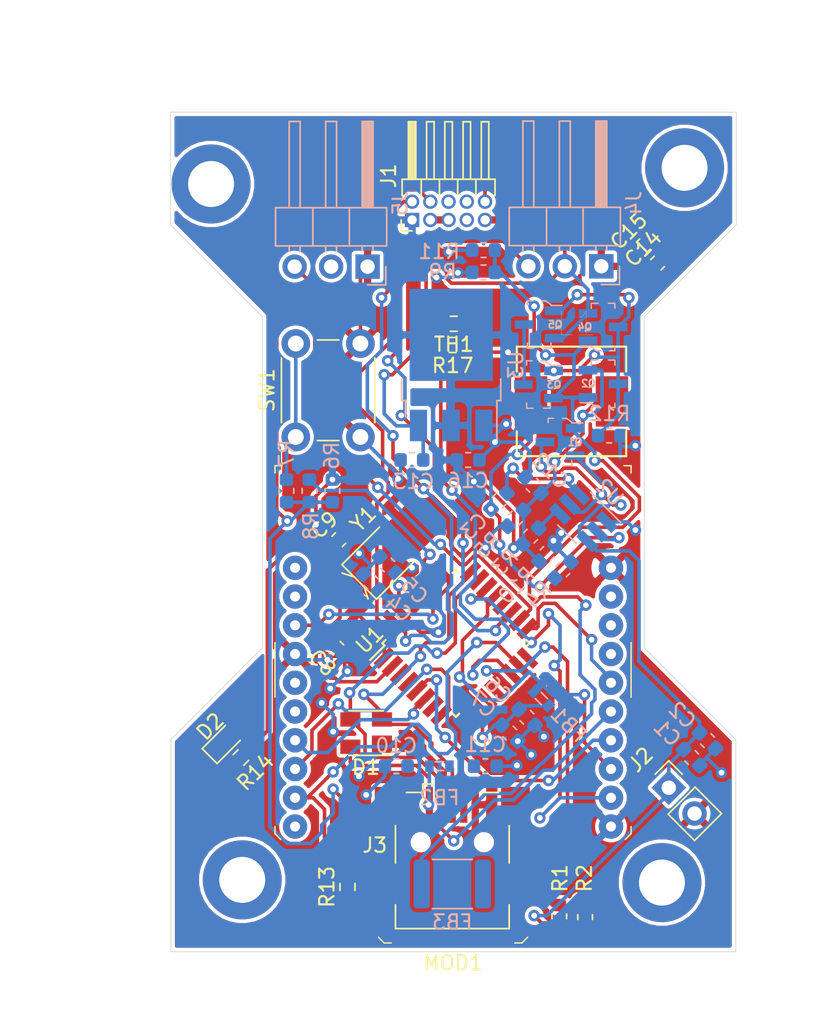
<source format=kicad_pcb>
(kicad_pcb (version 20171130) (host pcbnew 5.1.7)

  (general
    (thickness 1.6)
    (drawings 14)
    (tracks 689)
    (zones 0)
    (modules 58)
    (nets 60)
  )

  (page A4)
  (layers
    (0 F.Cu signal)
    (31 B.Cu signal)
    (32 B.Adhes user hide)
    (33 F.Adhes user hide)
    (34 B.Paste user)
    (35 F.Paste user hide)
    (36 B.SilkS user)
    (37 F.SilkS user hide)
    (38 B.Mask user)
    (39 F.Mask user hide)
    (40 Dwgs.User user hide)
    (41 Cmts.User user hide)
    (42 Eco1.User user hide)
    (43 Eco2.User user hide)
    (44 Edge.Cuts user)
    (45 Margin user hide)
    (46 B.CrtYd user)
    (47 F.CrtYd user hide)
    (48 B.Fab user hide)
    (49 F.Fab user hide)
  )

  (setup
    (last_trace_width 0.25)
    (trace_clearance 0.2)
    (zone_clearance 0.254)
    (zone_45_only no)
    (trace_min 0.2)
    (via_size 0.8)
    (via_drill 0.4)
    (via_min_size 0.4)
    (via_min_drill 0.3)
    (uvia_size 0.3)
    (uvia_drill 0.1)
    (uvias_allowed no)
    (uvia_min_size 0.2)
    (uvia_min_drill 0.1)
    (edge_width 0.05)
    (segment_width 0.2)
    (pcb_text_width 0.3)
    (pcb_text_size 1.5 1.5)
    (mod_edge_width 0.12)
    (mod_text_size 1 1)
    (mod_text_width 0.15)
    (pad_size 1.524 1.524)
    (pad_drill 0.762)
    (pad_to_mask_clearance 0.05)
    (aux_axis_origin 0 0)
    (visible_elements FFFFFF7F)
    (pcbplotparams
      (layerselection 0x010fc_ffffffff)
      (usegerberextensions false)
      (usegerberattributes true)
      (usegerberadvancedattributes true)
      (creategerberjobfile true)
      (excludeedgelayer true)
      (linewidth 0.100000)
      (plotframeref false)
      (viasonmask false)
      (mode 1)
      (useauxorigin false)
      (hpglpennumber 1)
      (hpglpenspeed 20)
      (hpglpendiameter 15.000000)
      (psnegative false)
      (psa4output false)
      (plotreference true)
      (plotvalue true)
      (plotinvisibletext false)
      (padsonsilk false)
      (subtractmaskfromsilk false)
      (outputformat 1)
      (mirror false)
      (drillshape 1)
      (scaleselection 1)
      (outputdirectory ""))
  )

  (net 0 "")
  (net 1 "Net-(J1-Pad8)")
  (net 2 "Net-(J1-Pad7)")
  (net 3 "Net-(J1-Pad6)")
  (net 4 +3V3)
  (net 5 "Net-(MOD1-Pad20)")
  (net 6 "Net-(MOD1-Pad16)")
  (net 7 "Net-(MOD1-Pad15)")
  (net 8 "Net-(MOD1-Pad12)")
  (net 9 "Net-(MOD1-Pad9)")
  (net 10 "Net-(MOD1-Pad8)")
  (net 11 "Net-(MOD1-Pad7)")
  (net 12 "Net-(U1-Pad27)")
  (net 13 "Net-(U1-Pad20)")
  (net 14 "Net-(U1-Pad16)")
  (net 15 "Net-(U1-Pad12)")
  (net 16 "Net-(U1-Pad11)")
  (net 17 "Net-(U1-Pad4)")
  (net 18 "Net-(U1-Pad3)")
  (net 19 /Brain/VCC_MCU_CORE)
  (net 20 /VBUS)
  (net 21 "Net-(C11-Pad1)")
  (net 22 "Net-(J3-Pad4)")
  (net 23 "Net-(J3-Pad6)")
  (net 24 +BATT)
  (net 25 /Power/VBATT_EN)
  (net 26 /Power/VBUS_USB)
  (net 27 /Power/VBUS_BATT)
  (net 28 "Net-(Q2-Pad3)")
  (net 29 "Net-(Q3-Pad3)")
  (net 30 +5V)
  (net 31 "Net-(R7-Pad1)")
  (net 32 /Brain/XOUT32)
  (net 33 /Brain/XIN32)
  (net 34 "Net-(C3-Pad2)")
  (net 35 "Net-(C3-Pad1)")
  (net 36 "Net-(J5-Pad2)")
  (net 37 /VBattMeasure)
  (net 38 "Net-(R3-Pad2)")
  (net 39 /Brain/~MCU_RST)
  (net 40 /USB_DM)
  (net 41 /USB_DP)
  (net 42 /~SYS_RESET)
  (net 43 /Brain/SWCLK)
  (net 44 /Brain/SWDIO)
  (net 45 /TCC0\WO2)
  (net 46 /TCC0\WO7)
  (net 47 /EXT_INT_0)
  (net 48 /SPI_0_SCK)
  (net 49 /SPI_0_SS_0)
  (net 50 /XBEE_STATUS)
  (net 51 /SPI_0_MOSI)
  (net 52 /TCC2\WO0)
  (net 53 /USART_0_TX)
  (net 54 /SysTempMeasure)
  (net 55 /USART_0_RX)
  (net 56 /SPI_0_MISO)
  (net 57 /Brain/VCC_MCU_VDDANA)
  (net 58 "Net-(D2-Pad2)")
  (net 59 GND)

  (net_class Default "This is the default net class."
    (clearance 0.2)
    (trace_width 0.25)
    (via_dia 0.8)
    (via_drill 0.4)
    (uvia_dia 0.3)
    (uvia_drill 0.1)
    (add_net +3V3)
    (add_net +5V)
    (add_net +BATT)
    (add_net /Brain/SWCLK)
    (add_net /Brain/SWDIO)
    (add_net /Brain/VCC_MCU_CORE)
    (add_net /Brain/VCC_MCU_VDDANA)
    (add_net /Brain/XIN32)
    (add_net /Brain/XOUT32)
    (add_net /Brain/~MCU_RST)
    (add_net /EXT_INT_0)
    (add_net /Power/VBATT_EN)
    (add_net /Power/VBUS_BATT)
    (add_net /Power/VBUS_USB)
    (add_net /SPI_0_MISO)
    (add_net /SPI_0_MOSI)
    (add_net /SPI_0_SCK)
    (add_net /SPI_0_SS_0)
    (add_net /SysTempMeasure)
    (add_net /TCC0\WO2)
    (add_net /TCC0\WO7)
    (add_net /TCC2\WO0)
    (add_net /USART_0_RX)
    (add_net /USART_0_TX)
    (add_net /USB_DM)
    (add_net /USB_DP)
    (add_net /VBUS)
    (add_net /VBattMeasure)
    (add_net /XBEE_STATUS)
    (add_net /~SYS_RESET)
    (add_net GND)
    (add_net "Net-(C11-Pad1)")
    (add_net "Net-(C3-Pad1)")
    (add_net "Net-(C3-Pad2)")
    (add_net "Net-(D2-Pad2)")
    (add_net "Net-(J1-Pad6)")
    (add_net "Net-(J1-Pad7)")
    (add_net "Net-(J1-Pad8)")
    (add_net "Net-(J3-Pad4)")
    (add_net "Net-(J3-Pad6)")
    (add_net "Net-(J5-Pad2)")
    (add_net "Net-(MOD1-Pad12)")
    (add_net "Net-(MOD1-Pad15)")
    (add_net "Net-(MOD1-Pad16)")
    (add_net "Net-(MOD1-Pad20)")
    (add_net "Net-(MOD1-Pad7)")
    (add_net "Net-(MOD1-Pad8)")
    (add_net "Net-(MOD1-Pad9)")
    (add_net "Net-(Q2-Pad3)")
    (add_net "Net-(Q3-Pad3)")
    (add_net "Net-(R3-Pad2)")
    (add_net "Net-(R7-Pad1)")
    (add_net "Net-(U1-Pad11)")
    (add_net "Net-(U1-Pad12)")
    (add_net "Net-(U1-Pad16)")
    (add_net "Net-(U1-Pad20)")
    (add_net "Net-(U1-Pad27)")
    (add_net "Net-(U1-Pad3)")
    (add_net "Net-(U1-Pad4)")
  )

  (module MountingHole:MountingHole_3.2mm_M3_ISO14580_Pad (layer F.Cu) (tedit 56D1B4CB) (tstamp 5F7D17C5)
    (at 105.7 39.3)
    (descr "Mounting Hole 3.2mm, M3, ISO14580")
    (tags "mounting hole 3.2mm m3 iso14580")
    (attr virtual)
    (fp_text reference REF** (at 0 -3.75) (layer F.SilkS) hide
      (effects (font (size 1 1) (thickness 0.15)))
    )
    (fp_text value MountingHole_3.2mm_M3_ISO14580_Pad (at 0 3.75) (layer F.Fab)
      (effects (font (size 1 1) (thickness 0.15)))
    )
    (fp_circle (center 0 0) (end 2.75 0) (layer Cmts.User) (width 0.15))
    (fp_circle (center 0 0) (end 3 0) (layer F.CrtYd) (width 0.05))
    (fp_text user %R (at 0.3 0) (layer F.Fab)
      (effects (font (size 1 1) (thickness 0.15)))
    )
    (pad 1 thru_hole circle (at 0 0) (size 5.5 5.5) (drill 3.2) (layers *.Cu *.Mask))
  )

  (module MountingHole:MountingHole_3.2mm_M3_ISO14580_Pad (layer F.Cu) (tedit 56D1B4CB) (tstamp 5F7C6F17)
    (at 137.1 87.9)
    (descr "Mounting Hole 3.2mm, M3, ISO14580")
    (tags "mounting hole 3.2mm m3 iso14580")
    (attr virtual)
    (fp_text reference REF** (at 0 -3.75) (layer F.SilkS) hide
      (effects (font (size 1 1) (thickness 0.15)))
    )
    (fp_text value MountingHole_3.2mm_M3_ISO14580_Pad (at 0 3.75) (layer F.Fab)
      (effects (font (size 1 1) (thickness 0.15)))
    )
    (fp_circle (center 0 0) (end 2.75 0) (layer Cmts.User) (width 0.15))
    (fp_circle (center 0 0) (end 3 0) (layer F.CrtYd) (width 0.05))
    (fp_text user %R (at 0.3 0) (layer F.Fab)
      (effects (font (size 1 1) (thickness 0.15)))
    )
    (pad 1 thru_hole circle (at 0 0) (size 5.5 5.5) (drill 3.2) (layers *.Cu *.Mask))
  )

  (module MountingHole:MountingHole_3.2mm_M3_ISO14580_Pad (layer F.Cu) (tedit 56D1B4CB) (tstamp 5F7C6B04)
    (at 107.87 87.71)
    (descr "Mounting Hole 3.2mm, M3, ISO14580")
    (tags "mounting hole 3.2mm m3 iso14580")
    (attr virtual)
    (fp_text reference REF** (at 0 -3.75) (layer F.SilkS) hide
      (effects (font (size 1 1) (thickness 0.15)))
    )
    (fp_text value MountingHole_3.2mm_M3_ISO14580_Pad (at 0 3.75) (layer F.Fab)
      (effects (font (size 1 1) (thickness 0.15)))
    )
    (fp_circle (center 0 0) (end 3 0) (layer F.CrtYd) (width 0.05))
    (fp_circle (center 0 0) (end 2.75 0) (layer Cmts.User) (width 0.15))
    (fp_text user %R (at 0.3 0) (layer F.Fab)
      (effects (font (size 1 1) (thickness 0.15)))
    )
    (pad 1 thru_hole circle (at 0 0) (size 5.5 5.5) (drill 3.2) (layers *.Cu *.Mask))
  )

  (module MountingHole:MountingHole_3.2mm_M3_ISO14580_Pad (layer F.Cu) (tedit 56D1B4CB) (tstamp 5F7C6677)
    (at 138.675 38.175)
    (descr "Mounting Hole 3.2mm, M3, ISO14580")
    (tags "mounting hole 3.2mm m3 iso14580")
    (attr virtual)
    (fp_text reference REF** (at 0 -3.75) (layer F.SilkS) hide
      (effects (font (size 1 1) (thickness 0.15)))
    )
    (fp_text value MountingHole_3.2mm_M3_ISO14580_Pad (at 0 3.75) (layer F.Fab)
      (effects (font (size 1 1) (thickness 0.15)))
    )
    (fp_circle (center 0 0) (end 3 0) (layer F.CrtYd) (width 0.05))
    (fp_circle (center 0 0) (end 2.75 0) (layer Cmts.User) (width 0.15))
    (fp_text user %R (at 0.3 0) (layer F.Fab)
      (effects (font (size 1 1) (thickness 0.15)))
    )
    (pad 1 thru_hole circle (at 0 0) (size 5.5 5.5) (drill 3.2) (layers *.Cu *.Mask))
  )

  (module Button_Switch_THT:SW_PUSH_6mm_H5mm (layer F.Cu) (tedit 5A02FE31) (tstamp 5F7CFD7B)
    (at 111.6 56.9 90)
    (descr "tactile push button, 6x6mm e.g. PHAP33xx series, height=5mm")
    (tags "tact sw push 6mm")
    (path /5F7734A5/5FC06878)
    (fp_text reference SW1 (at 3.25 -2 90) (layer F.SilkS)
      (effects (font (size 1 1) (thickness 0.15)))
    )
    (fp_text value ~RST_BTN (at 3.75 6.7 90) (layer F.Fab)
      (effects (font (size 1 1) (thickness 0.15)))
    )
    (fp_line (start 3.25 -0.75) (end 6.25 -0.75) (layer F.Fab) (width 0.1))
    (fp_line (start 6.25 -0.75) (end 6.25 5.25) (layer F.Fab) (width 0.1))
    (fp_line (start 6.25 5.25) (end 0.25 5.25) (layer F.Fab) (width 0.1))
    (fp_line (start 0.25 5.25) (end 0.25 -0.75) (layer F.Fab) (width 0.1))
    (fp_line (start 0.25 -0.75) (end 3.25 -0.75) (layer F.Fab) (width 0.1))
    (fp_line (start 7.75 6) (end 8 6) (layer F.CrtYd) (width 0.05))
    (fp_line (start 8 6) (end 8 5.75) (layer F.CrtYd) (width 0.05))
    (fp_line (start 7.75 -1.5) (end 8 -1.5) (layer F.CrtYd) (width 0.05))
    (fp_line (start 8 -1.5) (end 8 -1.25) (layer F.CrtYd) (width 0.05))
    (fp_line (start -1.5 -1.25) (end -1.5 -1.5) (layer F.CrtYd) (width 0.05))
    (fp_line (start -1.5 -1.5) (end -1.25 -1.5) (layer F.CrtYd) (width 0.05))
    (fp_line (start -1.5 5.75) (end -1.5 6) (layer F.CrtYd) (width 0.05))
    (fp_line (start -1.5 6) (end -1.25 6) (layer F.CrtYd) (width 0.05))
    (fp_line (start -1.25 -1.5) (end 7.75 -1.5) (layer F.CrtYd) (width 0.05))
    (fp_line (start -1.5 5.75) (end -1.5 -1.25) (layer F.CrtYd) (width 0.05))
    (fp_line (start 7.75 6) (end -1.25 6) (layer F.CrtYd) (width 0.05))
    (fp_line (start 8 -1.25) (end 8 5.75) (layer F.CrtYd) (width 0.05))
    (fp_line (start 1 5.5) (end 5.5 5.5) (layer F.SilkS) (width 0.12))
    (fp_line (start -0.25 1.5) (end -0.25 3) (layer F.SilkS) (width 0.12))
    (fp_line (start 5.5 -1) (end 1 -1) (layer F.SilkS) (width 0.12))
    (fp_line (start 6.75 3) (end 6.75 1.5) (layer F.SilkS) (width 0.12))
    (fp_circle (center 3.25 2.25) (end 1.25 2.5) (layer F.Fab) (width 0.1))
    (fp_text user %R (at 3.25 2.25 90) (layer F.Fab)
      (effects (font (size 1 1) (thickness 0.15)))
    )
    (pad 1 thru_hole circle (at 6.5 0 180) (size 2 2) (drill 1.1) (layers *.Cu *.Mask)
      (net 31 "Net-(R7-Pad1)"))
    (pad 2 thru_hole circle (at 6.5 4.5 180) (size 2 2) (drill 1.1) (layers *.Cu *.Mask)
      (net 59 GND))
    (pad 1 thru_hole circle (at 0 0 180) (size 2 2) (drill 1.1) (layers *.Cu *.Mask)
      (net 31 "Net-(R7-Pad1)"))
    (pad 2 thru_hole circle (at 0 4.5 180) (size 2 2) (drill 1.1) (layers *.Cu *.Mask)
      (net 59 GND))
    (model ${KISYS3DMOD}/Button_Switch_THT.3dshapes/SW_PUSH_6mm_H5mm.wrl
      (at (xyz 0 0 0))
      (scale (xyz 1 1 1))
      (rotate (xyz 0 0 0))
    )
  )

  (module Resistor_SMD:R_0603_1608Metric (layer F.Cu) (tedit 5F68FEEE) (tstamp 5F7CE936)
    (at 107.775 79.2 225)
    (descr "Resistor SMD 0603 (1608 Metric), square (rectangular) end terminal, IPC_7351 nominal, (Body size source: IPC-SM-782 page 72, https://www.pcb-3d.com/wordpress/wp-content/uploads/ipc-sm-782a_amendment_1_and_2.pdf), generated with kicad-footprint-generator")
    (tags resistor)
    (path /5F774081/5FB93814)
    (attr smd)
    (fp_text reference R14 (at 0 -1.43 45) (layer F.SilkS)
      (effects (font (size 1 1) (thickness 0.15)))
    )
    (fp_text value 500R (at 0 1.43 45) (layer F.Fab)
      (effects (font (size 1 1) (thickness 0.15)))
    )
    (fp_line (start -0.8 0.4125) (end -0.8 -0.4125) (layer F.Fab) (width 0.1))
    (fp_line (start -0.8 -0.4125) (end 0.8 -0.4125) (layer F.Fab) (width 0.1))
    (fp_line (start 0.8 -0.4125) (end 0.8 0.4125) (layer F.Fab) (width 0.1))
    (fp_line (start 0.8 0.4125) (end -0.8 0.4125) (layer F.Fab) (width 0.1))
    (fp_line (start -0.237258 -0.5225) (end 0.237258 -0.5225) (layer F.SilkS) (width 0.12))
    (fp_line (start -0.237258 0.5225) (end 0.237258 0.5225) (layer F.SilkS) (width 0.12))
    (fp_line (start -1.48 0.73) (end -1.48 -0.73) (layer F.CrtYd) (width 0.05))
    (fp_line (start -1.48 -0.73) (end 1.48 -0.73) (layer F.CrtYd) (width 0.05))
    (fp_line (start 1.48 -0.73) (end 1.48 0.73) (layer F.CrtYd) (width 0.05))
    (fp_line (start 1.48 0.73) (end -1.48 0.73) (layer F.CrtYd) (width 0.05))
    (fp_text user %R (at 0 0 45) (layer F.Fab)
      (effects (font (size 0.4 0.4) (thickness 0.06)))
    )
    (pad 2 smd roundrect (at 0.825 0 225) (size 0.8 0.95) (layers F.Cu F.Paste F.Mask) (roundrect_rratio 0.25)
      (net 58 "Net-(D2-Pad2)"))
    (pad 1 smd roundrect (at -0.825 0 225) (size 0.8 0.95) (layers F.Cu F.Paste F.Mask) (roundrect_rratio 0.25)
      (net 4 +3V3))
    (model ${KISYS3DMOD}/Resistor_SMD.3dshapes/R_0603_1608Metric.wrl
      (at (xyz 0 0 0))
      (scale (xyz 1 1 1))
      (rotate (xyz 0 0 0))
    )
  )

  (module Crystal:Crystal_SMD_MicroCrystal_MS1V-T1K (layer F.Cu) (tedit 5A1AD604) (tstamp 5F7BF99B)
    (at 117.5 65.5 135)
    (descr "SMD Watch Crystal MicroCrystal MS1V-T1K 6.1mm length 2.0mm diameter http://www.microcrystal.com/images/_Product-Documentation/03_TF_metal_Packages/01_Datasheet/MS1V-T1K.pdf")
    (tags ['MS1V-T1K'])
    (path /5F7734A5/5FB42AB5)
    (attr smd)
    (fp_text reference Y1 (at 2.899138 1.202082 45) (layer F.SilkS)
      (effects (font (size 1 1) (thickness 0.15)))
    )
    (fp_text value "32.768kHz +/-20PPM 7pF " (at 3.02 -2.275 45) (layer F.Fab)
      (effects (font (size 1 1) (thickness 0.15)))
    )
    (fp_line (start 2.1 -4.63) (end -2.1 -4.63) (layer F.CrtYd) (width 0.05))
    (fp_line (start 2.1 4.57) (end 2.1 -4.63) (layer F.CrtYd) (width 0.05))
    (fp_line (start -2.1 4.57) (end 2.1 4.57) (layer F.CrtYd) (width 0.05))
    (fp_line (start -2.1 -4.63) (end -2.1 4.57) (layer F.CrtYd) (width 0.05))
    (fp_line (start 1.27 -2.5) (end 1.27 -2.5) (layer F.SilkS) (width 0.12))
    (fp_line (start 0.5 -2.1) (end 1.27 -2.5) (layer F.SilkS) (width 0.12))
    (fp_line (start -1.27 -2.5) (end -1.27 -2.5) (layer F.SilkS) (width 0.12))
    (fp_line (start -0.5 -2.1) (end -1.27 -2.5) (layer F.SilkS) (width 0.12))
    (fp_line (start 1.7 -2.1) (end 1.7 1.6) (layer F.SilkS) (width 0.12))
    (fp_line (start -1.7 -2.1) (end 1.7 -2.1) (layer F.SilkS) (width 0.12))
    (fp_line (start -1.7 1.6) (end -1.7 -2.1) (layer F.SilkS) (width 0.12))
    (fp_line (start 1.27 -2.7) (end 1.27 -3.5) (layer F.Fab) (width 0.1))
    (fp_line (start 0.5 -1.9) (end 1.27 -2.7) (layer F.Fab) (width 0.1))
    (fp_line (start -1.27 -2.7) (end -1.27 -3.5) (layer F.Fab) (width 0.1))
    (fp_line (start -0.5 -1.9) (end -1.27 -2.7) (layer F.Fab) (width 0.1))
    (fp_line (start 1 -1.9) (end -1 -1.9) (layer F.Fab) (width 0.1))
    (fp_line (start 1 4.2) (end 1 -1.9) (layer F.Fab) (width 0.1))
    (fp_line (start -1 4.2) (end 1 4.2) (layer F.Fab) (width 0.1))
    (fp_line (start -1 -1.9) (end -1 4.2) (layer F.Fab) (width 0.1))
    (fp_text user %R (at 0 0.35 135) (layer F.Fab)
      (effects (font (size 0.6 0.6) (thickness 0.09)))
    )
    (pad 3 smd rect (at 0 3.05 135) (size 3 2.5) (layers F.Cu F.Paste F.Mask)
      (net 59 GND))
    (pad 2 smd rect (at 1.27 -3.5 135) (size 1 1.6) (layers F.Cu F.Paste F.Mask)
      (net 32 /Brain/XOUT32))
    (pad 1 smd rect (at -1.27 -3.5 135) (size 1 1.6) (layers F.Cu F.Paste F.Mask)
      (net 33 /Brain/XIN32))
    (model ${KISYS3DMOD}/Crystal.3dshapes/Crystal_SMD_MicroCrystal_MS1V-T1K.wrl
      (offset (xyz 0 0.224999996200839 0))
      (scale (xyz 1 1 1))
      (rotate (xyz 0 0 0))
    )
  )

  (module Resistor_SMD:R_0603_1608Metric (layer F.Cu) (tedit 5F68FEEE) (tstamp 5F7BE345)
    (at 122.6 49.025 180)
    (descr "Resistor SMD 0603 (1608 Metric), square (rectangular) end terminal, IPC_7351 nominal, (Body size source: IPC-SM-782 page 72, https://www.pcb-3d.com/wordpress/wp-content/uploads/ipc-sm-782a_amendment_1_and_2.pdf), generated with kicad-footprint-generator")
    (tags resistor)
    (path /5F774081/5FA83037)
    (attr smd)
    (fp_text reference TH1 (at 0 -1.43) (layer F.SilkS)
      (effects (font (size 1 1) (thickness 0.15)))
    )
    (fp_text value 25C@10k (at 0 1.43) (layer F.Fab)
      (effects (font (size 1 1) (thickness 0.15)))
    )
    (fp_line (start 1.48 0.73) (end -1.48 0.73) (layer F.CrtYd) (width 0.05))
    (fp_line (start 1.48 -0.73) (end 1.48 0.73) (layer F.CrtYd) (width 0.05))
    (fp_line (start -1.48 -0.73) (end 1.48 -0.73) (layer F.CrtYd) (width 0.05))
    (fp_line (start -1.48 0.73) (end -1.48 -0.73) (layer F.CrtYd) (width 0.05))
    (fp_line (start -0.237258 0.5225) (end 0.237258 0.5225) (layer F.SilkS) (width 0.12))
    (fp_line (start -0.237258 -0.5225) (end 0.237258 -0.5225) (layer F.SilkS) (width 0.12))
    (fp_line (start 0.8 0.4125) (end -0.8 0.4125) (layer F.Fab) (width 0.1))
    (fp_line (start 0.8 -0.4125) (end 0.8 0.4125) (layer F.Fab) (width 0.1))
    (fp_line (start -0.8 -0.4125) (end 0.8 -0.4125) (layer F.Fab) (width 0.1))
    (fp_line (start -0.8 0.4125) (end -0.8 -0.4125) (layer F.Fab) (width 0.1))
    (fp_text user %R (at 0 0) (layer F.Fab)
      (effects (font (size 0.4 0.4) (thickness 0.06)))
    )
    (pad 2 smd roundrect (at 0.825 0 180) (size 0.8 0.95) (layers F.Cu F.Paste F.Mask) (roundrect_rratio 0.25)
      (net 59 GND))
    (pad 1 smd roundrect (at -0.825 0 180) (size 0.8 0.95) (layers F.Cu F.Paste F.Mask) (roundrect_rratio 0.25)
      (net 54 /SysTempMeasure))
    (model ${KISYS3DMOD}/Resistor_SMD.3dshapes/R_0603_1608Metric.wrl
      (at (xyz 0 0 0))
      (scale (xyz 1 1 1))
      (rotate (xyz 0 0 0))
    )
  )

  (module Resistor_SMD:R_0603_1608Metric (layer F.Cu) (tedit 5F68FEEE) (tstamp 5F7BE315)
    (at 122.525 50.5 180)
    (descr "Resistor SMD 0603 (1608 Metric), square (rectangular) end terminal, IPC_7351 nominal, (Body size source: IPC-SM-782 page 72, https://www.pcb-3d.com/wordpress/wp-content/uploads/ipc-sm-782a_amendment_1_and_2.pdf), generated with kicad-footprint-generator")
    (tags resistor)
    (path /5F774081/5FA890AC)
    (attr smd)
    (fp_text reference R17 (at 0 -1.43) (layer F.SilkS)
      (effects (font (size 1 1) (thickness 0.15)))
    )
    (fp_text value 10k (at 0 1.43) (layer F.Fab)
      (effects (font (size 1 1) (thickness 0.15)))
    )
    (fp_line (start 1.48 0.73) (end -1.48 0.73) (layer F.CrtYd) (width 0.05))
    (fp_line (start 1.48 -0.73) (end 1.48 0.73) (layer F.CrtYd) (width 0.05))
    (fp_line (start -1.48 -0.73) (end 1.48 -0.73) (layer F.CrtYd) (width 0.05))
    (fp_line (start -1.48 0.73) (end -1.48 -0.73) (layer F.CrtYd) (width 0.05))
    (fp_line (start -0.237258 0.5225) (end 0.237258 0.5225) (layer F.SilkS) (width 0.12))
    (fp_line (start -0.237258 -0.5225) (end 0.237258 -0.5225) (layer F.SilkS) (width 0.12))
    (fp_line (start 0.8 0.4125) (end -0.8 0.4125) (layer F.Fab) (width 0.1))
    (fp_line (start 0.8 -0.4125) (end 0.8 0.4125) (layer F.Fab) (width 0.1))
    (fp_line (start -0.8 -0.4125) (end 0.8 -0.4125) (layer F.Fab) (width 0.1))
    (fp_line (start -0.8 0.4125) (end -0.8 -0.4125) (layer F.Fab) (width 0.1))
    (fp_text user %R (at 0 0) (layer F.Fab)
      (effects (font (size 0.4 0.4) (thickness 0.06)))
    )
    (pad 2 smd roundrect (at 0.825 0 180) (size 0.8 0.95) (layers F.Cu F.Paste F.Mask) (roundrect_rratio 0.25)
      (net 54 /SysTempMeasure))
    (pad 1 smd roundrect (at -0.825 0 180) (size 0.8 0.95) (layers F.Cu F.Paste F.Mask) (roundrect_rratio 0.25)
      (net 4 +3V3))
    (model ${KISYS3DMOD}/Resistor_SMD.3dshapes/R_0603_1608Metric.wrl
      (at (xyz 0 0 0))
      (scale (xyz 1 1 1))
      (rotate (xyz 0 0 0))
    )
  )

  (module Resistor_SMD:R_0603_1608Metric (layer F.Cu) (tedit 5F68FEEE) (tstamp 5F7BE304)
    (at 115.2 88.2 90)
    (descr "Resistor SMD 0603 (1608 Metric), square (rectangular) end terminal, IPC_7351 nominal, (Body size source: IPC-SM-782 page 72, https://www.pcb-3d.com/wordpress/wp-content/uploads/ipc-sm-782a_amendment_1_and_2.pdf), generated with kicad-footprint-generator")
    (tags resistor)
    (path /5F778595/5F80C57F)
    (attr smd)
    (fp_text reference R13 (at 0 -1.43 90) (layer F.SilkS)
      (effects (font (size 1 1) (thickness 0.15)))
    )
    (fp_text value 4.7k (at 0 1.43 90) (layer F.Fab)
      (effects (font (size 1 1) (thickness 0.15)))
    )
    (fp_line (start 1.48 0.73) (end -1.48 0.73) (layer F.CrtYd) (width 0.05))
    (fp_line (start 1.48 -0.73) (end 1.48 0.73) (layer F.CrtYd) (width 0.05))
    (fp_line (start -1.48 -0.73) (end 1.48 -0.73) (layer F.CrtYd) (width 0.05))
    (fp_line (start -1.48 0.73) (end -1.48 -0.73) (layer F.CrtYd) (width 0.05))
    (fp_line (start -0.237258 0.5225) (end 0.237258 0.5225) (layer F.SilkS) (width 0.12))
    (fp_line (start -0.237258 -0.5225) (end 0.237258 -0.5225) (layer F.SilkS) (width 0.12))
    (fp_line (start 0.8 0.4125) (end -0.8 0.4125) (layer F.Fab) (width 0.1))
    (fp_line (start 0.8 -0.4125) (end 0.8 0.4125) (layer F.Fab) (width 0.1))
    (fp_line (start -0.8 -0.4125) (end 0.8 -0.4125) (layer F.Fab) (width 0.1))
    (fp_line (start -0.8 0.4125) (end -0.8 -0.4125) (layer F.Fab) (width 0.1))
    (fp_text user %R (at 0 0 90) (layer F.Fab)
      (effects (font (size 0.4 0.4) (thickness 0.06)))
    )
    (pad 2 smd roundrect (at 0.825 0 90) (size 0.8 0.95) (layers F.Cu F.Paste F.Mask) (roundrect_rratio 0.25)
      (net 59 GND))
    (pad 1 smd roundrect (at -0.825 0 90) (size 0.8 0.95) (layers F.Cu F.Paste F.Mask) (roundrect_rratio 0.25)
      (net 47 /EXT_INT_0))
    (model ${KISYS3DMOD}/Resistor_SMD.3dshapes/R_0603_1608Metric.wrl
      (at (xyz 0 0 0))
      (scale (xyz 1 1 1))
      (rotate (xyz 0 0 0))
    )
  )

  (module LED_SMD:LED_0603_1608Metric (layer F.Cu) (tedit 5F68FEF1) (tstamp 5F7BDD65)
    (at 106.65 78.05 45)
    (descr "LED SMD 0603 (1608 Metric), square (rectangular) end terminal, IPC_7351 nominal, (Body size source: http://www.tortai-tech.com/upload/download/2011102023233369053.pdf), generated with kicad-footprint-generator")
    (tags LED)
    (path /5F774081/5F9ABBEC)
    (attr smd)
    (fp_text reference D2 (at 0 -1.43 45) (layer F.SilkS)
      (effects (font (size 1 1) (thickness 0.15)))
    )
    (fp_text value LED (at 0 1.43 45) (layer F.Fab)
      (effects (font (size 1 1) (thickness 0.15)))
    )
    (fp_line (start 1.48 0.73) (end -1.48 0.73) (layer F.CrtYd) (width 0.05))
    (fp_line (start 1.48 -0.73) (end 1.48 0.73) (layer F.CrtYd) (width 0.05))
    (fp_line (start -1.48 -0.73) (end 1.48 -0.73) (layer F.CrtYd) (width 0.05))
    (fp_line (start -1.48 0.73) (end -1.48 -0.73) (layer F.CrtYd) (width 0.05))
    (fp_line (start -1.485 0.735) (end 0.8 0.735) (layer F.SilkS) (width 0.12))
    (fp_line (start -1.485 -0.735) (end -1.485 0.735) (layer F.SilkS) (width 0.12))
    (fp_line (start 0.8 -0.735) (end -1.485 -0.735) (layer F.SilkS) (width 0.12))
    (fp_line (start 0.8 0.4) (end 0.8 -0.4) (layer F.Fab) (width 0.1))
    (fp_line (start -0.8 0.4) (end 0.8 0.4) (layer F.Fab) (width 0.1))
    (fp_line (start -0.8 -0.1) (end -0.8 0.4) (layer F.Fab) (width 0.1))
    (fp_line (start -0.5 -0.4) (end -0.8 -0.1) (layer F.Fab) (width 0.1))
    (fp_line (start 0.8 -0.4) (end -0.5 -0.4) (layer F.Fab) (width 0.1))
    (fp_text user %R (at 0 0 45) (layer F.Fab)
      (effects (font (size 0.4 0.4) (thickness 0.06)))
    )
    (pad 2 smd roundrect (at 0.7875 0 45) (size 0.875 0.95) (layers F.Cu F.Paste F.Mask) (roundrect_rratio 0.25)
      (net 58 "Net-(D2-Pad2)"))
    (pad 1 smd roundrect (at -0.7875 0 45) (size 0.875 0.95) (layers F.Cu F.Paste F.Mask) (roundrect_rratio 0.25)
      (net 59 GND))
    (model ${KISYS3DMOD}/LED_SMD.3dshapes/LED_0603_1608Metric.wrl
      (at (xyz 0 0 0))
      (scale (xyz 1 1 1))
      (rotate (xyz 0 0 0))
    )
  )

  (module Package_TO_SOT_SMD:SOT-143 (layer F.Cu) (tedit 5A02FF57) (tstamp 5F7BDD52)
    (at 116.5 77.5 180)
    (descr SOT-143)
    (tags SOT-143)
    (path /5F778595/5F7CA28E)
    (attr smd)
    (fp_text reference D1 (at 0.02 -2.38) (layer F.SilkS)
      (effects (font (size 1 1) (thickness 0.15)))
    )
    (fp_text value PRTR5V0U2X (at -0.28 2.48) (layer F.Fab)
      (effects (font (size 1 1) (thickness 0.15)))
    )
    (fp_line (start -2.05 1.75) (end -2.05 -1.75) (layer F.CrtYd) (width 0.05))
    (fp_line (start -2.05 1.75) (end 2.05 1.75) (layer F.CrtYd) (width 0.05))
    (fp_line (start 2.05 -1.75) (end -2.05 -1.75) (layer F.CrtYd) (width 0.05))
    (fp_line (start 2.05 -1.75) (end 2.05 1.75) (layer F.CrtYd) (width 0.05))
    (fp_line (start 1.2 -1.5) (end 1.2 1.5) (layer F.Fab) (width 0.1))
    (fp_line (start 1.2 1.5) (end -1.2 1.5) (layer F.Fab) (width 0.1))
    (fp_line (start -1.2 1.5) (end -1.2 -1) (layer F.Fab) (width 0.1))
    (fp_line (start -0.7 -1.5) (end 1.2 -1.5) (layer F.Fab) (width 0.1))
    (fp_line (start -1.2 -1) (end -0.7 -1.5) (layer F.Fab) (width 0.1))
    (fp_line (start 1.2 -1.55) (end -1.75 -1.55) (layer F.SilkS) (width 0.12))
    (fp_line (start -1.2 1.55) (end 1.2 1.55) (layer F.SilkS) (width 0.12))
    (fp_text user %R (at 0 0 90) (layer F.Fab)
      (effects (font (size 0.5 0.5) (thickness 0.075)))
    )
    (pad 4 smd rect (at 1.1 -0.95 90) (size 1 1.4) (layers F.Cu F.Paste F.Mask)
      (net 20 /VBUS))
    (pad 3 smd rect (at 1.1 0.95 90) (size 1 1.4) (layers F.Cu F.Paste F.Mask)
      (net 40 /USB_DM))
    (pad 2 smd rect (at -1.1 0.95 90) (size 1 1.4) (layers F.Cu F.Paste F.Mask)
      (net 41 /USB_DP))
    (pad 1 smd rect (at -1.1 -0.77 90) (size 1.2 1.4) (layers F.Cu F.Paste F.Mask)
      (net 59 GND))
    (model ${KISYS3DMOD}/Package_TO_SOT_SMD.3dshapes/SOT-143.wrl
      (at (xyz 0 0 0))
      (scale (xyz 1 1 1))
      (rotate (xyz 0 0 0))
    )
  )

  (module Connector_PinHeader_2.54mm:PinHeader_1x03_P2.54mm_Horizontal (layer B.Cu) (tedit 59FED5CB) (tstamp 5F781A3E)
    (at 116.6 45.05 90)
    (descr "Through hole angled pin header, 1x03, 2.54mm pitch, 6mm pin length, single row")
    (tags "Through hole angled pin header THT 1x03 2.54mm single row")
    (path /5F83D554/5F83E17B)
    (fp_text reference J5 (at 4.385 2.27 90) (layer B.SilkS)
      (effects (font (size 1 1) (thickness 0.15)) (justify mirror))
    )
    (fp_text value ESC_Header (at 4.385 -7.35 90) (layer B.Fab)
      (effects (font (size 1 1) (thickness 0.15)) (justify mirror))
    )
    (fp_line (start 10.55 1.8) (end -1.8 1.8) (layer B.CrtYd) (width 0.05))
    (fp_line (start 10.55 -6.85) (end 10.55 1.8) (layer B.CrtYd) (width 0.05))
    (fp_line (start -1.8 -6.85) (end 10.55 -6.85) (layer B.CrtYd) (width 0.05))
    (fp_line (start -1.8 1.8) (end -1.8 -6.85) (layer B.CrtYd) (width 0.05))
    (fp_line (start -1.27 1.27) (end 0 1.27) (layer B.SilkS) (width 0.12))
    (fp_line (start -1.27 0) (end -1.27 1.27) (layer B.SilkS) (width 0.12))
    (fp_line (start 1.042929 -5.46) (end 1.44 -5.46) (layer B.SilkS) (width 0.12))
    (fp_line (start 1.042929 -4.7) (end 1.44 -4.7) (layer B.SilkS) (width 0.12))
    (fp_line (start 10.1 -5.46) (end 4.1 -5.46) (layer B.SilkS) (width 0.12))
    (fp_line (start 10.1 -4.7) (end 10.1 -5.46) (layer B.SilkS) (width 0.12))
    (fp_line (start 4.1 -4.7) (end 10.1 -4.7) (layer B.SilkS) (width 0.12))
    (fp_line (start 1.44 -3.81) (end 4.1 -3.81) (layer B.SilkS) (width 0.12))
    (fp_line (start 1.042929 -2.92) (end 1.44 -2.92) (layer B.SilkS) (width 0.12))
    (fp_line (start 1.042929 -2.16) (end 1.44 -2.16) (layer B.SilkS) (width 0.12))
    (fp_line (start 10.1 -2.92) (end 4.1 -2.92) (layer B.SilkS) (width 0.12))
    (fp_line (start 10.1 -2.16) (end 10.1 -2.92) (layer B.SilkS) (width 0.12))
    (fp_line (start 4.1 -2.16) (end 10.1 -2.16) (layer B.SilkS) (width 0.12))
    (fp_line (start 1.44 -1.27) (end 4.1 -1.27) (layer B.SilkS) (width 0.12))
    (fp_line (start 1.11 -0.38) (end 1.44 -0.38) (layer B.SilkS) (width 0.12))
    (fp_line (start 1.11 0.38) (end 1.44 0.38) (layer B.SilkS) (width 0.12))
    (fp_line (start 4.1 -0.28) (end 10.1 -0.28) (layer B.SilkS) (width 0.12))
    (fp_line (start 4.1 -0.16) (end 10.1 -0.16) (layer B.SilkS) (width 0.12))
    (fp_line (start 4.1 -0.04) (end 10.1 -0.04) (layer B.SilkS) (width 0.12))
    (fp_line (start 4.1 0.08) (end 10.1 0.08) (layer B.SilkS) (width 0.12))
    (fp_line (start 4.1 0.2) (end 10.1 0.2) (layer B.SilkS) (width 0.12))
    (fp_line (start 4.1 0.32) (end 10.1 0.32) (layer B.SilkS) (width 0.12))
    (fp_line (start 10.1 -0.38) (end 4.1 -0.38) (layer B.SilkS) (width 0.12))
    (fp_line (start 10.1 0.38) (end 10.1 -0.38) (layer B.SilkS) (width 0.12))
    (fp_line (start 4.1 0.38) (end 10.1 0.38) (layer B.SilkS) (width 0.12))
    (fp_line (start 4.1 1.33) (end 1.44 1.33) (layer B.SilkS) (width 0.12))
    (fp_line (start 4.1 -6.41) (end 4.1 1.33) (layer B.SilkS) (width 0.12))
    (fp_line (start 1.44 -6.41) (end 4.1 -6.41) (layer B.SilkS) (width 0.12))
    (fp_line (start 1.44 1.33) (end 1.44 -6.41) (layer B.SilkS) (width 0.12))
    (fp_line (start 4.04 -5.4) (end 10.04 -5.4) (layer B.Fab) (width 0.1))
    (fp_line (start 10.04 -4.76) (end 10.04 -5.4) (layer B.Fab) (width 0.1))
    (fp_line (start 4.04 -4.76) (end 10.04 -4.76) (layer B.Fab) (width 0.1))
    (fp_line (start -0.32 -5.4) (end 1.5 -5.4) (layer B.Fab) (width 0.1))
    (fp_line (start -0.32 -4.76) (end -0.32 -5.4) (layer B.Fab) (width 0.1))
    (fp_line (start -0.32 -4.76) (end 1.5 -4.76) (layer B.Fab) (width 0.1))
    (fp_line (start 4.04 -2.86) (end 10.04 -2.86) (layer B.Fab) (width 0.1))
    (fp_line (start 10.04 -2.22) (end 10.04 -2.86) (layer B.Fab) (width 0.1))
    (fp_line (start 4.04 -2.22) (end 10.04 -2.22) (layer B.Fab) (width 0.1))
    (fp_line (start -0.32 -2.86) (end 1.5 -2.86) (layer B.Fab) (width 0.1))
    (fp_line (start -0.32 -2.22) (end -0.32 -2.86) (layer B.Fab) (width 0.1))
    (fp_line (start -0.32 -2.22) (end 1.5 -2.22) (layer B.Fab) (width 0.1))
    (fp_line (start 4.04 -0.32) (end 10.04 -0.32) (layer B.Fab) (width 0.1))
    (fp_line (start 10.04 0.32) (end 10.04 -0.32) (layer B.Fab) (width 0.1))
    (fp_line (start 4.04 0.32) (end 10.04 0.32) (layer B.Fab) (width 0.1))
    (fp_line (start -0.32 -0.32) (end 1.5 -0.32) (layer B.Fab) (width 0.1))
    (fp_line (start -0.32 0.32) (end -0.32 -0.32) (layer B.Fab) (width 0.1))
    (fp_line (start -0.32 0.32) (end 1.5 0.32) (layer B.Fab) (width 0.1))
    (fp_line (start 1.5 0.635) (end 2.135 1.27) (layer B.Fab) (width 0.1))
    (fp_line (start 1.5 -6.35) (end 1.5 0.635) (layer B.Fab) (width 0.1))
    (fp_line (start 4.04 -6.35) (end 1.5 -6.35) (layer B.Fab) (width 0.1))
    (fp_line (start 4.04 1.27) (end 4.04 -6.35) (layer B.Fab) (width 0.1))
    (fp_line (start 2.135 1.27) (end 4.04 1.27) (layer B.Fab) (width 0.1))
    (fp_text user %R (at 2.77 -2.54 180) (layer B.Fab)
      (effects (font (size 1 1) (thickness 0.15)) (justify mirror))
    )
    (pad 3 thru_hole oval (at 0 -5.08 90) (size 1.7 1.7) (drill 1) (layers *.Cu *.Mask)
      (net 46 /TCC0\WO7))
    (pad 2 thru_hole oval (at 0 -2.54 90) (size 1.7 1.7) (drill 1) (layers *.Cu *.Mask)
      (net 36 "Net-(J5-Pad2)"))
    (pad 1 thru_hole rect (at 0 0 90) (size 1.7 1.7) (drill 1) (layers *.Cu *.Mask)
      (net 59 GND))
    (model ${KISYS3DMOD}/Connector_PinHeader_2.54mm.3dshapes/PinHeader_1x03_P2.54mm_Horizontal.wrl
      (at (xyz 0 0 0))
      (scale (xyz 1 1 1))
      (rotate (xyz 0 0 0))
    )
  )

  (module Connector_PinHeader_2.54mm:PinHeader_1x03_P2.54mm_Horizontal (layer B.Cu) (tedit 59FED5CB) (tstamp 5F7819FE)
    (at 132.875 45.025 90)
    (descr "Through hole angled pin header, 1x03, 2.54mm pitch, 6mm pin length, single row")
    (tags "Through hole angled pin header THT 1x03 2.54mm single row")
    (path /5F83D554/5F83D7B2)
    (fp_text reference J4 (at 4.385 2.27 90) (layer B.SilkS)
      (effects (font (size 1 1) (thickness 0.15)) (justify mirror))
    )
    (fp_text value SERVO_Header (at 4.385 -7.35 90) (layer B.Fab)
      (effects (font (size 1 1) (thickness 0.15)) (justify mirror))
    )
    (fp_line (start 10.55 1.8) (end -1.8 1.8) (layer B.CrtYd) (width 0.05))
    (fp_line (start 10.55 -6.85) (end 10.55 1.8) (layer B.CrtYd) (width 0.05))
    (fp_line (start -1.8 -6.85) (end 10.55 -6.85) (layer B.CrtYd) (width 0.05))
    (fp_line (start -1.8 1.8) (end -1.8 -6.85) (layer B.CrtYd) (width 0.05))
    (fp_line (start -1.27 1.27) (end 0 1.27) (layer B.SilkS) (width 0.12))
    (fp_line (start -1.27 0) (end -1.27 1.27) (layer B.SilkS) (width 0.12))
    (fp_line (start 1.042929 -5.46) (end 1.44 -5.46) (layer B.SilkS) (width 0.12))
    (fp_line (start 1.042929 -4.7) (end 1.44 -4.7) (layer B.SilkS) (width 0.12))
    (fp_line (start 10.1 -5.46) (end 4.1 -5.46) (layer B.SilkS) (width 0.12))
    (fp_line (start 10.1 -4.7) (end 10.1 -5.46) (layer B.SilkS) (width 0.12))
    (fp_line (start 4.1 -4.7) (end 10.1 -4.7) (layer B.SilkS) (width 0.12))
    (fp_line (start 1.44 -3.81) (end 4.1 -3.81) (layer B.SilkS) (width 0.12))
    (fp_line (start 1.042929 -2.92) (end 1.44 -2.92) (layer B.SilkS) (width 0.12))
    (fp_line (start 1.042929 -2.16) (end 1.44 -2.16) (layer B.SilkS) (width 0.12))
    (fp_line (start 10.1 -2.92) (end 4.1 -2.92) (layer B.SilkS) (width 0.12))
    (fp_line (start 10.1 -2.16) (end 10.1 -2.92) (layer B.SilkS) (width 0.12))
    (fp_line (start 4.1 -2.16) (end 10.1 -2.16) (layer B.SilkS) (width 0.12))
    (fp_line (start 1.44 -1.27) (end 4.1 -1.27) (layer B.SilkS) (width 0.12))
    (fp_line (start 1.11 -0.38) (end 1.44 -0.38) (layer B.SilkS) (width 0.12))
    (fp_line (start 1.11 0.38) (end 1.44 0.38) (layer B.SilkS) (width 0.12))
    (fp_line (start 4.1 -0.28) (end 10.1 -0.28) (layer B.SilkS) (width 0.12))
    (fp_line (start 4.1 -0.16) (end 10.1 -0.16) (layer B.SilkS) (width 0.12))
    (fp_line (start 4.1 -0.04) (end 10.1 -0.04) (layer B.SilkS) (width 0.12))
    (fp_line (start 4.1 0.08) (end 10.1 0.08) (layer B.SilkS) (width 0.12))
    (fp_line (start 4.1 0.2) (end 10.1 0.2) (layer B.SilkS) (width 0.12))
    (fp_line (start 4.1 0.32) (end 10.1 0.32) (layer B.SilkS) (width 0.12))
    (fp_line (start 10.1 -0.38) (end 4.1 -0.38) (layer B.SilkS) (width 0.12))
    (fp_line (start 10.1 0.38) (end 10.1 -0.38) (layer B.SilkS) (width 0.12))
    (fp_line (start 4.1 0.38) (end 10.1 0.38) (layer B.SilkS) (width 0.12))
    (fp_line (start 4.1 1.33) (end 1.44 1.33) (layer B.SilkS) (width 0.12))
    (fp_line (start 4.1 -6.41) (end 4.1 1.33) (layer B.SilkS) (width 0.12))
    (fp_line (start 1.44 -6.41) (end 4.1 -6.41) (layer B.SilkS) (width 0.12))
    (fp_line (start 1.44 1.33) (end 1.44 -6.41) (layer B.SilkS) (width 0.12))
    (fp_line (start 4.04 -5.4) (end 10.04 -5.4) (layer B.Fab) (width 0.1))
    (fp_line (start 10.04 -4.76) (end 10.04 -5.4) (layer B.Fab) (width 0.1))
    (fp_line (start 4.04 -4.76) (end 10.04 -4.76) (layer B.Fab) (width 0.1))
    (fp_line (start -0.32 -5.4) (end 1.5 -5.4) (layer B.Fab) (width 0.1))
    (fp_line (start -0.32 -4.76) (end -0.32 -5.4) (layer B.Fab) (width 0.1))
    (fp_line (start -0.32 -4.76) (end 1.5 -4.76) (layer B.Fab) (width 0.1))
    (fp_line (start 4.04 -2.86) (end 10.04 -2.86) (layer B.Fab) (width 0.1))
    (fp_line (start 10.04 -2.22) (end 10.04 -2.86) (layer B.Fab) (width 0.1))
    (fp_line (start 4.04 -2.22) (end 10.04 -2.22) (layer B.Fab) (width 0.1))
    (fp_line (start -0.32 -2.86) (end 1.5 -2.86) (layer B.Fab) (width 0.1))
    (fp_line (start -0.32 -2.22) (end -0.32 -2.86) (layer B.Fab) (width 0.1))
    (fp_line (start -0.32 -2.22) (end 1.5 -2.22) (layer B.Fab) (width 0.1))
    (fp_line (start 4.04 -0.32) (end 10.04 -0.32) (layer B.Fab) (width 0.1))
    (fp_line (start 10.04 0.32) (end 10.04 -0.32) (layer B.Fab) (width 0.1))
    (fp_line (start 4.04 0.32) (end 10.04 0.32) (layer B.Fab) (width 0.1))
    (fp_line (start -0.32 -0.32) (end 1.5 -0.32) (layer B.Fab) (width 0.1))
    (fp_line (start -0.32 0.32) (end -0.32 -0.32) (layer B.Fab) (width 0.1))
    (fp_line (start -0.32 0.32) (end 1.5 0.32) (layer B.Fab) (width 0.1))
    (fp_line (start 1.5 0.635) (end 2.135 1.27) (layer B.Fab) (width 0.1))
    (fp_line (start 1.5 -6.35) (end 1.5 0.635) (layer B.Fab) (width 0.1))
    (fp_line (start 4.04 -6.35) (end 1.5 -6.35) (layer B.Fab) (width 0.1))
    (fp_line (start 4.04 1.27) (end 4.04 -6.35) (layer B.Fab) (width 0.1))
    (fp_line (start 2.135 1.27) (end 4.04 1.27) (layer B.Fab) (width 0.1))
    (fp_text user %R (at 2.77 -2.54 180) (layer B.Fab)
      (effects (font (size 1 1) (thickness 0.15)) (justify mirror))
    )
    (pad 3 thru_hole oval (at 0 -5.08 90) (size 1.7 1.7) (drill 1) (layers *.Cu *.Mask)
      (net 45 /TCC0\WO2))
    (pad 2 thru_hole oval (at 0 -2.54 90) (size 1.7 1.7) (drill 1) (layers *.Cu *.Mask)
      (net 30 +5V))
    (pad 1 thru_hole rect (at 0 0 90) (size 1.7 1.7) (drill 1) (layers *.Cu *.Mask)
      (net 59 GND))
    (model ${KISYS3DMOD}/Connector_PinHeader_2.54mm.3dshapes/PinHeader_1x03_P2.54mm_Horizontal.wrl
      (at (xyz 0 0 0))
      (scale (xyz 1 1 1))
      (rotate (xyz 0 0 0))
    )
  )

  (module plib:INDM7676X355N (layer F.Cu) (tedit 5F769DE2) (tstamp 5F77B639)
    (at 130.8 54.425)
    (path /5F774081/5F7715ED)
    (fp_text reference L1 (at 0.356195 -5.393825) (layer F.SilkS)
      (effects (font (size 1.642748 1.642748) (thickness 0.015)))
    )
    (fp_text value "1.5uH - 13mOhm" (at 8.091115 5.877535) (layer F.Fab)
      (effects (font (size 1.642827 1.642827) (thickness 0.015)))
    )
    (fp_line (start -3.81 -3.81) (end -3.81 3.81) (layer F.Fab) (width 0.1524))
    (fp_line (start 3.81 -3.81) (end -3.81 -3.81) (layer F.Fab) (width 0.1524))
    (fp_line (start 3.81 3.81) (end 3.81 -3.81) (layer F.Fab) (width 0.1524))
    (fp_line (start -3.81 3.81) (end 3.81 3.81) (layer F.Fab) (width 0.1524))
    (fp_line (start -3.81 1.905) (end -1.905 3.81) (layer F.Fab) (width 0.1524))
    (fp_line (start -3.81 -1.905) (end -1.905 -3.81) (layer F.Fab) (width 0.1524))
    (fp_line (start -3.81 -3.81) (end -3.81 -2.0828) (layer F.SilkS) (width 0.1524))
    (fp_line (start 3.81 -3.81) (end -3.81 -3.81) (layer F.SilkS) (width 0.1524))
    (fp_line (start 3.81 3.81) (end 3.81 2.0828) (layer F.SilkS) (width 0.1524))
    (fp_line (start -3.81 3.81) (end 3.81 3.81) (layer F.SilkS) (width 0.1524))
    (fp_line (start -3.81 2.0828) (end -3.81 3.81) (layer F.SilkS) (width 0.1524))
    (fp_line (start 3.81 -2.0828) (end 3.81 -3.81) (layer F.SilkS) (width 0.1524))
    (pad 2 smd rect (at 2.8194 0) (size 2.2606 3.5052) (layers F.Cu F.Paste F.Mask)
      (net 27 /Power/VBUS_BATT))
    (pad 1 smd rect (at -2.8194 0) (size 2.2606 3.5052) (layers F.Cu F.Paste F.Mask)
      (net 35 "Net-(C3-Pad1)"))
  )

  (module Package_TO_SOT_SMD:SOT-23-6_Handsoldering (layer B.Cu) (tedit 5A02FF57) (tstamp 5F775933)
    (at 131.625 62.525 135)
    (descr "6-pin SOT-23 package, Handsoldering")
    (tags "SOT-23-6 Handsoldering")
    (path /5F774081/5F76878D)
    (attr smd)
    (fp_text reference U2 (at -0.035355 2.545584 135) (layer B.SilkS)
      (effects (font (size 1 1) (thickness 0.15)) (justify mirror))
    )
    (fp_text value TPS563249DDC (at 0 -2.9 135) (layer B.Fab)
      (effects (font (size 1 1) (thickness 0.15)) (justify mirror))
    )
    (fp_line (start 0.9 1.55) (end 0.9 -1.55) (layer B.Fab) (width 0.1))
    (fp_line (start 0.9 -1.55) (end -0.9 -1.55) (layer B.Fab) (width 0.1))
    (fp_line (start -0.9 0.9) (end -0.9 -1.55) (layer B.Fab) (width 0.1))
    (fp_line (start 0.9 1.55) (end -0.25 1.55) (layer B.Fab) (width 0.1))
    (fp_line (start -0.9 0.9) (end -0.25 1.55) (layer B.Fab) (width 0.1))
    (fp_line (start -2.4 1.8) (end 2.4 1.8) (layer B.CrtYd) (width 0.05))
    (fp_line (start 2.4 1.8) (end 2.4 -1.8) (layer B.CrtYd) (width 0.05))
    (fp_line (start 2.4 -1.8) (end -2.4 -1.8) (layer B.CrtYd) (width 0.05))
    (fp_line (start -2.4 -1.8) (end -2.4 1.8) (layer B.CrtYd) (width 0.05))
    (fp_line (start 0.9 1.61) (end -2.05 1.61) (layer B.SilkS) (width 0.12))
    (fp_line (start -0.9 -1.61) (end 0.9 -1.61) (layer B.SilkS) (width 0.12))
    (fp_text user %R (at 0 0 225) (layer B.Fab)
      (effects (font (size 0.5 0.5) (thickness 0.075)) (justify mirror))
    )
    (pad 5 smd rect (at 1.35 0 135) (size 1.56 0.65) (layers B.Cu B.Paste B.Mask)
      (net 25 /Power/VBATT_EN))
    (pad 6 smd rect (at 1.35 0.95 135) (size 1.56 0.65) (layers B.Cu B.Paste B.Mask)
      (net 34 "Net-(C3-Pad2)"))
    (pad 4 smd rect (at 1.35 -0.95 135) (size 1.56 0.65) (layers B.Cu B.Paste B.Mask)
      (net 38 "Net-(R3-Pad2)"))
    (pad 3 smd rect (at -1.35 -0.95 135) (size 1.56 0.65) (layers B.Cu B.Paste B.Mask)
      (net 24 +BATT))
    (pad 2 smd rect (at -1.35 0 135) (size 1.56 0.65) (layers B.Cu B.Paste B.Mask)
      (net 35 "Net-(C3-Pad1)"))
    (pad 1 smd rect (at -1.35 0.95 135) (size 1.56 0.65) (layers B.Cu B.Paste B.Mask)
      (net 59 GND))
    (model ${KISYS3DMOD}/Package_TO_SOT_SMD.3dshapes/SOT-23-6.wrl
      (at (xyz 0 0 0))
      (scale (xyz 1 1 1))
      (rotate (xyz 0 0 0))
    )
  )

  (module Resistor_SMD:R_0603_1608Metric (layer B.Cu) (tedit 5B301BBD) (tstamp 5F7758A1)
    (at 133.425 56.8)
    (descr "Resistor SMD 0603 (1608 Metric), square (rectangular) end terminal, IPC_7351 nominal, (Body size source: http://www.tortai-tech.com/upload/download/2011102023233369053.pdf), generated with kicad-footprint-generator")
    (tags resistor)
    (path /5F774081/5F954132)
    (attr smd)
    (fp_text reference R12 (at 0.025 -1.525) (layer B.SilkS)
      (effects (font (size 1 1) (thickness 0.15)) (justify mirror))
    )
    (fp_text value 100k (at 0 -1.43) (layer B.Fab)
      (effects (font (size 1 1) (thickness 0.15)) (justify mirror))
    )
    (fp_line (start 1.48 -0.73) (end -1.48 -0.73) (layer B.CrtYd) (width 0.05))
    (fp_line (start 1.48 0.73) (end 1.48 -0.73) (layer B.CrtYd) (width 0.05))
    (fp_line (start -1.48 0.73) (end 1.48 0.73) (layer B.CrtYd) (width 0.05))
    (fp_line (start -1.48 -0.73) (end -1.48 0.73) (layer B.CrtYd) (width 0.05))
    (fp_line (start -0.162779 -0.51) (end 0.162779 -0.51) (layer B.SilkS) (width 0.12))
    (fp_line (start -0.162779 0.51) (end 0.162779 0.51) (layer B.SilkS) (width 0.12))
    (fp_line (start 0.8 -0.4) (end -0.8 -0.4) (layer B.Fab) (width 0.1))
    (fp_line (start 0.8 0.4) (end 0.8 -0.4) (layer B.Fab) (width 0.1))
    (fp_line (start -0.8 0.4) (end 0.8 0.4) (layer B.Fab) (width 0.1))
    (fp_line (start -0.8 -0.4) (end -0.8 0.4) (layer B.Fab) (width 0.1))
    (fp_text user %R (at 0 0) (layer B.Fab)
      (effects (font (size 0.4 0.4) (thickness 0.06)) (justify mirror))
    )
    (pad 2 smd roundrect (at 0.7875 0) (size 0.875 0.95) (layers B.Cu B.Paste B.Mask) (roundrect_rratio 0.25)
      (net 59 GND))
    (pad 1 smd roundrect (at -0.7875 0) (size 0.875 0.95) (layers B.Cu B.Paste B.Mask) (roundrect_rratio 0.25)
      (net 28 "Net-(Q2-Pad3)"))
    (model ${KISYS3DMOD}/Resistor_SMD.3dshapes/R_0603_1608Metric.wrl
      (at (xyz 0 0 0))
      (scale (xyz 1 1 1))
      (rotate (xyz 0 0 0))
    )
  )

  (module Resistor_SMD:R_0603_1608Metric (layer B.Cu) (tedit 5B301BBD) (tstamp 5F775890)
    (at 124.675 43.9 180)
    (descr "Resistor SMD 0603 (1608 Metric), square (rectangular) end terminal, IPC_7351 nominal, (Body size source: http://www.tortai-tech.com/upload/download/2011102023233369053.pdf), generated with kicad-footprint-generator")
    (tags resistor)
    (path /5F774081/5F9699F8)
    (attr smd)
    (fp_text reference R11 (at 3.1 -0.1) (layer B.SilkS)
      (effects (font (size 1 1) (thickness 0.15)) (justify mirror))
    )
    (fp_text value 100k (at 0 -1.43) (layer B.Fab)
      (effects (font (size 1 1) (thickness 0.15)) (justify mirror))
    )
    (fp_line (start 1.48 -0.73) (end -1.48 -0.73) (layer B.CrtYd) (width 0.05))
    (fp_line (start 1.48 0.73) (end 1.48 -0.73) (layer B.CrtYd) (width 0.05))
    (fp_line (start -1.48 0.73) (end 1.48 0.73) (layer B.CrtYd) (width 0.05))
    (fp_line (start -1.48 -0.73) (end -1.48 0.73) (layer B.CrtYd) (width 0.05))
    (fp_line (start -0.162779 -0.51) (end 0.162779 -0.51) (layer B.SilkS) (width 0.12))
    (fp_line (start -0.162779 0.51) (end 0.162779 0.51) (layer B.SilkS) (width 0.12))
    (fp_line (start 0.8 -0.4) (end -0.8 -0.4) (layer B.Fab) (width 0.1))
    (fp_line (start 0.8 0.4) (end 0.8 -0.4) (layer B.Fab) (width 0.1))
    (fp_line (start -0.8 0.4) (end 0.8 0.4) (layer B.Fab) (width 0.1))
    (fp_line (start -0.8 -0.4) (end -0.8 0.4) (layer B.Fab) (width 0.1))
    (fp_text user %R (at 0 0) (layer B.Fab)
      (effects (font (size 0.4 0.4) (thickness 0.06)) (justify mirror))
    )
    (pad 2 smd roundrect (at 0.7875 0 180) (size 0.875 0.95) (layers B.Cu B.Paste B.Mask) (roundrect_rratio 0.25)
      (net 59 GND))
    (pad 1 smd roundrect (at -0.7875 0 180) (size 0.875 0.95) (layers B.Cu B.Paste B.Mask) (roundrect_rratio 0.25)
      (net 26 /Power/VBUS_USB))
    (model ${KISYS3DMOD}/Resistor_SMD.3dshapes/R_0603_1608Metric.wrl
      (at (xyz 0 0 0))
      (scale (xyz 1 1 1))
      (rotate (xyz 0 0 0))
    )
  )

  (module Resistor_SMD:R_0603_1608Metric (layer B.Cu) (tedit 5B301BBD) (tstamp 5F77587F)
    (at 129.1 65 45)
    (descr "Resistor SMD 0603 (1608 Metric), square (rectangular) end terminal, IPC_7351 nominal, (Body size source: http://www.tortai-tech.com/upload/download/2011102023233369053.pdf), generated with kicad-footprint-generator")
    (tags resistor)
    (path /5F774081/5F97D126)
    (attr smd)
    (fp_text reference R10 (at -3.075914 0.070711 45) (layer B.SilkS)
      (effects (font (size 1 1) (thickness 0.15)) (justify mirror))
    )
    (fp_text value 100k (at 0 -1.43 45) (layer B.Fab)
      (effects (font (size 1 1) (thickness 0.15)) (justify mirror))
    )
    (fp_line (start 1.48 -0.73) (end -1.48 -0.73) (layer B.CrtYd) (width 0.05))
    (fp_line (start 1.48 0.73) (end 1.48 -0.73) (layer B.CrtYd) (width 0.05))
    (fp_line (start -1.48 0.73) (end 1.48 0.73) (layer B.CrtYd) (width 0.05))
    (fp_line (start -1.48 -0.73) (end -1.48 0.73) (layer B.CrtYd) (width 0.05))
    (fp_line (start -0.162779 -0.51) (end 0.162779 -0.51) (layer B.SilkS) (width 0.12))
    (fp_line (start -0.162779 0.51) (end 0.162779 0.51) (layer B.SilkS) (width 0.12))
    (fp_line (start 0.8 -0.4) (end -0.8 -0.4) (layer B.Fab) (width 0.1))
    (fp_line (start 0.8 0.4) (end 0.8 -0.4) (layer B.Fab) (width 0.1))
    (fp_line (start -0.8 0.4) (end 0.8 0.4) (layer B.Fab) (width 0.1))
    (fp_line (start -0.8 -0.4) (end -0.8 0.4) (layer B.Fab) (width 0.1))
    (fp_text user %R (at 0 0 45) (layer B.Fab)
      (effects (font (size 0.4 0.4) (thickness 0.06)) (justify mirror))
    )
    (pad 2 smd roundrect (at 0.7875 0 45) (size 0.875 0.95) (layers B.Cu B.Paste B.Mask) (roundrect_rratio 0.25)
      (net 59 GND))
    (pad 1 smd roundrect (at -0.7875 0 45) (size 0.875 0.95) (layers B.Cu B.Paste B.Mask) (roundrect_rratio 0.25)
      (net 27 /Power/VBUS_BATT))
    (model ${KISYS3DMOD}/Resistor_SMD.3dshapes/R_0603_1608Metric.wrl
      (at (xyz 0 0 0))
      (scale (xyz 1 1 1))
      (rotate (xyz 0 0 0))
    )
  )

  (module Resistor_SMD:R_0603_1608Metric (layer B.Cu) (tedit 5B301BBD) (tstamp 5F77586E)
    (at 124.675 45.45 180)
    (descr "Resistor SMD 0603 (1608 Metric), square (rectangular) end terminal, IPC_7351 nominal, (Body size source: http://www.tortai-tech.com/upload/download/2011102023233369053.pdf), generated with kicad-footprint-generator")
    (tags resistor)
    (path /5F774081/5F9CF261)
    (attr smd)
    (fp_text reference R9 (at 2.85 0.05) (layer B.SilkS)
      (effects (font (size 1 1) (thickness 0.15)) (justify mirror))
    )
    (fp_text value 4.7k (at 0 -1.43) (layer B.Fab)
      (effects (font (size 1 1) (thickness 0.15)) (justify mirror))
    )
    (fp_line (start 1.48 -0.73) (end -1.48 -0.73) (layer B.CrtYd) (width 0.05))
    (fp_line (start 1.48 0.73) (end 1.48 -0.73) (layer B.CrtYd) (width 0.05))
    (fp_line (start -1.48 0.73) (end 1.48 0.73) (layer B.CrtYd) (width 0.05))
    (fp_line (start -1.48 -0.73) (end -1.48 0.73) (layer B.CrtYd) (width 0.05))
    (fp_line (start -0.162779 -0.51) (end 0.162779 -0.51) (layer B.SilkS) (width 0.12))
    (fp_line (start -0.162779 0.51) (end 0.162779 0.51) (layer B.SilkS) (width 0.12))
    (fp_line (start 0.8 -0.4) (end -0.8 -0.4) (layer B.Fab) (width 0.1))
    (fp_line (start 0.8 0.4) (end 0.8 -0.4) (layer B.Fab) (width 0.1))
    (fp_line (start -0.8 0.4) (end 0.8 0.4) (layer B.Fab) (width 0.1))
    (fp_line (start -0.8 -0.4) (end -0.8 0.4) (layer B.Fab) (width 0.1))
    (fp_text user %R (at 0 0) (layer B.Fab)
      (effects (font (size 0.4 0.4) (thickness 0.06)) (justify mirror))
    )
    (pad 2 smd roundrect (at 0.7875 0 180) (size 0.875 0.95) (layers B.Cu B.Paste B.Mask) (roundrect_rratio 0.25)
      (net 59 GND))
    (pad 1 smd roundrect (at -0.7875 0 180) (size 0.875 0.95) (layers B.Cu B.Paste B.Mask) (roundrect_rratio 0.25)
      (net 26 /Power/VBUS_USB))
    (model ${KISYS3DMOD}/Resistor_SMD.3dshapes/R_0603_1608Metric.wrl
      (at (xyz 0 0 0))
      (scale (xyz 1 1 1))
      (rotate (xyz 0 0 0))
    )
  )

  (module Resistor_SMD:R_0603_1608Metric (layer B.Cu) (tedit 5B301BBD) (tstamp 5F77585D)
    (at 112.55 60.65 270)
    (descr "Resistor SMD 0603 (1608 Metric), square (rectangular) end terminal, IPC_7351 nominal, (Body size source: http://www.tortai-tech.com/upload/download/2011102023233369053.pdf), generated with kicad-footprint-generator")
    (tags resistor)
    (path /5F7734A5/5FAF50EB)
    (attr smd)
    (fp_text reference R8 (at 2.45 -0.1 90) (layer B.SilkS)
      (effects (font (size 1 1) (thickness 0.15)) (justify mirror))
    )
    (fp_text value 330R (at 0 -1.43 90) (layer B.Fab)
      (effects (font (size 1 1) (thickness 0.15)) (justify mirror))
    )
    (fp_line (start 1.48 -0.73) (end -1.48 -0.73) (layer B.CrtYd) (width 0.05))
    (fp_line (start 1.48 0.73) (end 1.48 -0.73) (layer B.CrtYd) (width 0.05))
    (fp_line (start -1.48 0.73) (end 1.48 0.73) (layer B.CrtYd) (width 0.05))
    (fp_line (start -1.48 -0.73) (end -1.48 0.73) (layer B.CrtYd) (width 0.05))
    (fp_line (start -0.162779 -0.51) (end 0.162779 -0.51) (layer B.SilkS) (width 0.12))
    (fp_line (start -0.162779 0.51) (end 0.162779 0.51) (layer B.SilkS) (width 0.12))
    (fp_line (start 0.8 -0.4) (end -0.8 -0.4) (layer B.Fab) (width 0.1))
    (fp_line (start 0.8 0.4) (end 0.8 -0.4) (layer B.Fab) (width 0.1))
    (fp_line (start -0.8 0.4) (end 0.8 0.4) (layer B.Fab) (width 0.1))
    (fp_line (start -0.8 -0.4) (end -0.8 0.4) (layer B.Fab) (width 0.1))
    (fp_text user %R (at 0 0 90) (layer B.Fab)
      (effects (font (size 0.4 0.4) (thickness 0.06)) (justify mirror))
    )
    (pad 2 smd roundrect (at 0.7875 0 270) (size 0.875 0.95) (layers B.Cu B.Paste B.Mask) (roundrect_rratio 0.25)
      (net 42 /~SYS_RESET))
    (pad 1 smd roundrect (at -0.7875 0 270) (size 0.875 0.95) (layers B.Cu B.Paste B.Mask) (roundrect_rratio 0.25)
      (net 39 /Brain/~MCU_RST))
    (model ${KISYS3DMOD}/Resistor_SMD.3dshapes/R_0603_1608Metric.wrl
      (at (xyz 0 0 0))
      (scale (xyz 1 1 1))
      (rotate (xyz 0 0 0))
    )
  )

  (module Resistor_SMD:R_0603_1608Metric (layer B.Cu) (tedit 5B301BBD) (tstamp 5F77584C)
    (at 110.95 60.65 270)
    (descr "Resistor SMD 0603 (1608 Metric), square (rectangular) end terminal, IPC_7351 nominal, (Body size source: http://www.tortai-tech.com/upload/download/2011102023233369053.pdf), generated with kicad-footprint-generator")
    (tags resistor)
    (path /5F7734A5/5FAF8D53)
    (attr smd)
    (fp_text reference R7 (at -2.6 0 270) (layer B.SilkS)
      (effects (font (size 1 1) (thickness 0.15)) (justify mirror))
    )
    (fp_text value 39R (at 0 -1.43 90) (layer B.Fab)
      (effects (font (size 1 1) (thickness 0.15)) (justify mirror))
    )
    (fp_line (start 1.48 -0.73) (end -1.48 -0.73) (layer B.CrtYd) (width 0.05))
    (fp_line (start 1.48 0.73) (end 1.48 -0.73) (layer B.CrtYd) (width 0.05))
    (fp_line (start -1.48 0.73) (end 1.48 0.73) (layer B.CrtYd) (width 0.05))
    (fp_line (start -1.48 -0.73) (end -1.48 0.73) (layer B.CrtYd) (width 0.05))
    (fp_line (start -0.162779 -0.51) (end 0.162779 -0.51) (layer B.SilkS) (width 0.12))
    (fp_line (start -0.162779 0.51) (end 0.162779 0.51) (layer B.SilkS) (width 0.12))
    (fp_line (start 0.8 -0.4) (end -0.8 -0.4) (layer B.Fab) (width 0.1))
    (fp_line (start 0.8 0.4) (end 0.8 -0.4) (layer B.Fab) (width 0.1))
    (fp_line (start -0.8 0.4) (end 0.8 0.4) (layer B.Fab) (width 0.1))
    (fp_line (start -0.8 -0.4) (end -0.8 0.4) (layer B.Fab) (width 0.1))
    (fp_text user %R (at 0 0 90) (layer B.Fab)
      (effects (font (size 0.4 0.4) (thickness 0.06)) (justify mirror))
    )
    (pad 2 smd roundrect (at 0.7875 0 270) (size 0.875 0.95) (layers B.Cu B.Paste B.Mask) (roundrect_rratio 0.25)
      (net 42 /~SYS_RESET))
    (pad 1 smd roundrect (at -0.7875 0 270) (size 0.875 0.95) (layers B.Cu B.Paste B.Mask) (roundrect_rratio 0.25)
      (net 31 "Net-(R7-Pad1)"))
    (model ${KISYS3DMOD}/Resistor_SMD.3dshapes/R_0603_1608Metric.wrl
      (at (xyz 0 0 0))
      (scale (xyz 1 1 1))
      (rotate (xyz 0 0 0))
    )
  )

  (module Resistor_SMD:R_0603_1608Metric (layer B.Cu) (tedit 5B301BBD) (tstamp 5F77583B)
    (at 114.15 60.65 90)
    (descr "Resistor SMD 0603 (1608 Metric), square (rectangular) end terminal, IPC_7351 nominal, (Body size source: http://www.tortai-tech.com/upload/download/2011102023233369053.pdf), generated with kicad-footprint-generator")
    (tags resistor)
    (path /5F7734A5/5FB178A0)
    (attr smd)
    (fp_text reference R6 (at 2.45 -0.05 90) (layer B.SilkS)
      (effects (font (size 1 1) (thickness 0.15)) (justify mirror))
    )
    (fp_text value 10k (at 0 -1.43 90) (layer B.Fab)
      (effects (font (size 1 1) (thickness 0.15)) (justify mirror))
    )
    (fp_line (start 1.48 -0.73) (end -1.48 -0.73) (layer B.CrtYd) (width 0.05))
    (fp_line (start 1.48 0.73) (end 1.48 -0.73) (layer B.CrtYd) (width 0.05))
    (fp_line (start -1.48 0.73) (end 1.48 0.73) (layer B.CrtYd) (width 0.05))
    (fp_line (start -1.48 -0.73) (end -1.48 0.73) (layer B.CrtYd) (width 0.05))
    (fp_line (start -0.162779 -0.51) (end 0.162779 -0.51) (layer B.SilkS) (width 0.12))
    (fp_line (start -0.162779 0.51) (end 0.162779 0.51) (layer B.SilkS) (width 0.12))
    (fp_line (start 0.8 -0.4) (end -0.8 -0.4) (layer B.Fab) (width 0.1))
    (fp_line (start 0.8 0.4) (end 0.8 -0.4) (layer B.Fab) (width 0.1))
    (fp_line (start -0.8 0.4) (end 0.8 0.4) (layer B.Fab) (width 0.1))
    (fp_line (start -0.8 -0.4) (end -0.8 0.4) (layer B.Fab) (width 0.1))
    (fp_text user %R (at 0 0 90) (layer B.Fab)
      (effects (font (size 0.4 0.4) (thickness 0.06)) (justify mirror))
    )
    (pad 2 smd roundrect (at 0.7875 0 90) (size 0.875 0.95) (layers B.Cu B.Paste B.Mask) (roundrect_rratio 0.25)
      (net 4 +3V3))
    (pad 1 smd roundrect (at -0.7875 0 90) (size 0.875 0.95) (layers B.Cu B.Paste B.Mask) (roundrect_rratio 0.25)
      (net 42 /~SYS_RESET))
    (model ${KISYS3DMOD}/Resistor_SMD.3dshapes/R_0603_1608Metric.wrl
      (at (xyz 0 0 0))
      (scale (xyz 1 1 1))
      (rotate (xyz 0 0 0))
    )
  )

  (module Resistor_SMD:R_0603_1608Metric (layer B.Cu) (tedit 5B301BBD) (tstamp 5F77582A)
    (at 126.9 62.55 225)
    (descr "Resistor SMD 0603 (1608 Metric), square (rectangular) end terminal, IPC_7351 nominal, (Body size source: http://www.tortai-tech.com/upload/download/2011102023233369053.pdf), generated with kicad-footprint-generator")
    (tags resistor)
    (path /5F774081/5F776C6A)
    (attr smd)
    (fp_text reference R5 (at 2.722361 0.035355 45) (layer B.SilkS)
      (effects (font (size 1 1) (thickness 0.15)) (justify mirror))
    )
    (fp_text value 100k (at 0 -1.43 45) (layer B.Fab)
      (effects (font (size 1 1) (thickness 0.15)) (justify mirror))
    )
    (fp_line (start 1.48 -0.73) (end -1.48 -0.73) (layer B.CrtYd) (width 0.05))
    (fp_line (start 1.48 0.73) (end 1.48 -0.73) (layer B.CrtYd) (width 0.05))
    (fp_line (start -1.48 0.73) (end 1.48 0.73) (layer B.CrtYd) (width 0.05))
    (fp_line (start -1.48 -0.73) (end -1.48 0.73) (layer B.CrtYd) (width 0.05))
    (fp_line (start -0.162779 -0.51) (end 0.162779 -0.51) (layer B.SilkS) (width 0.12))
    (fp_line (start -0.162779 0.51) (end 0.162779 0.51) (layer B.SilkS) (width 0.12))
    (fp_line (start 0.8 -0.4) (end -0.8 -0.4) (layer B.Fab) (width 0.1))
    (fp_line (start 0.8 0.4) (end 0.8 -0.4) (layer B.Fab) (width 0.1))
    (fp_line (start -0.8 0.4) (end 0.8 0.4) (layer B.Fab) (width 0.1))
    (fp_line (start -0.8 -0.4) (end -0.8 0.4) (layer B.Fab) (width 0.1))
    (fp_text user %R (at 0 0 45) (layer B.Fab)
      (effects (font (size 0.4 0.4) (thickness 0.06)) (justify mirror))
    )
    (pad 2 smd roundrect (at 0.7875 0 225) (size 0.875 0.95) (layers B.Cu B.Paste B.Mask) (roundrect_rratio 0.25)
      (net 59 GND))
    (pad 1 smd roundrect (at -0.7875 0 225) (size 0.875 0.95) (layers B.Cu B.Paste B.Mask) (roundrect_rratio 0.25)
      (net 27 /Power/VBUS_BATT))
    (model ${KISYS3DMOD}/Resistor_SMD.3dshapes/R_0603_1608Metric.wrl
      (at (xyz 0 0 0))
      (scale (xyz 1 1 1))
      (rotate (xyz 0 0 0))
    )
  )

  (module Resistor_SMD:R_0603_1608Metric (layer B.Cu) (tedit 5B301BBD) (tstamp 5F775819)
    (at 130.2 66.15 45)
    (descr "Resistor SMD 0603 (1608 Metric), square (rectangular) end terminal, IPC_7351 nominal, (Body size source: http://www.tortai-tech.com/upload/download/2011102023233369053.pdf), generated with kicad-footprint-generator")
    (tags resistor)
    (path /5F774081/5F76F68E)
    (attr smd)
    (fp_text reference R4 (at -2.439518 0.035355 45) (layer B.SilkS)
      (effects (font (size 1 1) (thickness 0.15)) (justify mirror))
    )
    (fp_text value 10k (at 0 -1.43 45) (layer B.Fab)
      (effects (font (size 1 1) (thickness 0.15)) (justify mirror))
    )
    (fp_line (start 1.48 -0.73) (end -1.48 -0.73) (layer B.CrtYd) (width 0.05))
    (fp_line (start 1.48 0.73) (end 1.48 -0.73) (layer B.CrtYd) (width 0.05))
    (fp_line (start -1.48 0.73) (end 1.48 0.73) (layer B.CrtYd) (width 0.05))
    (fp_line (start -1.48 -0.73) (end -1.48 0.73) (layer B.CrtYd) (width 0.05))
    (fp_line (start -0.162779 -0.51) (end 0.162779 -0.51) (layer B.SilkS) (width 0.12))
    (fp_line (start -0.162779 0.51) (end 0.162779 0.51) (layer B.SilkS) (width 0.12))
    (fp_line (start 0.8 -0.4) (end -0.8 -0.4) (layer B.Fab) (width 0.1))
    (fp_line (start 0.8 0.4) (end 0.8 -0.4) (layer B.Fab) (width 0.1))
    (fp_line (start -0.8 0.4) (end 0.8 0.4) (layer B.Fab) (width 0.1))
    (fp_line (start -0.8 -0.4) (end -0.8 0.4) (layer B.Fab) (width 0.1))
    (fp_text user %R (at 0 0 45) (layer B.Fab)
      (effects (font (size 0.4 0.4) (thickness 0.06)) (justify mirror))
    )
    (pad 2 smd roundrect (at 0.7875 0 45) (size 0.875 0.95) (layers B.Cu B.Paste B.Mask) (roundrect_rratio 0.25)
      (net 59 GND))
    (pad 1 smd roundrect (at -0.7875 0 45) (size 0.875 0.95) (layers B.Cu B.Paste B.Mask) (roundrect_rratio 0.25)
      (net 38 "Net-(R3-Pad2)"))
    (model ${KISYS3DMOD}/Resistor_SMD.3dshapes/R_0603_1608Metric.wrl
      (at (xyz 0 0 0))
      (scale (xyz 1 1 1))
      (rotate (xyz 0 0 0))
    )
  )

  (module Resistor_SMD:R_0603_1608Metric (layer B.Cu) (tedit 5B301BBD) (tstamp 5F775808)
    (at 127.95 63.8 45)
    (descr "Resistor SMD 0603 (1608 Metric), square (rectangular) end terminal, IPC_7351 nominal, (Body size source: http://www.tortai-tech.com/upload/download/2011102023233369053.pdf), generated with kicad-footprint-generator")
    (tags resistor)
    (path /5F774081/5F76F585)
    (attr smd)
    (fp_text reference R3 (at -2.545584 0.035355 45) (layer B.SilkS)
      (effects (font (size 1 1) (thickness 0.15)) (justify mirror))
    )
    (fp_text value 73.2k (at 0 -1.43 45) (layer B.Fab)
      (effects (font (size 1 1) (thickness 0.15)) (justify mirror))
    )
    (fp_line (start 1.48 -0.73) (end -1.48 -0.73) (layer B.CrtYd) (width 0.05))
    (fp_line (start 1.48 0.73) (end 1.48 -0.73) (layer B.CrtYd) (width 0.05))
    (fp_line (start -1.48 0.73) (end 1.48 0.73) (layer B.CrtYd) (width 0.05))
    (fp_line (start -1.48 -0.73) (end -1.48 0.73) (layer B.CrtYd) (width 0.05))
    (fp_line (start -0.162779 -0.51) (end 0.162779 -0.51) (layer B.SilkS) (width 0.12))
    (fp_line (start -0.162779 0.51) (end 0.162779 0.51) (layer B.SilkS) (width 0.12))
    (fp_line (start 0.8 -0.4) (end -0.8 -0.4) (layer B.Fab) (width 0.1))
    (fp_line (start 0.8 0.4) (end 0.8 -0.4) (layer B.Fab) (width 0.1))
    (fp_line (start -0.8 0.4) (end 0.8 0.4) (layer B.Fab) (width 0.1))
    (fp_line (start -0.8 -0.4) (end -0.8 0.4) (layer B.Fab) (width 0.1))
    (fp_text user %R (at 0 0 45) (layer B.Fab)
      (effects (font (size 0.4 0.4) (thickness 0.06)) (justify mirror))
    )
    (pad 2 smd roundrect (at 0.7875 0 45) (size 0.875 0.95) (layers B.Cu B.Paste B.Mask) (roundrect_rratio 0.25)
      (net 38 "Net-(R3-Pad2)"))
    (pad 1 smd roundrect (at -0.7875 0 45) (size 0.875 0.95) (layers B.Cu B.Paste B.Mask) (roundrect_rratio 0.25)
      (net 27 /Power/VBUS_BATT))
    (model ${KISYS3DMOD}/Resistor_SMD.3dshapes/R_0603_1608Metric.wrl
      (at (xyz 0 0 0))
      (scale (xyz 1 1 1))
      (rotate (xyz 0 0 0))
    )
  )

  (module Resistor_SMD:R_0603_1608Metric (layer F.Cu) (tedit 5B301BBD) (tstamp 5F7757F7)
    (at 131.75 90.3 90)
    (descr "Resistor SMD 0603 (1608 Metric), square (rectangular) end terminal, IPC_7351 nominal, (Body size source: http://www.tortai-tech.com/upload/download/2011102023233369053.pdf), generated with kicad-footprint-generator")
    (tags resistor)
    (path /5F774081/5F818807)
    (attr smd)
    (fp_text reference R2 (at 2.7 -0.05 90) (layer F.SilkS)
      (effects (font (size 1 1) (thickness 0.15)))
    )
    (fp_text value 100k (at 0 1.43 90) (layer F.Fab)
      (effects (font (size 1 1) (thickness 0.15)))
    )
    (fp_line (start 1.48 0.73) (end -1.48 0.73) (layer F.CrtYd) (width 0.05))
    (fp_line (start 1.48 -0.73) (end 1.48 0.73) (layer F.CrtYd) (width 0.05))
    (fp_line (start -1.48 -0.73) (end 1.48 -0.73) (layer F.CrtYd) (width 0.05))
    (fp_line (start -1.48 0.73) (end -1.48 -0.73) (layer F.CrtYd) (width 0.05))
    (fp_line (start -0.162779 0.51) (end 0.162779 0.51) (layer F.SilkS) (width 0.12))
    (fp_line (start -0.162779 -0.51) (end 0.162779 -0.51) (layer F.SilkS) (width 0.12))
    (fp_line (start 0.8 0.4) (end -0.8 0.4) (layer F.Fab) (width 0.1))
    (fp_line (start 0.8 -0.4) (end 0.8 0.4) (layer F.Fab) (width 0.1))
    (fp_line (start -0.8 -0.4) (end 0.8 -0.4) (layer F.Fab) (width 0.1))
    (fp_line (start -0.8 0.4) (end -0.8 -0.4) (layer F.Fab) (width 0.1))
    (fp_text user %R (at 0 0 90) (layer F.Fab)
      (effects (font (size 0.4 0.4) (thickness 0.06)))
    )
    (pad 2 smd roundrect (at 0.7875 0 90) (size 0.875 0.95) (layers F.Cu F.Paste F.Mask) (roundrect_rratio 0.25)
      (net 59 GND))
    (pad 1 smd roundrect (at -0.7875 0 90) (size 0.875 0.95) (layers F.Cu F.Paste F.Mask) (roundrect_rratio 0.25)
      (net 37 /VBattMeasure))
    (model ${KISYS3DMOD}/Resistor_SMD.3dshapes/R_0603_1608Metric.wrl
      (at (xyz 0 0 0))
      (scale (xyz 1 1 1))
      (rotate (xyz 0 0 0))
    )
  )

  (module Resistor_SMD:R_0603_1608Metric (layer F.Cu) (tedit 5B301BBD) (tstamp 5F7757E6)
    (at 129.95 90.25 90)
    (descr "Resistor SMD 0603 (1608 Metric), square (rectangular) end terminal, IPC_7351 nominal, (Body size source: http://www.tortai-tech.com/upload/download/2011102023233369053.pdf), generated with kicad-footprint-generator")
    (tags resistor)
    (path /5F774081/5F8174E9)
    (attr smd)
    (fp_text reference R1 (at 2.65 0.05 90) (layer F.SilkS)
      (effects (font (size 1 1) (thickness 0.15)))
    )
    (fp_text value 260k (at 0 1.43 90) (layer F.Fab)
      (effects (font (size 1 1) (thickness 0.15)))
    )
    (fp_line (start 1.48 0.73) (end -1.48 0.73) (layer F.CrtYd) (width 0.05))
    (fp_line (start 1.48 -0.73) (end 1.48 0.73) (layer F.CrtYd) (width 0.05))
    (fp_line (start -1.48 -0.73) (end 1.48 -0.73) (layer F.CrtYd) (width 0.05))
    (fp_line (start -1.48 0.73) (end -1.48 -0.73) (layer F.CrtYd) (width 0.05))
    (fp_line (start -0.162779 0.51) (end 0.162779 0.51) (layer F.SilkS) (width 0.12))
    (fp_line (start -0.162779 -0.51) (end 0.162779 -0.51) (layer F.SilkS) (width 0.12))
    (fp_line (start 0.8 0.4) (end -0.8 0.4) (layer F.Fab) (width 0.1))
    (fp_line (start 0.8 -0.4) (end 0.8 0.4) (layer F.Fab) (width 0.1))
    (fp_line (start -0.8 -0.4) (end 0.8 -0.4) (layer F.Fab) (width 0.1))
    (fp_line (start -0.8 0.4) (end -0.8 -0.4) (layer F.Fab) (width 0.1))
    (fp_text user %R (at 0 0 90) (layer F.Fab)
      (effects (font (size 0.4 0.4) (thickness 0.06)))
    )
    (pad 2 smd roundrect (at 0.7875 0 90) (size 0.875 0.95) (layers F.Cu F.Paste F.Mask) (roundrect_rratio 0.25)
      (net 37 /VBattMeasure))
    (pad 1 smd roundrect (at -0.7875 0 90) (size 0.875 0.95) (layers F.Cu F.Paste F.Mask) (roundrect_rratio 0.25)
      (net 24 +BATT))
    (model ${KISYS3DMOD}/Resistor_SMD.3dshapes/R_0603_1608Metric.wrl
      (at (xyz 0 0 0))
      (scale (xyz 1 1 1))
      (rotate (xyz 0 0 0))
    )
  )

  (module Connector_PinSocket_2.54mm:PinSocket_1x02_P2.54mm_Vertical (layer F.Cu) (tedit 5A19A420) (tstamp 5F7755A3)
    (at 137.575 81.3 45)
    (descr "Through hole straight socket strip, 1x02, 2.54mm pitch, single row (from Kicad 4.0.7), script generated")
    (tags "Through hole socket strip THT 1x02 2.54mm single row")
    (path /5F774081/5F78340D)
    (fp_text reference J2 (at 0 -2.77 45) (layer F.SilkS)
      (effects (font (size 1 1) (thickness 0.15)))
    )
    (fp_text value "Battery 7.2v" (at 0 5.31 45) (layer F.Fab)
      (effects (font (size 1 1) (thickness 0.15)))
    )
    (fp_line (start -1.8 4.3) (end -1.8 -1.8) (layer F.CrtYd) (width 0.05))
    (fp_line (start 1.75 4.3) (end -1.8 4.3) (layer F.CrtYd) (width 0.05))
    (fp_line (start 1.75 -1.8) (end 1.75 4.3) (layer F.CrtYd) (width 0.05))
    (fp_line (start -1.8 -1.8) (end 1.75 -1.8) (layer F.CrtYd) (width 0.05))
    (fp_line (start 0 -1.33) (end 1.33 -1.33) (layer F.SilkS) (width 0.12))
    (fp_line (start 1.33 -1.33) (end 1.33 0) (layer F.SilkS) (width 0.12))
    (fp_line (start 1.33 1.27) (end 1.33 3.87) (layer F.SilkS) (width 0.12))
    (fp_line (start -1.33 3.87) (end 1.33 3.87) (layer F.SilkS) (width 0.12))
    (fp_line (start -1.33 1.27) (end -1.33 3.87) (layer F.SilkS) (width 0.12))
    (fp_line (start -1.33 1.27) (end 1.33 1.27) (layer F.SilkS) (width 0.12))
    (fp_line (start -1.27 3.81) (end -1.27 -1.27) (layer F.Fab) (width 0.1))
    (fp_line (start 1.27 3.81) (end -1.27 3.81) (layer F.Fab) (width 0.1))
    (fp_line (start 1.27 -0.635) (end 1.27 3.81) (layer F.Fab) (width 0.1))
    (fp_line (start 0.635 -1.27) (end 1.27 -0.635) (layer F.Fab) (width 0.1))
    (fp_line (start -1.27 -1.27) (end 0.635 -1.27) (layer F.Fab) (width 0.1))
    (fp_text user %R (at 0 1.27 135) (layer F.Fab)
      (effects (font (size 1 1) (thickness 0.15)))
    )
    (pad 2 thru_hole oval (at 0 2.54 45) (size 1.7 1.7) (drill 1) (layers *.Cu *.Mask)
      (net 59 GND))
    (pad 1 thru_hole rect (at 0 0 45) (size 1.7 1.7) (drill 1) (layers *.Cu *.Mask)
      (net 24 +BATT))
    (model ${KISYS3DMOD}/Connector_PinSocket_2.54mm.3dshapes/PinSocket_1x02_P2.54mm_Vertical.wrl
      (at (xyz 0 0 0))
      (scale (xyz 1 1 1))
      (rotate (xyz 0 0 0))
    )
  )

  (module Fuse:Fuse_1812_4532Metric (layer B.Cu) (tedit 5B301BBE) (tstamp 5F7754DF)
    (at 122.5 88)
    (descr "Fuse SMD 1812 (4532 Metric), square (rectangular) end terminal, IPC_7351 nominal, (Body size source: https://www.nikhef.nl/pub/departments/mt/projects/detectorR_D/dtddice/ERJ2G.pdf), generated with kicad-footprint-generator")
    (tags resistor)
    (path /5F774081/5F8FCEB5)
    (attr smd)
    (fp_text reference FB3 (at 0 2.65 180) (layer B.SilkS)
      (effects (font (size 1 1) (thickness 0.15)) (justify mirror))
    )
    (fp_text value MF-MSMF050-2 (at 0 -2.65 180) (layer B.Fab)
      (effects (font (size 1 1) (thickness 0.15)) (justify mirror))
    )
    (fp_line (start 2.95 -1.95) (end -2.95 -1.95) (layer B.CrtYd) (width 0.05))
    (fp_line (start 2.95 1.95) (end 2.95 -1.95) (layer B.CrtYd) (width 0.05))
    (fp_line (start -2.95 1.95) (end 2.95 1.95) (layer B.CrtYd) (width 0.05))
    (fp_line (start -2.95 -1.95) (end -2.95 1.95) (layer B.CrtYd) (width 0.05))
    (fp_line (start -1.386252 -1.71) (end 1.386252 -1.71) (layer B.SilkS) (width 0.12))
    (fp_line (start -1.386252 1.71) (end 1.386252 1.71) (layer B.SilkS) (width 0.12))
    (fp_line (start 2.25 -1.6) (end -2.25 -1.6) (layer B.Fab) (width 0.1))
    (fp_line (start 2.25 1.6) (end 2.25 -1.6) (layer B.Fab) (width 0.1))
    (fp_line (start -2.25 1.6) (end 2.25 1.6) (layer B.Fab) (width 0.1))
    (fp_line (start -2.25 -1.6) (end -2.25 1.6) (layer B.Fab) (width 0.1))
    (fp_text user %R (at 0 0 180) (layer B.Fab)
      (effects (font (size 1 1) (thickness 0.15)) (justify mirror))
    )
    (pad 2 smd roundrect (at 2.1375 0) (size 1.125 3.4) (layers B.Cu B.Paste B.Mask) (roundrect_rratio 0.222222)
      (net 21 "Net-(C11-Pad1)"))
    (pad 1 smd roundrect (at -2.1375 0) (size 1.125 3.4) (layers B.Cu B.Paste B.Mask) (roundrect_rratio 0.222222)
      (net 26 /Power/VBUS_USB))
    (model ${KISYS3DMOD}/Fuse.3dshapes/Fuse_1812_4532Metric.wrl
      (at (xyz 0 0 0))
      (scale (xyz 1 1 1))
      (rotate (xyz 0 0 0))
    )
  )

  (module Capacitor_SMD:C_0603_1608Metric (layer B.Cu) (tedit 5B301BBE) (tstamp 5F775482)
    (at 123.6 58.5)
    (descr "Capacitor SMD 0603 (1608 Metric), square (rectangular) end terminal, IPC_7351 nominal, (Body size source: http://www.tortai-tech.com/upload/download/2011102023233369053.pdf), generated with kicad-footprint-generator")
    (tags capacitor)
    (path /5F774081/5F8A4FCD)
    (attr smd)
    (fp_text reference C16 (at 0 1.43) (layer B.SilkS)
      (effects (font (size 1 1) (thickness 0.15)) (justify mirror))
    )
    (fp_text value 10uF (at 0 -1.43) (layer B.Fab)
      (effects (font (size 1 1) (thickness 0.15)) (justify mirror))
    )
    (fp_line (start 1.48 -0.73) (end -1.48 -0.73) (layer B.CrtYd) (width 0.05))
    (fp_line (start 1.48 0.73) (end 1.48 -0.73) (layer B.CrtYd) (width 0.05))
    (fp_line (start -1.48 0.73) (end 1.48 0.73) (layer B.CrtYd) (width 0.05))
    (fp_line (start -1.48 -0.73) (end -1.48 0.73) (layer B.CrtYd) (width 0.05))
    (fp_line (start -0.162779 -0.51) (end 0.162779 -0.51) (layer B.SilkS) (width 0.12))
    (fp_line (start -0.162779 0.51) (end 0.162779 0.51) (layer B.SilkS) (width 0.12))
    (fp_line (start 0.8 -0.4) (end -0.8 -0.4) (layer B.Fab) (width 0.1))
    (fp_line (start 0.8 0.4) (end 0.8 -0.4) (layer B.Fab) (width 0.1))
    (fp_line (start -0.8 0.4) (end 0.8 0.4) (layer B.Fab) (width 0.1))
    (fp_line (start -0.8 -0.4) (end -0.8 0.4) (layer B.Fab) (width 0.1))
    (fp_text user %R (at 0 0) (layer B.Fab)
      (effects (font (size 0.4 0.4) (thickness 0.06)) (justify mirror))
    )
    (pad 2 smd roundrect (at 0.7875 0) (size 0.875 0.95) (layers B.Cu B.Paste B.Mask) (roundrect_rratio 0.25)
      (net 59 GND))
    (pad 1 smd roundrect (at -0.7875 0) (size 0.875 0.95) (layers B.Cu B.Paste B.Mask) (roundrect_rratio 0.25)
      (net 4 +3V3))
    (model ${KISYS3DMOD}/Capacitor_SMD.3dshapes/C_0603_1608Metric.wrl
      (at (xyz 0 0 0))
      (scale (xyz 1 1 1))
      (rotate (xyz 0 0 0))
    )
  )

  (module Capacitor_SMD:C_0603_1608Metric (layer F.Cu) (tedit 5B301BBE) (tstamp 5F775471)
    (at 135.8 43.6 45)
    (descr "Capacitor SMD 0603 (1608 Metric), square (rectangular) end terminal, IPC_7351 nominal, (Body size source: http://www.tortai-tech.com/upload/download/2011102023233369053.pdf), generated with kicad-footprint-generator")
    (tags capacitor)
    (path /5F774081/5FA3C09D)
    (attr smd)
    (fp_text reference C15 (at 0 -1.43 225) (layer F.SilkS)
      (effects (font (size 1 1) (thickness 0.15)))
    )
    (fp_text value 1uF (at 0 1.43 225) (layer F.Fab)
      (effects (font (size 1 1) (thickness 0.15)))
    )
    (fp_line (start 1.48 0.73) (end -1.48 0.73) (layer F.CrtYd) (width 0.05))
    (fp_line (start 1.48 -0.73) (end 1.48 0.73) (layer F.CrtYd) (width 0.05))
    (fp_line (start -1.48 -0.73) (end 1.48 -0.73) (layer F.CrtYd) (width 0.05))
    (fp_line (start -1.48 0.73) (end -1.48 -0.73) (layer F.CrtYd) (width 0.05))
    (fp_line (start -0.162779 0.51) (end 0.162779 0.51) (layer F.SilkS) (width 0.12))
    (fp_line (start -0.162779 -0.51) (end 0.162779 -0.51) (layer F.SilkS) (width 0.12))
    (fp_line (start 0.8 0.4) (end -0.8 0.4) (layer F.Fab) (width 0.1))
    (fp_line (start 0.8 -0.4) (end 0.8 0.4) (layer F.Fab) (width 0.1))
    (fp_line (start -0.8 -0.4) (end 0.8 -0.4) (layer F.Fab) (width 0.1))
    (fp_line (start -0.8 0.4) (end -0.8 -0.4) (layer F.Fab) (width 0.1))
    (fp_text user %R (at 0 0 225) (layer F.Fab)
      (effects (font (size 0.4 0.4) (thickness 0.06)))
    )
    (pad 2 smd roundrect (at 0.7875 0 45) (size 0.875 0.95) (layers F.Cu F.Paste F.Mask) (roundrect_rratio 0.25)
      (net 59 GND))
    (pad 1 smd roundrect (at -0.7875 0 45) (size 0.875 0.95) (layers F.Cu F.Paste F.Mask) (roundrect_rratio 0.25)
      (net 30 +5V))
    (model ${KISYS3DMOD}/Capacitor_SMD.3dshapes/C_0603_1608Metric.wrl
      (at (xyz 0 0 0))
      (scale (xyz 1 1 1))
      (rotate (xyz 0 0 0))
    )
  )

  (module Capacitor_SMD:C_0603_1608Metric (layer F.Cu) (tedit 5B301BBE) (tstamp 5F775460)
    (at 136.8 44.8 45)
    (descr "Capacitor SMD 0603 (1608 Metric), square (rectangular) end terminal, IPC_7351 nominal, (Body size source: http://www.tortai-tech.com/upload/download/2011102023233369053.pdf), generated with kicad-footprint-generator")
    (tags capacitor)
    (path /5F774081/5FA39241)
    (attr smd)
    (fp_text reference C14 (at 0 -1.43 45) (layer F.SilkS)
      (effects (font (size 1 1) (thickness 0.15)))
    )
    (fp_text value 100nF (at 0 1.43 45) (layer F.Fab)
      (effects (font (size 1 1) (thickness 0.15)))
    )
    (fp_line (start 1.48 0.73) (end -1.48 0.73) (layer F.CrtYd) (width 0.05))
    (fp_line (start 1.48 -0.73) (end 1.48 0.73) (layer F.CrtYd) (width 0.05))
    (fp_line (start -1.48 -0.73) (end 1.48 -0.73) (layer F.CrtYd) (width 0.05))
    (fp_line (start -1.48 0.73) (end -1.48 -0.73) (layer F.CrtYd) (width 0.05))
    (fp_line (start -0.162779 0.51) (end 0.162779 0.51) (layer F.SilkS) (width 0.12))
    (fp_line (start -0.162779 -0.51) (end 0.162779 -0.51) (layer F.SilkS) (width 0.12))
    (fp_line (start 0.8 0.4) (end -0.8 0.4) (layer F.Fab) (width 0.1))
    (fp_line (start 0.8 -0.4) (end 0.8 0.4) (layer F.Fab) (width 0.1))
    (fp_line (start -0.8 -0.4) (end 0.8 -0.4) (layer F.Fab) (width 0.1))
    (fp_line (start -0.8 0.4) (end -0.8 -0.4) (layer F.Fab) (width 0.1))
    (fp_text user %R (at 0 0 45) (layer F.Fab)
      (effects (font (size 0.4 0.4) (thickness 0.06)))
    )
    (pad 2 smd roundrect (at 0.7875 0 45) (size 0.875 0.95) (layers F.Cu F.Paste F.Mask) (roundrect_rratio 0.25)
      (net 59 GND))
    (pad 1 smd roundrect (at -0.7875 0 45) (size 0.875 0.95) (layers F.Cu F.Paste F.Mask) (roundrect_rratio 0.25)
      (net 30 +5V))
    (model ${KISYS3DMOD}/Capacitor_SMD.3dshapes/C_0603_1608Metric.wrl
      (at (xyz 0 0 0))
      (scale (xyz 1 1 1))
      (rotate (xyz 0 0 0))
    )
  )

  (module Capacitor_SMD:C_0603_1608Metric (layer B.Cu) (tedit 5B301BBE) (tstamp 5F77544F)
    (at 119.6875 58.5 180)
    (descr "Capacitor SMD 0603 (1608 Metric), square (rectangular) end terminal, IPC_7351 nominal, (Body size source: http://www.tortai-tech.com/upload/download/2011102023233369053.pdf), generated with kicad-footprint-generator")
    (tags capacitor)
    (path /5F774081/5F8A1559)
    (attr smd)
    (fp_text reference C13 (at -0.1125 -1.5) (layer B.SilkS)
      (effects (font (size 1 1) (thickness 0.15)) (justify mirror))
    )
    (fp_text value 100nF (at 0 -1.43 180) (layer B.Fab)
      (effects (font (size 1 1) (thickness 0.15)) (justify mirror))
    )
    (fp_line (start 1.48 -0.73) (end -1.48 -0.73) (layer B.CrtYd) (width 0.05))
    (fp_line (start 1.48 0.73) (end 1.48 -0.73) (layer B.CrtYd) (width 0.05))
    (fp_line (start -1.48 0.73) (end 1.48 0.73) (layer B.CrtYd) (width 0.05))
    (fp_line (start -1.48 -0.73) (end -1.48 0.73) (layer B.CrtYd) (width 0.05))
    (fp_line (start -0.162779 -0.51) (end 0.162779 -0.51) (layer B.SilkS) (width 0.12))
    (fp_line (start -0.162779 0.51) (end 0.162779 0.51) (layer B.SilkS) (width 0.12))
    (fp_line (start 0.8 -0.4) (end -0.8 -0.4) (layer B.Fab) (width 0.1))
    (fp_line (start 0.8 0.4) (end 0.8 -0.4) (layer B.Fab) (width 0.1))
    (fp_line (start -0.8 0.4) (end 0.8 0.4) (layer B.Fab) (width 0.1))
    (fp_line (start -0.8 -0.4) (end -0.8 0.4) (layer B.Fab) (width 0.1))
    (fp_text user %R (at 0 0 180) (layer B.Fab)
      (effects (font (size 0.4 0.4) (thickness 0.06)) (justify mirror))
    )
    (pad 2 smd roundrect (at 0.7875 0 180) (size 0.875 0.95) (layers B.Cu B.Paste B.Mask) (roundrect_rratio 0.25)
      (net 59 GND))
    (pad 1 smd roundrect (at -0.7875 0 180) (size 0.875 0.95) (layers B.Cu B.Paste B.Mask) (roundrect_rratio 0.25)
      (net 30 +5V))
    (model ${KISYS3DMOD}/Capacitor_SMD.3dshapes/C_0603_1608Metric.wrl
      (at (xyz 0 0 0))
      (scale (xyz 1 1 1))
      (rotate (xyz 0 0 0))
    )
  )

  (module Capacitor_SMD:C_0603_1608Metric (layer B.Cu) (tedit 5B301BBE) (tstamp 5F77543E)
    (at 128.131847 60.256847 135)
    (descr "Capacitor SMD 0603 (1608 Metric), square (rectangular) end terminal, IPC_7351 nominal, (Body size source: http://www.tortai-tech.com/upload/download/2011102023233369053.pdf), generated with kicad-footprint-generator")
    (tags capacitor)
    (path /5F774081/5F86E4D9)
    (attr smd)
    (fp_text reference C12 (at -0.149416 1.573313 135) (layer B.SilkS)
      (effects (font (size 1 1) (thickness 0.15)) (justify mirror))
    )
    (fp_text value 22uF (at 0 -1.43 135) (layer B.Fab)
      (effects (font (size 1 1) (thickness 0.15)) (justify mirror))
    )
    (fp_line (start 1.48 -0.73) (end -1.48 -0.73) (layer B.CrtYd) (width 0.05))
    (fp_line (start 1.48 0.73) (end 1.48 -0.73) (layer B.CrtYd) (width 0.05))
    (fp_line (start -1.48 0.73) (end 1.48 0.73) (layer B.CrtYd) (width 0.05))
    (fp_line (start -1.48 -0.73) (end -1.48 0.73) (layer B.CrtYd) (width 0.05))
    (fp_line (start -0.162779 -0.51) (end 0.162779 -0.51) (layer B.SilkS) (width 0.12))
    (fp_line (start -0.162779 0.51) (end 0.162779 0.51) (layer B.SilkS) (width 0.12))
    (fp_line (start 0.8 -0.4) (end -0.8 -0.4) (layer B.Fab) (width 0.1))
    (fp_line (start 0.8 0.4) (end 0.8 -0.4) (layer B.Fab) (width 0.1))
    (fp_line (start -0.8 0.4) (end 0.8 0.4) (layer B.Fab) (width 0.1))
    (fp_line (start -0.8 -0.4) (end -0.8 0.4) (layer B.Fab) (width 0.1))
    (fp_text user %R (at 0 0 135) (layer B.Fab)
      (effects (font (size 0.4 0.4) (thickness 0.06)) (justify mirror))
    )
    (pad 2 smd roundrect (at 0.7875 0 135) (size 0.875 0.95) (layers B.Cu B.Paste B.Mask) (roundrect_rratio 0.25)
      (net 59 GND))
    (pad 1 smd roundrect (at -0.7875 0 135) (size 0.875 0.95) (layers B.Cu B.Paste B.Mask) (roundrect_rratio 0.25)
      (net 27 /Power/VBUS_BATT))
    (model ${KISYS3DMOD}/Capacitor_SMD.3dshapes/C_0603_1608Metric.wrl
      (at (xyz 0 0 0))
      (scale (xyz 1 1 1))
      (rotate (xyz 0 0 0))
    )
  )

  (module Capacitor_SMD:C_0603_1608Metric (layer B.Cu) (tedit 5B301BBE) (tstamp 5F77542D)
    (at 124.8 79.8)
    (descr "Capacitor SMD 0603 (1608 Metric), square (rectangular) end terminal, IPC_7351 nominal, (Body size source: http://www.tortai-tech.com/upload/download/2011102023233369053.pdf), generated with kicad-footprint-generator")
    (tags capacitor)
    (path /5F774081/5F8E6C94)
    (attr smd)
    (fp_text reference C11 (at 0 -1.5) (layer B.SilkS)
      (effects (font (size 1 1) (thickness 0.15)) (justify mirror))
    )
    (fp_text value 4.7nF (at 0 -1.43) (layer B.Fab)
      (effects (font (size 1 1) (thickness 0.15)) (justify mirror))
    )
    (fp_line (start 1.48 -0.73) (end -1.48 -0.73) (layer B.CrtYd) (width 0.05))
    (fp_line (start 1.48 0.73) (end 1.48 -0.73) (layer B.CrtYd) (width 0.05))
    (fp_line (start -1.48 0.73) (end 1.48 0.73) (layer B.CrtYd) (width 0.05))
    (fp_line (start -1.48 -0.73) (end -1.48 0.73) (layer B.CrtYd) (width 0.05))
    (fp_line (start -0.162779 -0.51) (end 0.162779 -0.51) (layer B.SilkS) (width 0.12))
    (fp_line (start -0.162779 0.51) (end 0.162779 0.51) (layer B.SilkS) (width 0.12))
    (fp_line (start 0.8 -0.4) (end -0.8 -0.4) (layer B.Fab) (width 0.1))
    (fp_line (start 0.8 0.4) (end 0.8 -0.4) (layer B.Fab) (width 0.1))
    (fp_line (start -0.8 0.4) (end 0.8 0.4) (layer B.Fab) (width 0.1))
    (fp_line (start -0.8 -0.4) (end -0.8 0.4) (layer B.Fab) (width 0.1))
    (fp_text user %R (at 0 0) (layer B.Fab)
      (effects (font (size 0.4 0.4) (thickness 0.06)) (justify mirror))
    )
    (pad 2 smd roundrect (at 0.7875 0) (size 0.875 0.95) (layers B.Cu B.Paste B.Mask) (roundrect_rratio 0.25)
      (net 59 GND))
    (pad 1 smd roundrect (at -0.7875 0) (size 0.875 0.95) (layers B.Cu B.Paste B.Mask) (roundrect_rratio 0.25)
      (net 21 "Net-(C11-Pad1)"))
    (model ${KISYS3DMOD}/Capacitor_SMD.3dshapes/C_0603_1608Metric.wrl
      (at (xyz 0 0 0))
      (scale (xyz 1 1 1))
      (rotate (xyz 0 0 0))
    )
  )

  (module Capacitor_SMD:C_0603_1608Metric (layer B.Cu) (tedit 5B301BBE) (tstamp 5F77541C)
    (at 118.6 79.8 180)
    (descr "Capacitor SMD 0603 (1608 Metric), square (rectangular) end terminal, IPC_7351 nominal, (Body size source: http://www.tortai-tech.com/upload/download/2011102023233369053.pdf), generated with kicad-footprint-generator")
    (tags capacitor)
    (path /5F774081/5F8E6796)
    (attr smd)
    (fp_text reference C10 (at 0 1.43) (layer B.SilkS)
      (effects (font (size 1 1) (thickness 0.15)) (justify mirror))
    )
    (fp_text value 4.7nF (at 0 -1.43) (layer B.Fab)
      (effects (font (size 1 1) (thickness 0.15)) (justify mirror))
    )
    (fp_line (start 1.48 -0.73) (end -1.48 -0.73) (layer B.CrtYd) (width 0.05))
    (fp_line (start 1.48 0.73) (end 1.48 -0.73) (layer B.CrtYd) (width 0.05))
    (fp_line (start -1.48 0.73) (end 1.48 0.73) (layer B.CrtYd) (width 0.05))
    (fp_line (start -1.48 -0.73) (end -1.48 0.73) (layer B.CrtYd) (width 0.05))
    (fp_line (start -0.162779 -0.51) (end 0.162779 -0.51) (layer B.SilkS) (width 0.12))
    (fp_line (start -0.162779 0.51) (end 0.162779 0.51) (layer B.SilkS) (width 0.12))
    (fp_line (start 0.8 -0.4) (end -0.8 -0.4) (layer B.Fab) (width 0.1))
    (fp_line (start 0.8 0.4) (end 0.8 -0.4) (layer B.Fab) (width 0.1))
    (fp_line (start -0.8 0.4) (end 0.8 0.4) (layer B.Fab) (width 0.1))
    (fp_line (start -0.8 -0.4) (end -0.8 0.4) (layer B.Fab) (width 0.1))
    (fp_text user %R (at 0 0) (layer B.Fab)
      (effects (font (size 0.4 0.4) (thickness 0.06)) (justify mirror))
    )
    (pad 2 smd roundrect (at 0.7875 0 180) (size 0.875 0.95) (layers B.Cu B.Paste B.Mask) (roundrect_rratio 0.25)
      (net 59 GND))
    (pad 1 smd roundrect (at -0.7875 0 180) (size 0.875 0.95) (layers B.Cu B.Paste B.Mask) (roundrect_rratio 0.25)
      (net 20 /VBUS))
    (model ${KISYS3DMOD}/Capacitor_SMD.3dshapes/C_0603_1608Metric.wrl
      (at (xyz 0 0 0))
      (scale (xyz 1 1 1))
      (rotate (xyz 0 0 0))
    )
  )

  (module Capacitor_SMD:C_0603_1608Metric (layer F.Cu) (tedit 5B301BBE) (tstamp 5F77540B)
    (at 114.6 64.05 45)
    (descr "Capacitor SMD 0603 (1608 Metric), square (rectangular) end terminal, IPC_7351 nominal, (Body size source: http://www.tortai-tech.com/upload/download/2011102023233369053.pdf), generated with kicad-footprint-generator")
    (tags capacitor)
    (path /5F7734A5/5FA883BC)
    (attr smd)
    (fp_text reference C9 (at 0 -1.43 45) (layer F.SilkS)
      (effects (font (size 1 1) (thickness 0.15)))
    )
    (fp_text value 6.8pF (at 0 1.43 45) (layer F.Fab)
      (effects (font (size 1 1) (thickness 0.15)))
    )
    (fp_line (start 1.48 0.73) (end -1.48 0.73) (layer F.CrtYd) (width 0.05))
    (fp_line (start 1.48 -0.73) (end 1.48 0.73) (layer F.CrtYd) (width 0.05))
    (fp_line (start -1.48 -0.73) (end 1.48 -0.73) (layer F.CrtYd) (width 0.05))
    (fp_line (start -1.48 0.73) (end -1.48 -0.73) (layer F.CrtYd) (width 0.05))
    (fp_line (start -0.162779 0.51) (end 0.162779 0.51) (layer F.SilkS) (width 0.12))
    (fp_line (start -0.162779 -0.51) (end 0.162779 -0.51) (layer F.SilkS) (width 0.12))
    (fp_line (start 0.8 0.4) (end -0.8 0.4) (layer F.Fab) (width 0.1))
    (fp_line (start 0.8 -0.4) (end 0.8 0.4) (layer F.Fab) (width 0.1))
    (fp_line (start -0.8 -0.4) (end 0.8 -0.4) (layer F.Fab) (width 0.1))
    (fp_line (start -0.8 0.4) (end -0.8 -0.4) (layer F.Fab) (width 0.1))
    (fp_text user %R (at 0 0 45) (layer F.Fab)
      (effects (font (size 0.4 0.4) (thickness 0.06)))
    )
    (pad 2 smd roundrect (at 0.7875 0 45) (size 0.875 0.95) (layers F.Cu F.Paste F.Mask) (roundrect_rratio 0.25)
      (net 59 GND))
    (pad 1 smd roundrect (at -0.7875 0 45) (size 0.875 0.95) (layers F.Cu F.Paste F.Mask) (roundrect_rratio 0.25)
      (net 32 /Brain/XOUT32))
    (model ${KISYS3DMOD}/Capacitor_SMD.3dshapes/C_0603_1608Metric.wrl
      (at (xyz 0 0 0))
      (scale (xyz 1 1 1))
      (rotate (xyz 0 0 0))
    )
  )

  (module Capacitor_SMD:C_0603_1608Metric (layer F.Cu) (tedit 5B301BBE) (tstamp 5F7753FA)
    (at 114.45 71.6 135)
    (descr "Capacitor SMD 0603 (1608 Metric), square (rectangular) end terminal, IPC_7351 nominal, (Body size source: http://www.tortai-tech.com/upload/download/2011102023233369053.pdf), generated with kicad-footprint-generator")
    (tags capacitor)
    (path /5F7734A5/5FA87EA0)
    (attr smd)
    (fp_text reference C8 (at 0 -1.43 135) (layer F.SilkS)
      (effects (font (size 1 1) (thickness 0.15)))
    )
    (fp_text value 6.8pF (at 0 1.43 135) (layer F.Fab)
      (effects (font (size 1 1) (thickness 0.15)))
    )
    (fp_line (start 1.48 0.73) (end -1.48 0.73) (layer F.CrtYd) (width 0.05))
    (fp_line (start 1.48 -0.73) (end 1.48 0.73) (layer F.CrtYd) (width 0.05))
    (fp_line (start -1.48 -0.73) (end 1.48 -0.73) (layer F.CrtYd) (width 0.05))
    (fp_line (start -1.48 0.73) (end -1.48 -0.73) (layer F.CrtYd) (width 0.05))
    (fp_line (start -0.162779 0.51) (end 0.162779 0.51) (layer F.SilkS) (width 0.12))
    (fp_line (start -0.162779 -0.51) (end 0.162779 -0.51) (layer F.SilkS) (width 0.12))
    (fp_line (start 0.8 0.4) (end -0.8 0.4) (layer F.Fab) (width 0.1))
    (fp_line (start 0.8 -0.4) (end 0.8 0.4) (layer F.Fab) (width 0.1))
    (fp_line (start -0.8 -0.4) (end 0.8 -0.4) (layer F.Fab) (width 0.1))
    (fp_line (start -0.8 0.4) (end -0.8 -0.4) (layer F.Fab) (width 0.1))
    (fp_text user %R (at 0 0 135) (layer F.Fab)
      (effects (font (size 0.4 0.4) (thickness 0.06)))
    )
    (pad 2 smd roundrect (at 0.7875 0 135) (size 0.875 0.95) (layers F.Cu F.Paste F.Mask) (roundrect_rratio 0.25)
      (net 33 /Brain/XIN32))
    (pad 1 smd roundrect (at -0.7875 0 135) (size 0.875 0.95) (layers F.Cu F.Paste F.Mask) (roundrect_rratio 0.25)
      (net 59 GND))
    (model ${KISYS3DMOD}/Capacitor_SMD.3dshapes/C_0603_1608Metric.wrl
      (at (xyz 0 0 0))
      (scale (xyz 1 1 1))
      (rotate (xyz 0 0 0))
    )
  )

  (module Capacitor_SMD:C_0603_1608Metric (layer B.Cu) (tedit 5B301BBE) (tstamp 5F7753E9)
    (at 126.5 77.5 315)
    (descr "Capacitor SMD 0603 (1608 Metric), square (rectangular) end terminal, IPC_7351 nominal, (Body size source: http://www.tortai-tech.com/upload/download/2011102023233369053.pdf), generated with kicad-footprint-generator")
    (tags capacitor)
    (path /5F7734A5/5FAC5191)
    (attr smd)
    (fp_text reference C7 (at -2.757716 -0.070711 135) (layer B.SilkS)
      (effects (font (size 1 1) (thickness 0.15)) (justify mirror))
    )
    (fp_text value 100nF (at 0 -1.43 135) (layer B.Fab)
      (effects (font (size 1 1) (thickness 0.15)) (justify mirror))
    )
    (fp_line (start 1.48 -0.73) (end -1.48 -0.73) (layer B.CrtYd) (width 0.05))
    (fp_line (start 1.48 0.73) (end 1.48 -0.73) (layer B.CrtYd) (width 0.05))
    (fp_line (start -1.48 0.73) (end 1.48 0.73) (layer B.CrtYd) (width 0.05))
    (fp_line (start -1.48 -0.73) (end -1.48 0.73) (layer B.CrtYd) (width 0.05))
    (fp_line (start -0.162779 -0.51) (end 0.162779 -0.51) (layer B.SilkS) (width 0.12))
    (fp_line (start -0.162779 0.51) (end 0.162779 0.51) (layer B.SilkS) (width 0.12))
    (fp_line (start 0.8 -0.4) (end -0.8 -0.4) (layer B.Fab) (width 0.1))
    (fp_line (start 0.8 0.4) (end 0.8 -0.4) (layer B.Fab) (width 0.1))
    (fp_line (start -0.8 0.4) (end 0.8 0.4) (layer B.Fab) (width 0.1))
    (fp_line (start -0.8 -0.4) (end -0.8 0.4) (layer B.Fab) (width 0.1))
    (fp_text user %R (at 0 0 135) (layer B.Fab)
      (effects (font (size 0.4 0.4) (thickness 0.06)) (justify mirror))
    )
    (pad 2 smd roundrect (at 0.7875 0 315) (size 0.875 0.95) (layers B.Cu B.Paste B.Mask) (roundrect_rratio 0.25)
      (net 59 GND))
    (pad 1 smd roundrect (at -0.7875 0 315) (size 0.875 0.95) (layers B.Cu B.Paste B.Mask) (roundrect_rratio 0.25)
      (net 57 /Brain/VCC_MCU_VDDANA))
    (model ${KISYS3DMOD}/Capacitor_SMD.3dshapes/C_0603_1608Metric.wrl
      (at (xyz 0 0 0))
      (scale (xyz 1 1 1))
      (rotate (xyz 0 0 0))
    )
  )

  (module Capacitor_SMD:C_0603_1608Metric (layer B.Cu) (tedit 5B301BBE) (tstamp 5F7753D8)
    (at 127.7 76.4 315)
    (descr "Capacitor SMD 0603 (1608 Metric), square (rectangular) end terminal, IPC_7351 nominal, (Body size source: http://www.tortai-tech.com/upload/download/2011102023233369053.pdf), generated with kicad-footprint-generator")
    (tags capacitor)
    (path /5F7734A5/5FAC417F)
    (attr smd)
    (fp_text reference C6 (at -2.757716 0.070711 135) (layer B.SilkS)
      (effects (font (size 1 1) (thickness 0.15)) (justify mirror))
    )
    (fp_text value 10uF/16V (at 0 -1.43 135) (layer B.Fab)
      (effects (font (size 1 1) (thickness 0.15)) (justify mirror))
    )
    (fp_line (start 1.48 -0.73) (end -1.48 -0.73) (layer B.CrtYd) (width 0.05))
    (fp_line (start 1.48 0.73) (end 1.48 -0.73) (layer B.CrtYd) (width 0.05))
    (fp_line (start -1.48 0.73) (end 1.48 0.73) (layer B.CrtYd) (width 0.05))
    (fp_line (start -1.48 -0.73) (end -1.48 0.73) (layer B.CrtYd) (width 0.05))
    (fp_line (start -0.162779 -0.51) (end 0.162779 -0.51) (layer B.SilkS) (width 0.12))
    (fp_line (start -0.162779 0.51) (end 0.162779 0.51) (layer B.SilkS) (width 0.12))
    (fp_line (start 0.8 -0.4) (end -0.8 -0.4) (layer B.Fab) (width 0.1))
    (fp_line (start 0.8 0.4) (end 0.8 -0.4) (layer B.Fab) (width 0.1))
    (fp_line (start -0.8 0.4) (end 0.8 0.4) (layer B.Fab) (width 0.1))
    (fp_line (start -0.8 -0.4) (end -0.8 0.4) (layer B.Fab) (width 0.1))
    (fp_text user %R (at 0 0 135) (layer B.Fab)
      (effects (font (size 0.4 0.4) (thickness 0.06)) (justify mirror))
    )
    (pad 2 smd roundrect (at 0.7875 0 315) (size 0.875 0.95) (layers B.Cu B.Paste B.Mask) (roundrect_rratio 0.25)
      (net 59 GND))
    (pad 1 smd roundrect (at -0.7875 0 315) (size 0.875 0.95) (layers B.Cu B.Paste B.Mask) (roundrect_rratio 0.25)
      (net 57 /Brain/VCC_MCU_VDDANA))
    (model ${KISYS3DMOD}/Capacitor_SMD.3dshapes/C_0603_1608Metric.wrl
      (at (xyz 0 0 0))
      (scale (xyz 1 1 1))
      (rotate (xyz 0 0 0))
    )
  )

  (module Capacitor_SMD:C_0603_1608Metric (layer B.Cu) (tedit 5B301BBE) (tstamp 5F7753C7)
    (at 118 65.8 135)
    (descr "Capacitor SMD 0603 (1608 Metric), square (rectangular) end terminal, IPC_7351 nominal, (Body size source: http://www.tortai-tech.com/upload/download/2011102023233369053.pdf), generated with kicad-footprint-generator")
    (tags capacitor)
    (path /5F7734A5/5FAB11D8)
    (attr smd)
    (fp_text reference C5 (at -2.58094 0.035355 135) (layer B.SilkS)
      (effects (font (size 1 1) (thickness 0.15)) (justify mirror))
    )
    (fp_text value 100nF (at 0 -1.43 135) (layer B.Fab)
      (effects (font (size 1 1) (thickness 0.15)) (justify mirror))
    )
    (fp_line (start 1.48 -0.73) (end -1.48 -0.73) (layer B.CrtYd) (width 0.05))
    (fp_line (start 1.48 0.73) (end 1.48 -0.73) (layer B.CrtYd) (width 0.05))
    (fp_line (start -1.48 0.73) (end 1.48 0.73) (layer B.CrtYd) (width 0.05))
    (fp_line (start -1.48 -0.73) (end -1.48 0.73) (layer B.CrtYd) (width 0.05))
    (fp_line (start -0.162779 -0.51) (end 0.162779 -0.51) (layer B.SilkS) (width 0.12))
    (fp_line (start -0.162779 0.51) (end 0.162779 0.51) (layer B.SilkS) (width 0.12))
    (fp_line (start 0.8 -0.4) (end -0.8 -0.4) (layer B.Fab) (width 0.1))
    (fp_line (start 0.8 0.4) (end 0.8 -0.4) (layer B.Fab) (width 0.1))
    (fp_line (start -0.8 0.4) (end 0.8 0.4) (layer B.Fab) (width 0.1))
    (fp_line (start -0.8 -0.4) (end -0.8 0.4) (layer B.Fab) (width 0.1))
    (fp_text user %R (at 0 0 135) (layer B.Fab)
      (effects (font (size 0.4 0.4) (thickness 0.06)) (justify mirror))
    )
    (pad 2 smd roundrect (at 0.7875 0 135) (size 0.875 0.95) (layers B.Cu B.Paste B.Mask) (roundrect_rratio 0.25)
      (net 59 GND))
    (pad 1 smd roundrect (at -0.7875 0 135) (size 0.875 0.95) (layers B.Cu B.Paste B.Mask) (roundrect_rratio 0.25)
      (net 19 /Brain/VCC_MCU_CORE))
    (model ${KISYS3DMOD}/Capacitor_SMD.3dshapes/C_0603_1608Metric.wrl
      (at (xyz 0 0 0))
      (scale (xyz 1 1 1))
      (rotate (xyz 0 0 0))
    )
  )

  (module Capacitor_SMD:C_0603_1608Metric (layer B.Cu) (tedit 5B301BBE) (tstamp 5F7753B6)
    (at 116.85 67 135)
    (descr "Capacitor SMD 0603 (1608 Metric), square (rectangular) end terminal, IPC_7351 nominal, (Body size source: http://www.tortai-tech.com/upload/download/2011102023233369053.pdf), generated with kicad-footprint-generator")
    (tags capacitor)
    (path /5F7734A5/5FAAA77C)
    (attr smd)
    (fp_text reference C4 (at -2.65165 0.035355 135) (layer B.SilkS)
      (effects (font (size 1 1) (thickness 0.15)) (justify mirror))
    )
    (fp_text value 100nF (at 0 -1.43 135) (layer B.Fab)
      (effects (font (size 1 1) (thickness 0.15)) (justify mirror))
    )
    (fp_line (start 1.48 -0.73) (end -1.48 -0.73) (layer B.CrtYd) (width 0.05))
    (fp_line (start 1.48 0.73) (end 1.48 -0.73) (layer B.CrtYd) (width 0.05))
    (fp_line (start -1.48 0.73) (end 1.48 0.73) (layer B.CrtYd) (width 0.05))
    (fp_line (start -1.48 -0.73) (end -1.48 0.73) (layer B.CrtYd) (width 0.05))
    (fp_line (start -0.162779 -0.51) (end 0.162779 -0.51) (layer B.SilkS) (width 0.12))
    (fp_line (start -0.162779 0.51) (end 0.162779 0.51) (layer B.SilkS) (width 0.12))
    (fp_line (start 0.8 -0.4) (end -0.8 -0.4) (layer B.Fab) (width 0.1))
    (fp_line (start 0.8 0.4) (end 0.8 -0.4) (layer B.Fab) (width 0.1))
    (fp_line (start -0.8 0.4) (end 0.8 0.4) (layer B.Fab) (width 0.1))
    (fp_line (start -0.8 -0.4) (end -0.8 0.4) (layer B.Fab) (width 0.1))
    (fp_text user %R (at 0 0 135) (layer B.Fab)
      (effects (font (size 0.4 0.4) (thickness 0.06)) (justify mirror))
    )
    (pad 2 smd roundrect (at 0.7875 0 135) (size 0.875 0.95) (layers B.Cu B.Paste B.Mask) (roundrect_rratio 0.25)
      (net 59 GND))
    (pad 1 smd roundrect (at -0.7875 0 135) (size 0.875 0.95) (layers B.Cu B.Paste B.Mask) (roundrect_rratio 0.25)
      (net 4 +3V3))
    (model ${KISYS3DMOD}/Capacitor_SMD.3dshapes/C_0603_1608Metric.wrl
      (at (xyz 0 0 0))
      (scale (xyz 1 1 1))
      (rotate (xyz 0 0 0))
    )
  )

  (module Capacitor_SMD:C_0603_1608Metric (layer B.Cu) (tedit 5B301BBE) (tstamp 5F7753A5)
    (at 125.75 61.35 45)
    (descr "Capacitor SMD 0603 (1608 Metric), square (rectangular) end terminal, IPC_7351 nominal, (Body size source: http://www.tortai-tech.com/upload/download/2011102023233369053.pdf), generated with kicad-footprint-generator")
    (tags capacitor)
    (path /5F774081/5F772C67)
    (attr smd)
    (fp_text reference C3 (at -2.474874 0.035355 225) (layer B.SilkS)
      (effects (font (size 1 1) (thickness 0.15)) (justify mirror))
    )
    (fp_text value 100nF (at 0 -1.43 45) (layer B.Fab)
      (effects (font (size 1 1) (thickness 0.15)) (justify mirror))
    )
    (fp_line (start 1.48 -0.73) (end -1.48 -0.73) (layer B.CrtYd) (width 0.05))
    (fp_line (start 1.48 0.73) (end 1.48 -0.73) (layer B.CrtYd) (width 0.05))
    (fp_line (start -1.48 0.73) (end 1.48 0.73) (layer B.CrtYd) (width 0.05))
    (fp_line (start -1.48 -0.73) (end -1.48 0.73) (layer B.CrtYd) (width 0.05))
    (fp_line (start -0.162779 -0.51) (end 0.162779 -0.51) (layer B.SilkS) (width 0.12))
    (fp_line (start -0.162779 0.51) (end 0.162779 0.51) (layer B.SilkS) (width 0.12))
    (fp_line (start 0.8 -0.4) (end -0.8 -0.4) (layer B.Fab) (width 0.1))
    (fp_line (start 0.8 0.4) (end 0.8 -0.4) (layer B.Fab) (width 0.1))
    (fp_line (start -0.8 0.4) (end 0.8 0.4) (layer B.Fab) (width 0.1))
    (fp_line (start -0.8 -0.4) (end -0.8 0.4) (layer B.Fab) (width 0.1))
    (fp_text user %R (at 0 0 45) (layer B.Fab)
      (effects (font (size 0.4 0.4) (thickness 0.06)) (justify mirror))
    )
    (pad 2 smd roundrect (at 0.7875 0 45) (size 0.875 0.95) (layers B.Cu B.Paste B.Mask) (roundrect_rratio 0.25)
      (net 34 "Net-(C3-Pad2)"))
    (pad 1 smd roundrect (at -0.7875 0 45) (size 0.875 0.95) (layers B.Cu B.Paste B.Mask) (roundrect_rratio 0.25)
      (net 35 "Net-(C3-Pad1)"))
    (model ${KISYS3DMOD}/Capacitor_SMD.3dshapes/C_0603_1608Metric.wrl
      (at (xyz 0 0 0))
      (scale (xyz 1 1 1))
      (rotate (xyz 0 0 0))
    )
  )

  (module Capacitor_SMD:C_0603_1608Metric (layer B.Cu) (tedit 5B301BBE) (tstamp 5F775394)
    (at 140.275 78.025 315)
    (descr "Capacitor SMD 0603 (1608 Metric), square (rectangular) end terminal, IPC_7351 nominal, (Body size source: http://www.tortai-tech.com/upload/download/2011102023233369053.pdf), generated with kicad-footprint-generator")
    (tags capacitor)
    (path /5F774081/5F76A764)
    (attr smd)
    (fp_text reference C2 (at -2.5 0 135) (layer B.SilkS)
      (effects (font (size 1 1) (thickness 0.15)) (justify mirror))
    )
    (fp_text value 100nF (at 0 -1.43 135) (layer B.Fab)
      (effects (font (size 1 1) (thickness 0.15)) (justify mirror))
    )
    (fp_line (start 1.48 -0.73) (end -1.48 -0.73) (layer B.CrtYd) (width 0.05))
    (fp_line (start 1.48 0.73) (end 1.48 -0.73) (layer B.CrtYd) (width 0.05))
    (fp_line (start -1.48 0.73) (end 1.48 0.73) (layer B.CrtYd) (width 0.05))
    (fp_line (start -1.48 -0.73) (end -1.48 0.73) (layer B.CrtYd) (width 0.05))
    (fp_line (start -0.162779 -0.51) (end 0.162779 -0.51) (layer B.SilkS) (width 0.12))
    (fp_line (start -0.162779 0.51) (end 0.162779 0.51) (layer B.SilkS) (width 0.12))
    (fp_line (start 0.8 -0.4) (end -0.8 -0.4) (layer B.Fab) (width 0.1))
    (fp_line (start 0.8 0.4) (end 0.8 -0.4) (layer B.Fab) (width 0.1))
    (fp_line (start -0.8 0.4) (end 0.8 0.4) (layer B.Fab) (width 0.1))
    (fp_line (start -0.8 -0.4) (end -0.8 0.4) (layer B.Fab) (width 0.1))
    (fp_text user %R (at 0 0 135) (layer B.Fab)
      (effects (font (size 0.4 0.4) (thickness 0.06)) (justify mirror))
    )
    (pad 2 smd roundrect (at 0.7875 0 315) (size 0.875 0.95) (layers B.Cu B.Paste B.Mask) (roundrect_rratio 0.25)
      (net 59 GND))
    (pad 1 smd roundrect (at -0.7875 0 315) (size 0.875 0.95) (layers B.Cu B.Paste B.Mask) (roundrect_rratio 0.25)
      (net 24 +BATT))
    (model ${KISYS3DMOD}/Capacitor_SMD.3dshapes/C_0603_1608Metric.wrl
      (at (xyz 0 0 0))
      (scale (xyz 1 1 1))
      (rotate (xyz 0 0 0))
    )
  )

  (module Capacitor_SMD:C_0603_1608Metric (layer B.Cu) (tedit 5B301BBE) (tstamp 5F775383)
    (at 139.175 79.2 315)
    (descr "Capacitor SMD 0603 (1608 Metric), square (rectangular) end terminal, IPC_7351 nominal, (Body size source: http://www.tortai-tech.com/upload/download/2011102023233369053.pdf), generated with kicad-footprint-generator")
    (tags capacitor)
    (path /5F774081/5F769AE9)
    (attr smd)
    (fp_text reference C1 (at -2.4125 0 135) (layer B.SilkS)
      (effects (font (size 1 1) (thickness 0.15)) (justify mirror))
    )
    (fp_text value 10uF (at 0 -1.43 135) (layer B.Fab)
      (effects (font (size 1 1) (thickness 0.15)) (justify mirror))
    )
    (fp_line (start 1.48 -0.73) (end -1.48 -0.73) (layer B.CrtYd) (width 0.05))
    (fp_line (start 1.48 0.73) (end 1.48 -0.73) (layer B.CrtYd) (width 0.05))
    (fp_line (start -1.48 0.73) (end 1.48 0.73) (layer B.CrtYd) (width 0.05))
    (fp_line (start -1.48 -0.73) (end -1.48 0.73) (layer B.CrtYd) (width 0.05))
    (fp_line (start -0.162779 -0.51) (end 0.162779 -0.51) (layer B.SilkS) (width 0.12))
    (fp_line (start -0.162779 0.51) (end 0.162779 0.51) (layer B.SilkS) (width 0.12))
    (fp_line (start 0.8 -0.4) (end -0.8 -0.4) (layer B.Fab) (width 0.1))
    (fp_line (start 0.8 0.4) (end 0.8 -0.4) (layer B.Fab) (width 0.1))
    (fp_line (start -0.8 0.4) (end 0.8 0.4) (layer B.Fab) (width 0.1))
    (fp_line (start -0.8 -0.4) (end -0.8 0.4) (layer B.Fab) (width 0.1))
    (fp_text user %R (at 0 0 135) (layer B.Fab)
      (effects (font (size 0.4 0.4) (thickness 0.06)) (justify mirror))
    )
    (pad 2 smd roundrect (at 0.7875 0 315) (size 0.875 0.95) (layers B.Cu B.Paste B.Mask) (roundrect_rratio 0.25)
      (net 59 GND))
    (pad 1 smd roundrect (at -0.7875 0 315) (size 0.875 0.95) (layers B.Cu B.Paste B.Mask) (roundrect_rratio 0.25)
      (net 24 +BATT))
    (model ${KISYS3DMOD}/Capacitor_SMD.3dshapes/C_0603_1608Metric.wrl
      (at (xyz 0 0 0))
      (scale (xyz 1 1 1))
      (rotate (xyz 0 0 0))
    )
  )

  (module Package_TO_SOT_SMD:TO-252-3_TabPin2 (layer B.Cu) (tedit 5A70F30B) (tstamp 5F76B4A1)
    (at 122.425 51.9 90)
    (descr "TO-252 / DPAK SMD package, http://www.infineon.com/cms/en/product/packages/PG-TO252/PG-TO252-3-1/")
    (tags "DPAK TO-252 DPAK-3 TO-252-3 SOT-428")
    (path /5F774081/5F88D7AD)
    (attr smd)
    (fp_text reference U3 (at 0 4.5 90) (layer B.SilkS)
      (effects (font (size 1 1) (thickness 0.15)) (justify mirror))
    )
    (fp_text value IFX27001TFV33 (at -0.898026 4.490128 90) (layer B.Fab)
      (effects (font (size 1 1) (thickness 0.15)) (justify mirror))
    )
    (fp_text user %R (at 0 0 90) (layer B.Fab)
      (effects (font (size 1 1) (thickness 0.15)) (justify mirror))
    )
    (fp_line (start 3.95 2.7) (end 4.95 2.7) (layer B.Fab) (width 0.1))
    (fp_line (start 4.95 2.7) (end 4.95 -2.7) (layer B.Fab) (width 0.1))
    (fp_line (start 4.95 -2.7) (end 3.95 -2.7) (layer B.Fab) (width 0.1))
    (fp_line (start 3.95 3.25) (end 3.95 -3.25) (layer B.Fab) (width 0.1))
    (fp_line (start 3.95 -3.25) (end -2.27 -3.25) (layer B.Fab) (width 0.1))
    (fp_line (start -2.27 -3.25) (end -2.27 2.25) (layer B.Fab) (width 0.1))
    (fp_line (start -2.27 2.25) (end -1.27 3.25) (layer B.Fab) (width 0.1))
    (fp_line (start -1.27 3.25) (end 3.95 3.25) (layer B.Fab) (width 0.1))
    (fp_line (start -1.865 2.655) (end -4.97 2.655) (layer B.Fab) (width 0.1))
    (fp_line (start -4.97 2.655) (end -4.97 1.905) (layer B.Fab) (width 0.1))
    (fp_line (start -4.97 1.905) (end -2.27 1.905) (layer B.Fab) (width 0.1))
    (fp_line (start -2.27 0.375) (end -4.97 0.375) (layer B.Fab) (width 0.1))
    (fp_line (start -4.97 0.375) (end -4.97 -0.375) (layer B.Fab) (width 0.1))
    (fp_line (start -4.97 -0.375) (end -2.27 -0.375) (layer B.Fab) (width 0.1))
    (fp_line (start -2.27 -1.905) (end -4.97 -1.905) (layer B.Fab) (width 0.1))
    (fp_line (start -4.97 -1.905) (end -4.97 -2.655) (layer B.Fab) (width 0.1))
    (fp_line (start -4.97 -2.655) (end -2.27 -2.655) (layer B.Fab) (width 0.1))
    (fp_line (start -0.97 3.45) (end -2.47 3.45) (layer B.SilkS) (width 0.12))
    (fp_line (start -2.47 3.45) (end -2.47 3.18) (layer B.SilkS) (width 0.12))
    (fp_line (start -2.47 3.18) (end -5.3 3.18) (layer B.SilkS) (width 0.12))
    (fp_line (start -0.97 -3.45) (end -2.47 -3.45) (layer B.SilkS) (width 0.12))
    (fp_line (start -2.47 -3.45) (end -2.47 -3.18) (layer B.SilkS) (width 0.12))
    (fp_line (start -2.47 -3.18) (end -3.57 -3.18) (layer B.SilkS) (width 0.12))
    (fp_line (start -5.55 3.5) (end -5.55 -3.5) (layer B.CrtYd) (width 0.05))
    (fp_line (start -5.55 -3.5) (end 5.55 -3.5) (layer B.CrtYd) (width 0.05))
    (fp_line (start 5.55 -3.5) (end 5.55 3.5) (layer B.CrtYd) (width 0.05))
    (fp_line (start 5.55 3.5) (end -5.55 3.5) (layer B.CrtYd) (width 0.05))
    (pad 1 smd rect (at -4.2 2.28 90) (size 2.2 1.2) (layers B.Cu B.Paste B.Mask)
      (net 59 GND))
    (pad 2 smd rect (at -4.2 0 90) (size 2.2 1.2) (layers B.Cu B.Paste B.Mask)
      (net 4 +3V3))
    (pad 3 smd rect (at -4.2 -2.28 90) (size 2.2 1.2) (layers B.Cu B.Paste B.Mask)
      (net 30 +5V))
    (pad 2 smd rect (at 2.1 0 90) (size 6.4 5.8) (layers B.Cu B.Mask)
      (net 4 +3V3))
    (pad "" smd rect (at 3.775 -1.525 90) (size 3.05 2.75) (layers B.Paste))
    (pad "" smd rect (at 0.425 1.525 90) (size 3.05 2.75) (layers B.Paste))
    (pad "" smd rect (at 3.775 1.525 90) (size 3.05 2.75) (layers B.Paste))
    (pad "" smd rect (at 0.425 -1.525 90) (size 3.05 2.75) (layers B.Paste))
    (model ${KISYS3DMOD}/Package_TO_SOT_SMD.3dshapes/TO-252-3_TabPin2.wrl
      (at (xyz 0 0 0))
      (scale (xyz 1 1 1))
      (rotate (xyz 0 0 0))
    )
  )

  (module Package_QFP:TQFP-32_7x7mm_P0.8mm (layer F.Cu) (tedit 5A02F146) (tstamp 5F76B479)
    (at 122.75 71.25 45)
    (descr "32-Lead Plastic Thin Quad Flatpack (PT) - 7x7x1.0 mm Body, 2.00 mm [TQFP] (see Microchip Packaging Specification 00000049BS.pdf)")
    (tags "QFP 0.8")
    (path /5F7734A5/5F782E9E)
    (attr smd)
    (fp_text reference U1 (at -4.065864 -4.419417 45) (layer F.SilkS)
      (effects (font (size 1 1) (thickness 0.15)))
    )
    (fp_text value ATSAMD21E18A-A (at 0 -7.184205 45) (layer F.Fab)
      (effects (font (size 1 1) (thickness 0.15)))
    )
    (fp_line (start -3.625 -3.4) (end -5.05 -3.4) (layer F.SilkS) (width 0.15))
    (fp_line (start 3.625 -3.625) (end 3.3 -3.625) (layer F.SilkS) (width 0.15))
    (fp_line (start 3.625 3.625) (end 3.3 3.625) (layer F.SilkS) (width 0.15))
    (fp_line (start -3.625 3.625) (end -3.3 3.625) (layer F.SilkS) (width 0.15))
    (fp_line (start -3.625 -3.625) (end -3.3 -3.625) (layer F.SilkS) (width 0.15))
    (fp_line (start -3.625 3.625) (end -3.625 3.3) (layer F.SilkS) (width 0.15))
    (fp_line (start 3.625 3.625) (end 3.625 3.3) (layer F.SilkS) (width 0.15))
    (fp_line (start 3.625 -3.625) (end 3.625 -3.3) (layer F.SilkS) (width 0.15))
    (fp_line (start -3.625 -3.625) (end -3.625 -3.4) (layer F.SilkS) (width 0.15))
    (fp_line (start -5.3 5.3) (end 5.3 5.3) (layer F.CrtYd) (width 0.05))
    (fp_line (start -5.3 -5.3) (end 5.3 -5.3) (layer F.CrtYd) (width 0.05))
    (fp_line (start 5.3 -5.3) (end 5.3 5.3) (layer F.CrtYd) (width 0.05))
    (fp_line (start -5.3 -5.3) (end -5.3 5.3) (layer F.CrtYd) (width 0.05))
    (fp_line (start -3.5 -2.5) (end -2.5 -3.5) (layer F.Fab) (width 0.15))
    (fp_line (start -3.5 3.5) (end -3.5 -2.5) (layer F.Fab) (width 0.15))
    (fp_line (start 3.5 3.5) (end -3.5 3.5) (layer F.Fab) (width 0.15))
    (fp_line (start 3.5 -3.5) (end 3.5 3.5) (layer F.Fab) (width 0.15))
    (fp_line (start -2.5 -3.5) (end 3.5 -3.5) (layer F.Fab) (width 0.15))
    (fp_text user %R (at 0 0 45) (layer F.Fab)
      (effects (font (size 1 1) (thickness 0.15)))
    )
    (pad 32 smd rect (at -2.8 -4.25 135) (size 1.6 0.55) (layers F.Cu F.Paste F.Mask)
      (net 44 /Brain/SWDIO))
    (pad 31 smd rect (at -2 -4.25 135) (size 1.6 0.55) (layers F.Cu F.Paste F.Mask)
      (net 43 /Brain/SWCLK))
    (pad 30 smd rect (at -1.2 -4.25 135) (size 1.6 0.55) (layers F.Cu F.Paste F.Mask)
      (net 4 +3V3))
    (pad 29 smd rect (at -0.4 -4.25 135) (size 1.6 0.55) (layers F.Cu F.Paste F.Mask)
      (net 19 /Brain/VCC_MCU_CORE))
    (pad 28 smd rect (at 0.4 -4.25 135) (size 1.6 0.55) (layers F.Cu F.Paste F.Mask)
      (net 59 GND))
    (pad 27 smd rect (at 1.2 -4.25 135) (size 1.6 0.55) (layers F.Cu F.Paste F.Mask)
      (net 12 "Net-(U1-Pad27)"))
    (pad 26 smd rect (at 2 -4.25 135) (size 1.6 0.55) (layers F.Cu F.Paste F.Mask)
      (net 39 /Brain/~MCU_RST))
    (pad 25 smd rect (at 2.8 -4.25 135) (size 1.6 0.55) (layers F.Cu F.Paste F.Mask)
      (net 50 /XBEE_STATUS))
    (pad 24 smd rect (at 4.25 -2.8 45) (size 1.6 0.55) (layers F.Cu F.Paste F.Mask)
      (net 41 /USB_DP))
    (pad 23 smd rect (at 4.25 -2 45) (size 1.6 0.55) (layers F.Cu F.Paste F.Mask)
      (net 40 /USB_DM))
    (pad 22 smd rect (at 4.25 -1.2 45) (size 1.6 0.55) (layers F.Cu F.Paste F.Mask)
      (net 55 /USART_0_RX))
    (pad 21 smd rect (at 4.25 -0.4 45) (size 1.6 0.55) (layers F.Cu F.Paste F.Mask)
      (net 53 /USART_0_TX))
    (pad 20 smd rect (at 4.25 0.4 45) (size 1.6 0.55) (layers F.Cu F.Paste F.Mask)
      (net 13 "Net-(U1-Pad20)"))
    (pad 19 smd rect (at 4.25 1.2 45) (size 1.6 0.55) (layers F.Cu F.Paste F.Mask)
      (net 45 /TCC0\WO2))
    (pad 18 smd rect (at 4.25 2 45) (size 1.6 0.55) (layers F.Cu F.Paste F.Mask)
      (net 46 /TCC0\WO7))
    (pad 17 smd rect (at 4.25 2.8 45) (size 1.6 0.55) (layers F.Cu F.Paste F.Mask)
      (net 52 /TCC2\WO0))
    (pad 16 smd rect (at 2.8 4.25 135) (size 1.6 0.55) (layers F.Cu F.Paste F.Mask)
      (net 14 "Net-(U1-Pad16)"))
    (pad 15 smd rect (at 2 4.25 135) (size 1.6 0.55) (layers F.Cu F.Paste F.Mask)
      (net 47 /EXT_INT_0))
    (pad 14 smd rect (at 1.2 4.25 135) (size 1.6 0.55) (layers F.Cu F.Paste F.Mask)
      (net 54 /SysTempMeasure))
    (pad 13 smd rect (at 0.4 4.25 135) (size 1.6 0.55) (layers F.Cu F.Paste F.Mask)
      (net 37 /VBattMeasure))
    (pad 12 smd rect (at -0.4 4.25 135) (size 1.6 0.55) (layers F.Cu F.Paste F.Mask)
      (net 15 "Net-(U1-Pad12)"))
    (pad 11 smd rect (at -1.2 4.25 135) (size 1.6 0.55) (layers F.Cu F.Paste F.Mask)
      (net 16 "Net-(U1-Pad11)"))
    (pad 10 smd rect (at -2 4.25 135) (size 1.6 0.55) (layers F.Cu F.Paste F.Mask)
      (net 59 GND))
    (pad 9 smd rect (at -2.8 4.25 135) (size 1.6 0.55) (layers F.Cu F.Paste F.Mask)
      (net 57 /Brain/VCC_MCU_VDDANA))
    (pad 8 smd rect (at -4.25 2.8 45) (size 1.6 0.55) (layers F.Cu F.Paste F.Mask)
      (net 48 /SPI_0_SCK))
    (pad 7 smd rect (at -4.25 2 45) (size 1.6 0.55) (layers F.Cu F.Paste F.Mask)
      (net 51 /SPI_0_MOSI))
    (pad 6 smd rect (at -4.25 1.2 45) (size 1.6 0.55) (layers F.Cu F.Paste F.Mask)
      (net 49 /SPI_0_SS_0))
    (pad 5 smd rect (at -4.25 0.4 45) (size 1.6 0.55) (layers F.Cu F.Paste F.Mask)
      (net 56 /SPI_0_MISO))
    (pad 4 smd rect (at -4.25 -0.4 45) (size 1.6 0.55) (layers F.Cu F.Paste F.Mask)
      (net 17 "Net-(U1-Pad4)"))
    (pad 3 smd rect (at -4.25 -1.2 45) (size 1.6 0.55) (layers F.Cu F.Paste F.Mask)
      (net 18 "Net-(U1-Pad3)"))
    (pad 2 smd rect (at -4.25 -2 45) (size 1.6 0.55) (layers F.Cu F.Paste F.Mask)
      (net 32 /Brain/XOUT32))
    (pad 1 smd rect (at -4.25 -2.8 45) (size 1.6 0.55) (layers F.Cu F.Paste F.Mask)
      (net 33 /Brain/XIN32))
    (model ${KISYS3DMOD}/Package_QFP.3dshapes/TQFP-32_7x7mm_P0.8mm.wrl
      (at (xyz 0 0 0))
      (scale (xyz 1 1 1))
      (rotate (xyz 0 0 0))
    )
  )

  (module digikey-footprints:SOT-23-3 (layer B.Cu) (tedit 5D28A5E3) (tstamp 5F76B432)
    (at 128.55 49.075 180)
    (path /5F774081/5F93CCED)
    (attr smd)
    (fp_text reference Q5 (at -1.11252 -0.01016) (layer B.SilkS)
      (effects (font (size 0.5 0.5) (thickness 0.15)) (justify mirror))
    )
    (fp_text value IRLML6402TRPBF (at 0.025 -3.25) (layer B.Fab)
      (effects (font (size 1 1) (thickness 0.15)) (justify mirror))
    )
    (fp_line (start 0.7 -1.52) (end 0.7 1.52) (layer B.Fab) (width 0.1))
    (fp_line (start -0.7 -1.52) (end 0.7 -1.52) (layer B.Fab) (width 0.1))
    (fp_line (start 0.825 1.65) (end 0.825 1.35) (layer B.SilkS) (width 0.1))
    (fp_line (start 0.45 1.65) (end 0.825 1.65) (layer B.SilkS) (width 0.1))
    (fp_line (start 0.825 -1.65) (end 0.375 -1.65) (layer B.SilkS) (width 0.1))
    (fp_line (start 0.825 -1.35) (end 0.825 -1.65) (layer B.SilkS) (width 0.1))
    (fp_line (start 0.825 -1.425) (end 0.825 -1.3) (layer B.SilkS) (width 0.1))
    (fp_line (start -0.825 -1.65) (end -0.825 -1.3) (layer B.SilkS) (width 0.1))
    (fp_line (start -0.35 -1.65) (end -0.825 -1.65) (layer B.SilkS) (width 0.1))
    (fp_line (start -0.425 1.525) (end -0.7 1.325) (layer B.Fab) (width 0.1))
    (fp_line (start -0.425 1.525) (end 0.7 1.525) (layer B.Fab) (width 0.1))
    (fp_line (start -0.7 1.325) (end -0.7 -1.525) (layer B.Fab) (width 0.1))
    (fp_line (start -0.825 1.325) (end -1.6 1.325) (layer B.SilkS) (width 0.1))
    (fp_line (start -0.825 1.375) (end -0.825 1.325) (layer B.SilkS) (width 0.1))
    (fp_line (start -0.45 1.65) (end -0.825 1.375) (layer B.SilkS) (width 0.1))
    (fp_line (start -0.175 1.65) (end -0.45 1.65) (layer B.SilkS) (width 0.1))
    (fp_line (start 1.825 1.95) (end 1.825 -1.95) (layer B.CrtYd) (width 0.05))
    (fp_line (start 1.825 -1.95) (end -1.825 -1.95) (layer B.CrtYd) (width 0.05))
    (fp_line (start -1.825 1.95) (end -1.825 -1.95) (layer B.CrtYd) (width 0.05))
    (fp_line (start -1.825 1.95) (end 1.825 1.95) (layer B.CrtYd) (width 0.05))
    (fp_text user %R (at -0.125 -0.15) (layer B.Fab)
      (effects (font (size 0.25 0.25) (thickness 0.05)) (justify mirror))
    )
    (pad 1 smd rect (at -1.05 0.95 180) (size 1.3 0.6) (layers B.Cu B.Paste B.Mask)
      (net 28 "Net-(Q2-Pad3)") (solder_mask_margin 0.07))
    (pad 2 smd rect (at -1.05 -0.95 180) (size 1.3 0.6) (layers B.Cu B.Paste B.Mask)
      (net 30 +5V) (solder_mask_margin 0.07))
    (pad 3 smd rect (at 1.05 0 180) (size 1.3 0.6) (layers B.Cu B.Paste B.Mask)
      (net 29 "Net-(Q3-Pad3)") (solder_mask_margin 0.07))
  )

  (module digikey-footprints:SOT-23-3 (layer B.Cu) (tedit 5D28A5E3) (tstamp 5F76B416)
    (at 133 49.25)
    (path /5F774081/5F8C606E)
    (attr smd)
    (fp_text reference Q4 (at -1.27 0) (layer B.SilkS)
      (effects (font (size 0.5 0.5) (thickness 0.15)) (justify mirror))
    )
    (fp_text value IRLML6402TRPBF (at 0.025 -3.25) (layer B.Fab)
      (effects (font (size 1 1) (thickness 0.15)) (justify mirror))
    )
    (fp_line (start 0.7 -1.52) (end 0.7 1.52) (layer B.Fab) (width 0.1))
    (fp_line (start -0.7 -1.52) (end 0.7 -1.52) (layer B.Fab) (width 0.1))
    (fp_line (start 0.825 1.65) (end 0.825 1.35) (layer B.SilkS) (width 0.1))
    (fp_line (start 0.45 1.65) (end 0.825 1.65) (layer B.SilkS) (width 0.1))
    (fp_line (start 0.825 -1.65) (end 0.375 -1.65) (layer B.SilkS) (width 0.1))
    (fp_line (start 0.825 -1.35) (end 0.825 -1.65) (layer B.SilkS) (width 0.1))
    (fp_line (start 0.825 -1.425) (end 0.825 -1.3) (layer B.SilkS) (width 0.1))
    (fp_line (start -0.825 -1.65) (end -0.825 -1.3) (layer B.SilkS) (width 0.1))
    (fp_line (start -0.35 -1.65) (end -0.825 -1.65) (layer B.SilkS) (width 0.1))
    (fp_line (start -0.425 1.525) (end -0.7 1.325) (layer B.Fab) (width 0.1))
    (fp_line (start -0.425 1.525) (end 0.7 1.525) (layer B.Fab) (width 0.1))
    (fp_line (start -0.7 1.325) (end -0.7 -1.525) (layer B.Fab) (width 0.1))
    (fp_line (start -0.825 1.325) (end -1.6 1.325) (layer B.SilkS) (width 0.1))
    (fp_line (start -0.825 1.375) (end -0.825 1.325) (layer B.SilkS) (width 0.1))
    (fp_line (start -0.45 1.65) (end -0.825 1.375) (layer B.SilkS) (width 0.1))
    (fp_line (start -0.175 1.65) (end -0.45 1.65) (layer B.SilkS) (width 0.1))
    (fp_line (start 1.825 1.95) (end 1.825 -1.95) (layer B.CrtYd) (width 0.05))
    (fp_line (start 1.825 -1.95) (end -1.825 -1.95) (layer B.CrtYd) (width 0.05))
    (fp_line (start -1.825 1.95) (end -1.825 -1.95) (layer B.CrtYd) (width 0.05))
    (fp_line (start -1.825 1.95) (end 1.825 1.95) (layer B.CrtYd) (width 0.05))
    (fp_text user %R (at -0.125 -0.15) (layer B.Fab)
      (effects (font (size 0.25 0.25) (thickness 0.05)) (justify mirror))
    )
    (pad 1 smd rect (at -1.05 0.95) (size 1.3 0.6) (layers B.Cu B.Paste B.Mask)
      (net 26 /Power/VBUS_USB) (solder_mask_margin 0.07))
    (pad 2 smd rect (at -1.05 -0.95) (size 1.3 0.6) (layers B.Cu B.Paste B.Mask)
      (net 30 +5V) (solder_mask_margin 0.07))
    (pad 3 smd rect (at 1.05 0) (size 1.3 0.6) (layers B.Cu B.Paste B.Mask)
      (net 28 "Net-(Q2-Pad3)") (solder_mask_margin 0.07))
  )

  (module digikey-footprints:SOT-23-3 (layer B.Cu) (tedit 5D28A5E3) (tstamp 5F76B3FA)
    (at 128.5 53.25 180)
    (path /5F774081/5F93CD00)
    (attr smd)
    (fp_text reference Q3 (at -1.08712 -0.01016) (layer B.SilkS)
      (effects (font (size 0.5 0.5) (thickness 0.15)) (justify mirror))
    )
    (fp_text value IRLML6402TRPBF (at 0.025 -3.25) (layer B.Fab)
      (effects (font (size 1 1) (thickness 0.15)) (justify mirror))
    )
    (fp_line (start 0.7 -1.52) (end 0.7 1.52) (layer B.Fab) (width 0.1))
    (fp_line (start -0.7 -1.52) (end 0.7 -1.52) (layer B.Fab) (width 0.1))
    (fp_line (start 0.825 1.65) (end 0.825 1.35) (layer B.SilkS) (width 0.1))
    (fp_line (start 0.45 1.65) (end 0.825 1.65) (layer B.SilkS) (width 0.1))
    (fp_line (start 0.825 -1.65) (end 0.375 -1.65) (layer B.SilkS) (width 0.1))
    (fp_line (start 0.825 -1.35) (end 0.825 -1.65) (layer B.SilkS) (width 0.1))
    (fp_line (start 0.825 -1.425) (end 0.825 -1.3) (layer B.SilkS) (width 0.1))
    (fp_line (start -0.825 -1.65) (end -0.825 -1.3) (layer B.SilkS) (width 0.1))
    (fp_line (start -0.35 -1.65) (end -0.825 -1.65) (layer B.SilkS) (width 0.1))
    (fp_line (start -0.425 1.525) (end -0.7 1.325) (layer B.Fab) (width 0.1))
    (fp_line (start -0.425 1.525) (end 0.7 1.525) (layer B.Fab) (width 0.1))
    (fp_line (start -0.7 1.325) (end -0.7 -1.525) (layer B.Fab) (width 0.1))
    (fp_line (start -0.825 1.325) (end -1.6 1.325) (layer B.SilkS) (width 0.1))
    (fp_line (start -0.825 1.375) (end -0.825 1.325) (layer B.SilkS) (width 0.1))
    (fp_line (start -0.45 1.65) (end -0.825 1.375) (layer B.SilkS) (width 0.1))
    (fp_line (start -0.175 1.65) (end -0.45 1.65) (layer B.SilkS) (width 0.1))
    (fp_line (start 1.825 1.95) (end 1.825 -1.95) (layer B.CrtYd) (width 0.05))
    (fp_line (start 1.825 -1.95) (end -1.825 -1.95) (layer B.CrtYd) (width 0.05))
    (fp_line (start -1.825 1.95) (end -1.825 -1.95) (layer B.CrtYd) (width 0.05))
    (fp_line (start -1.825 1.95) (end 1.825 1.95) (layer B.CrtYd) (width 0.05))
    (fp_text user %R (at -0.125 -0.15) (layer B.Fab)
      (effects (font (size 0.25 0.25) (thickness 0.05)) (justify mirror))
    )
    (pad 1 smd rect (at -1.05 0.95 180) (size 1.3 0.6) (layers B.Cu B.Paste B.Mask)
      (net 28 "Net-(Q2-Pad3)") (solder_mask_margin 0.07))
    (pad 2 smd rect (at -1.05 -0.95 180) (size 1.3 0.6) (layers B.Cu B.Paste B.Mask)
      (net 26 /Power/VBUS_USB) (solder_mask_margin 0.07))
    (pad 3 smd rect (at 1.05 0 180) (size 1.3 0.6) (layers B.Cu B.Paste B.Mask)
      (net 29 "Net-(Q3-Pad3)") (solder_mask_margin 0.07))
  )

  (module digikey-footprints:SOT-23-3 (layer B.Cu) (tedit 5D28A5E3) (tstamp 5F76B3DE)
    (at 133 53.2)
    (path /5F774081/5F8D2DFF)
    (attr smd)
    (fp_text reference Q2 (at -1.02108 -0.02032) (layer B.SilkS)
      (effects (font (size 0.5 0.5) (thickness 0.15)) (justify mirror))
    )
    (fp_text value IRLML6402TRPBF (at 0.025 -3.25) (layer B.Fab)
      (effects (font (size 1 1) (thickness 0.15)) (justify mirror))
    )
    (fp_line (start 0.7 -1.52) (end 0.7 1.52) (layer B.Fab) (width 0.1))
    (fp_line (start -0.7 -1.52) (end 0.7 -1.52) (layer B.Fab) (width 0.1))
    (fp_line (start 0.825 1.65) (end 0.825 1.35) (layer B.SilkS) (width 0.1))
    (fp_line (start 0.45 1.65) (end 0.825 1.65) (layer B.SilkS) (width 0.1))
    (fp_line (start 0.825 -1.65) (end 0.375 -1.65) (layer B.SilkS) (width 0.1))
    (fp_line (start 0.825 -1.35) (end 0.825 -1.65) (layer B.SilkS) (width 0.1))
    (fp_line (start 0.825 -1.425) (end 0.825 -1.3) (layer B.SilkS) (width 0.1))
    (fp_line (start -0.825 -1.65) (end -0.825 -1.3) (layer B.SilkS) (width 0.1))
    (fp_line (start -0.35 -1.65) (end -0.825 -1.65) (layer B.SilkS) (width 0.1))
    (fp_line (start -0.425 1.525) (end -0.7 1.325) (layer B.Fab) (width 0.1))
    (fp_line (start -0.425 1.525) (end 0.7 1.525) (layer B.Fab) (width 0.1))
    (fp_line (start -0.7 1.325) (end -0.7 -1.525) (layer B.Fab) (width 0.1))
    (fp_line (start -0.825 1.325) (end -1.6 1.325) (layer B.SilkS) (width 0.1))
    (fp_line (start -0.825 1.375) (end -0.825 1.325) (layer B.SilkS) (width 0.1))
    (fp_line (start -0.45 1.65) (end -0.825 1.375) (layer B.SilkS) (width 0.1))
    (fp_line (start -0.175 1.65) (end -0.45 1.65) (layer B.SilkS) (width 0.1))
    (fp_line (start 1.825 1.95) (end 1.825 -1.95) (layer B.CrtYd) (width 0.05))
    (fp_line (start 1.825 -1.95) (end -1.825 -1.95) (layer B.CrtYd) (width 0.05))
    (fp_line (start -1.825 1.95) (end -1.825 -1.95) (layer B.CrtYd) (width 0.05))
    (fp_line (start -1.825 1.95) (end 1.825 1.95) (layer B.CrtYd) (width 0.05))
    (fp_text user %R (at -0.125 -0.15) (layer B.Fab)
      (effects (font (size 0.25 0.25) (thickness 0.05)) (justify mirror))
    )
    (pad 1 smd rect (at -1.05 0.95) (size 1.3 0.6) (layers B.Cu B.Paste B.Mask)
      (net 26 /Power/VBUS_USB) (solder_mask_margin 0.07))
    (pad 2 smd rect (at -1.05 -0.95) (size 1.3 0.6) (layers B.Cu B.Paste B.Mask)
      (net 27 /Power/VBUS_BATT) (solder_mask_margin 0.07))
    (pad 3 smd rect (at 1.05 0) (size 1.3 0.6) (layers B.Cu B.Paste B.Mask)
      (net 28 "Net-(Q2-Pad3)") (solder_mask_margin 0.07))
  )

  (module digikey-footprints:SOT-23-3 (layer B.Cu) (tedit 5D28A5E3) (tstamp 5F76B3C2)
    (at 130 57.25 180)
    (path /5F774081/5F98B58A)
    (attr smd)
    (fp_text reference Q1 (at -1.04648 -0.01524) (layer B.SilkS)
      (effects (font (size 0.5 0.5) (thickness 0.15)) (justify mirror))
    )
    (fp_text value IRLML6402TRPBF (at 0.025 -3.25) (layer B.Fab)
      (effects (font (size 1 1) (thickness 0.15)) (justify mirror))
    )
    (fp_line (start 0.7 -1.52) (end 0.7 1.52) (layer B.Fab) (width 0.1))
    (fp_line (start -0.7 -1.52) (end 0.7 -1.52) (layer B.Fab) (width 0.1))
    (fp_line (start 0.825 1.65) (end 0.825 1.35) (layer B.SilkS) (width 0.1))
    (fp_line (start 0.45 1.65) (end 0.825 1.65) (layer B.SilkS) (width 0.1))
    (fp_line (start 0.825 -1.65) (end 0.375 -1.65) (layer B.SilkS) (width 0.1))
    (fp_line (start 0.825 -1.35) (end 0.825 -1.65) (layer B.SilkS) (width 0.1))
    (fp_line (start 0.825 -1.425) (end 0.825 -1.3) (layer B.SilkS) (width 0.1))
    (fp_line (start -0.825 -1.65) (end -0.825 -1.3) (layer B.SilkS) (width 0.1))
    (fp_line (start -0.35 -1.65) (end -0.825 -1.65) (layer B.SilkS) (width 0.1))
    (fp_line (start -0.425 1.525) (end -0.7 1.325) (layer B.Fab) (width 0.1))
    (fp_line (start -0.425 1.525) (end 0.7 1.525) (layer B.Fab) (width 0.1))
    (fp_line (start -0.7 1.325) (end -0.7 -1.525) (layer B.Fab) (width 0.1))
    (fp_line (start -0.825 1.325) (end -1.6 1.325) (layer B.SilkS) (width 0.1))
    (fp_line (start -0.825 1.375) (end -0.825 1.325) (layer B.SilkS) (width 0.1))
    (fp_line (start -0.45 1.65) (end -0.825 1.375) (layer B.SilkS) (width 0.1))
    (fp_line (start -0.175 1.65) (end -0.45 1.65) (layer B.SilkS) (width 0.1))
    (fp_line (start 1.825 1.95) (end 1.825 -1.95) (layer B.CrtYd) (width 0.05))
    (fp_line (start 1.825 -1.95) (end -1.825 -1.95) (layer B.CrtYd) (width 0.05))
    (fp_line (start -1.825 1.95) (end -1.825 -1.95) (layer B.CrtYd) (width 0.05))
    (fp_line (start -1.825 1.95) (end 1.825 1.95) (layer B.CrtYd) (width 0.05))
    (fp_text user %R (at -0.125 -0.15) (layer B.Fab)
      (effects (font (size 0.25 0.25) (thickness 0.05)) (justify mirror))
    )
    (pad 1 smd rect (at -1.05 0.95 180) (size 1.3 0.6) (layers B.Cu B.Paste B.Mask)
      (net 26 /Power/VBUS_USB) (solder_mask_margin 0.07))
    (pad 2 smd rect (at -1.05 -0.95 180) (size 1.3 0.6) (layers B.Cu B.Paste B.Mask)
      (net 24 +BATT) (solder_mask_margin 0.07))
    (pad 3 smd rect (at 1.05 0 180) (size 1.3 0.6) (layers B.Cu B.Paste B.Mask)
      (net 25 /Power/VBATT_EN) (solder_mask_margin 0.07))
  )

  (module digikey-footprints:XBEE_PRO-20_THT (layer F.Cu) (tedit 59947AD9) (tstamp 5F76B3A6)
    (at 122.55 75 180)
    (path /5F778595/5F780AE0)
    (fp_text reference MOD1 (at 0 -18.49) (layer F.SilkS)
      (effects (font (size 1 1) (thickness 0.15)))
    )
    (fp_text value XBP9B-DMWT-002 (at 0 17.56) (layer F.Fab)
      (effects (font (size 1 1) (thickness 0.15)))
    )
    (fp_text user %R (at 0 0) (layer F.Fab)
      (effects (font (size 1 1) (thickness 0.15)))
    )
    (fp_line (start -12.5 -17.25) (end 12.5 -17.25) (layer F.CrtYd) (width 0.05))
    (fp_line (start -12.5 16.25) (end 12.5 16.25) (layer F.CrtYd) (width 0.05))
    (fp_line (start 12.5 -17.25) (end 12.5 16.25) (layer F.CrtYd) (width 0.05))
    (fp_line (start -12.5 -17.25) (end -12.5 16.25) (layer F.CrtYd) (width 0.05))
    (fp_line (start 12.4 0) (end 12.4 3.8) (layer F.SilkS) (width 0.1))
    (fp_line (start -12.4 0) (end -12.4 3.8) (layer F.SilkS) (width 0.1))
    (fp_line (start 4.8 -17.1) (end 5.2 -16.7) (layer F.SilkS) (width 0.1))
    (fp_line (start 4.8 -17.1) (end 4.3 -17.1) (layer F.SilkS) (width 0.1))
    (fp_line (start -4.8 -17.1) (end -4.3 -17.1) (layer F.SilkS) (width 0.1))
    (fp_line (start -4.8 -17.1) (end -5.2 -16.7) (layer F.SilkS) (width 0.1))
    (fp_line (start 12.4 -9.5) (end 12.4 -9) (layer F.SilkS) (width 0.1))
    (fp_line (start 12.4 -9.5) (end 12 -9.9) (layer F.SilkS) (width 0.1))
    (fp_line (start -12.4 -9.5) (end -12 -9.9) (layer F.SilkS) (width 0.1))
    (fp_line (start -12.4 -9.5) (end -12.4 -9) (layer F.SilkS) (width 0.1))
    (fp_line (start -12.4 16.1) (end -12.4 15.6) (layer F.SilkS) (width 0.1))
    (fp_line (start -12.4 16.1) (end -11.9 16.1) (layer F.SilkS) (width 0.1))
    (fp_line (start 12.4 16.1) (end 12.4 15.6) (layer F.SilkS) (width 0.1))
    (fp_line (start 12.4 16.1) (end 11.9 16.1) (layer F.SilkS) (width 0.1))
    (fp_line (start -12.25 -9.5) (end -4.75 -17) (layer F.Fab) (width 0.1))
    (fp_line (start 4.75 -17) (end 12.25 -9.5) (layer F.Fab) (width 0.1))
    (fp_line (start -4.75 -17) (end 4.75 -17) (layer F.Fab) (width 0.1))
    (fp_line (start -12.25 16) (end 12.25 16) (layer F.Fab) (width 0.1))
    (fp_line (start 12.25 -9.5) (end 12.25 16) (layer F.Fab) (width 0.1))
    (fp_line (start -12.25 -9.5) (end -12.25 16) (layer F.Fab) (width 0.1))
    (pad 1 thru_hole circle (at -11 -9 180) (size 1.7 1.7) (drill 0.7) (layers *.Cu *.Mask)
      (net 4 +3V3))
    (pad 2 thru_hole circle (at -11 -7 180) (size 1.7 1.7) (drill 0.7) (layers *.Cu *.Mask)
      (net 55 /USART_0_RX))
    (pad 3 thru_hole circle (at -11 -5 180) (size 1.7 1.7) (drill 0.7) (layers *.Cu *.Mask)
      (net 53 /USART_0_TX))
    (pad 4 thru_hole circle (at -11 -3 180) (size 1.7 1.7) (drill 0.7) (layers *.Cu *.Mask)
      (net 56 /SPI_0_MISO))
    (pad 5 thru_hole circle (at -11 -1 180) (size 1.7 1.7) (drill 0.7) (layers *.Cu *.Mask)
      (net 42 /~SYS_RESET))
    (pad 6 thru_hole circle (at -11 1 180) (size 1.7 1.7) (drill 0.7) (layers *.Cu *.Mask)
      (net 52 /TCC2\WO0))
    (pad 7 thru_hole circle (at -11 3 180) (size 1.7 1.7) (drill 0.7) (layers *.Cu *.Mask)
      (net 11 "Net-(MOD1-Pad7)"))
    (pad 8 thru_hole circle (at -11 5 180) (size 1.7 1.7) (drill 0.7) (layers *.Cu *.Mask)
      (net 10 "Net-(MOD1-Pad8)"))
    (pad 9 thru_hole circle (at -11 7 180) (size 1.7 1.7) (drill 0.7) (layers *.Cu *.Mask)
      (net 9 "Net-(MOD1-Pad9)"))
    (pad 10 thru_hole circle (at -11 9 180) (size 1.7 1.7) (drill 0.7) (layers *.Cu *.Mask)
      (net 59 GND))
    (pad 11 thru_hole circle (at 11 9 180) (size 1.7 1.7) (drill 0.7) (layers *.Cu *.Mask)
      (net 51 /SPI_0_MOSI))
    (pad 12 thru_hole circle (at 11 7 180) (size 1.7 1.7) (drill 0.7) (layers *.Cu *.Mask)
      (net 8 "Net-(MOD1-Pad12)"))
    (pad 13 thru_hole circle (at 11 5 180) (size 1.7 1.7) (drill 0.7) (layers *.Cu *.Mask)
      (net 50 /XBEE_STATUS))
    (pad 14 thru_hole circle (at 11 3 180) (size 1.7 1.7) (drill 0.7) (layers *.Cu *.Mask)
      (net 59 GND))
    (pad 15 thru_hole circle (at 11 1 180) (size 1.7 1.7) (drill 0.7) (layers *.Cu *.Mask)
      (net 7 "Net-(MOD1-Pad15)"))
    (pad 16 thru_hole circle (at 11 -1 180) (size 1.7 1.7) (drill 0.7) (layers *.Cu *.Mask)
      (net 6 "Net-(MOD1-Pad16)"))
    (pad 17 thru_hole circle (at 11 -3 180) (size 1.7 1.7) (drill 0.7) (layers *.Cu *.Mask)
      (net 49 /SPI_0_SS_0))
    (pad 18 thru_hole circle (at 11 -5 180) (size 1.7 1.7) (drill 0.7) (layers *.Cu *.Mask)
      (net 48 /SPI_0_SCK))
    (pad 19 thru_hole circle (at 11 -7 180) (size 1.7 1.7) (drill 0.7) (layers *.Cu *.Mask)
      (net 47 /EXT_INT_0))
    (pad 20 thru_hole circle (at 11 -9 180) (size 1.7 1.7) (drill 0.7) (layers *.Cu *.Mask)
      (net 5 "Net-(MOD1-Pad20)"))
  )

  (module Connector_USB:USB_Mini-B_Wuerth_65100516121_Horizontal (layer F.Cu) (tedit 5D90ED94) (tstamp 5F76B375)
    (at 122.5 85.09)
    (descr "Mini USB 2.0 Type B SMT Horizontal 5 Contacts (https://katalog.we-online.de/em/datasheet/65100516121.pdf)")
    (tags "Mini USB 2.0 Type B")
    (path /5F778595/5F77F601)
    (attr smd)
    (fp_text reference J3 (at -5.4 0.21) (layer F.SilkS)
      (effects (font (size 1 1) (thickness 0.15)))
    )
    (fp_text value USB_B_Mini (at 0 7.35) (layer F.Fab)
      (effects (font (size 1 1) (thickness 0.15)))
    )
    (fp_text user %R (at 0 0) (layer F.Fab)
      (effects (font (size 1 1) (thickness 0.15)))
    )
    (fp_line (start -3.85 -3.35) (end -1.9 -3.35) (layer F.Fab) (width 0.1))
    (fp_line (start 3.85 -3.35) (end 3.85 5.9) (layer F.Fab) (width 0.1))
    (fp_line (start 3.85 5.9) (end -3.85 5.9) (layer F.Fab) (width 0.1))
    (fp_line (start -3.85 5.9) (end -3.85 -3.35) (layer F.Fab) (width 0.1))
    (fp_line (start -3.96 1.45) (end -3.96 -1.15) (layer F.SilkS) (width 0.12))
    (fp_line (start 3.96 -1.15) (end 3.96 1.45) (layer F.SilkS) (width 0.12))
    (fp_line (start -3.2 -3.46) (end -2.05 -3.46) (layer F.SilkS) (width 0.12))
    (fp_line (start -2.05 -3.46) (end -2.05 -4.05) (layer F.SilkS) (width 0.12))
    (fp_line (start -2.05 -4.05) (end -1.35 -4.05) (layer F.SilkS) (width 0.12))
    (fp_line (start 2.05 -3.46) (end 3.2 -3.46) (layer F.SilkS) (width 0.12))
    (fp_line (start -3.96 4.35) (end -3.96 6.01) (layer F.SilkS) (width 0.12))
    (fp_line (start -3.96 6.01) (end 3.96 6.01) (layer F.SilkS) (width 0.12))
    (fp_line (start 3.96 6.01) (end 3.96 4.35) (layer F.SilkS) (width 0.12))
    (fp_line (start -5.9 -0.85) (end -5.9 -4.35) (layer F.CrtYd) (width 0.05))
    (fp_line (start -5.9 -4.35) (end 5.9 -4.35) (layer F.CrtYd) (width 0.05))
    (fp_line (start 5.9 -4.35) (end 5.9 -0.85) (layer F.CrtYd) (width 0.05))
    (fp_line (start 4.35 6.4) (end -4.35 6.4) (layer F.CrtYd) (width 0.05))
    (fp_line (start -1.9 -3.35) (end -1.6 -2.85) (layer F.Fab) (width 0.1))
    (fp_line (start -1.6 -2.85) (end -1.3 -3.35) (layer F.Fab) (width 0.1))
    (fp_line (start -1.3 -3.35) (end 3.85 -3.35) (layer F.Fab) (width 0.1))
    (fp_line (start -4.35 6.4) (end -4.35 4.65) (layer F.CrtYd) (width 0.05))
    (fp_line (start 4.35 4.65) (end 4.35 6.4) (layer F.CrtYd) (width 0.05))
    (fp_line (start -4.35 1.15) (end -4.35 -0.85) (layer F.CrtYd) (width 0.05))
    (fp_line (start 4.35 -0.85) (end 4.35 1.15) (layer F.CrtYd) (width 0.05))
    (fp_line (start 5.9 4.65) (end 4.35 4.65) (layer F.CrtYd) (width 0.05))
    (fp_line (start 4.35 1.15) (end 5.9 1.15) (layer F.CrtYd) (width 0.05))
    (fp_line (start 5.9 -0.85) (end 4.35 -0.85) (layer F.CrtYd) (width 0.05))
    (fp_line (start 5.9 1.15) (end 5.9 4.65) (layer F.CrtYd) (width 0.05))
    (fp_line (start -4.35 4.65) (end -5.89 4.65) (layer F.CrtYd) (width 0.05))
    (fp_line (start -5.9 1.15) (end -4.35 1.15) (layer F.CrtYd) (width 0.05))
    (fp_line (start -4.35 -0.85) (end -5.9 -0.85) (layer F.CrtYd) (width 0.05))
    (fp_line (start -5.89 4.65) (end -5.9 1.15) (layer F.CrtYd) (width 0.05))
    (pad 6 smd rect (at -4.4 2.9) (size 2 2.5) (layers F.Cu F.Paste F.Mask)
      (net 23 "Net-(J3-Pad6)"))
    (pad 6 smd rect (at 4.4 2.9) (size 2 2.5) (layers F.Cu F.Paste F.Mask)
      (net 23 "Net-(J3-Pad6)"))
    (pad 6 smd rect (at -4.4 -2.6) (size 2 2.5) (layers F.Cu F.Paste F.Mask)
      (net 23 "Net-(J3-Pad6)"))
    (pad 6 smd rect (at 4.4 -2.6) (size 2 2.5) (layers F.Cu F.Paste F.Mask)
      (net 23 "Net-(J3-Pad6)"))
    (pad 1 smd rect (at -1.6 -2.6) (size 0.5 2.5) (layers F.Cu F.Paste F.Mask)
      (net 20 /VBUS))
    (pad 2 smd rect (at -0.8 -2.6) (size 0.5 2.5) (layers F.Cu F.Paste F.Mask)
      (net 40 /USB_DM))
    (pad 3 smd rect (at 0 -2.6) (size 0.5 2.5) (layers F.Cu F.Paste F.Mask)
      (net 41 /USB_DP))
    (pad 4 smd rect (at 0.8 -2.6) (size 0.5 2.5) (layers F.Cu F.Paste F.Mask)
      (net 22 "Net-(J3-Pad4)"))
    (pad 5 smd rect (at 1.6 -2.6) (size 0.5 2.5) (layers F.Cu F.Paste F.Mask)
      (net 59 GND))
    (pad "" np_thru_hole circle (at -2.2 0) (size 0.9 0.9) (drill 0.9) (layers *.Cu *.Mask))
    (pad "" np_thru_hole circle (at 2.2 0) (size 0.9 0.9) (drill 0.9) (layers *.Cu *.Mask))
    (model ${KISYS3DMOD}/Connector_USB.3dshapes/USB_Mini-B_Wuerth_65100516121_Horizontal.wrl
      (at (xyz 0 0 0))
      (scale (xyz 1 1 1))
      (rotate (xyz 0 0 0))
    )
  )

  (module Connector_PinHeader_1.27mm:PinHeader_2x05_P1.27mm_Horizontal (layer F.Cu) (tedit 59FED6E3) (tstamp 5F76B345)
    (at 119.7 41.8 90)
    (descr "Through hole angled pin header, 2x05, 1.27mm pitch, 4.0mm pin length, double rows")
    (tags "Through hole angled pin header THT 2x05 1.27mm double row")
    (path /5F7734A5/5F78449D)
    (fp_text reference J1 (at 3.0675 -1.635 90) (layer F.SilkS)
      (effects (font (size 1 1) (thickness 0.15)))
    )
    (fp_text value ARM_SWD_10_Pin (at 3.0675 6.715 90) (layer F.Fab)
      (effects (font (size 1 1) (thickness 0.15)))
    )
    (fp_line (start 7.3 -1.15) (end -1.15 -1.15) (layer F.CrtYd) (width 0.05))
    (fp_line (start 7.3 6.25) (end 7.3 -1.15) (layer F.CrtYd) (width 0.05))
    (fp_line (start -1.15 6.25) (end 7.3 6.25) (layer F.CrtYd) (width 0.05))
    (fp_line (start -1.15 -1.15) (end -1.15 6.25) (layer F.CrtYd) (width 0.05))
    (fp_line (start -0.76 -0.76) (end 0 -0.76) (layer F.SilkS) (width 0.12))
    (fp_line (start -0.76 0) (end -0.76 -0.76) (layer F.SilkS) (width 0.12))
    (fp_line (start 6.83 5.34) (end 2.83 5.34) (layer F.SilkS) (width 0.12))
    (fp_line (start 6.83 4.82) (end 6.83 5.34) (layer F.SilkS) (width 0.12))
    (fp_line (start 2.83 4.82) (end 6.83 4.82) (layer F.SilkS) (width 0.12))
    (fp_line (start 1.71 4.429677) (end 1.71 4.460323) (layer F.SilkS) (width 0.12))
    (fp_line (start 1.71 4.445) (end 2.83 4.445) (layer F.SilkS) (width 0.12))
    (fp_line (start 6.83 4.07) (end 2.83 4.07) (layer F.SilkS) (width 0.12))
    (fp_line (start 6.83 3.55) (end 6.83 4.07) (layer F.SilkS) (width 0.12))
    (fp_line (start 2.83 3.55) (end 6.83 3.55) (layer F.SilkS) (width 0.12))
    (fp_line (start 1.71 3.159677) (end 1.71 3.190323) (layer F.SilkS) (width 0.12))
    (fp_line (start 1.71 3.175) (end 2.83 3.175) (layer F.SilkS) (width 0.12))
    (fp_line (start 6.83 2.8) (end 2.83 2.8) (layer F.SilkS) (width 0.12))
    (fp_line (start 6.83 2.28) (end 6.83 2.8) (layer F.SilkS) (width 0.12))
    (fp_line (start 2.83 2.28) (end 6.83 2.28) (layer F.SilkS) (width 0.12))
    (fp_line (start 1.71 1.889677) (end 1.71 1.920323) (layer F.SilkS) (width 0.12))
    (fp_line (start 1.71 1.905) (end 2.83 1.905) (layer F.SilkS) (width 0.12))
    (fp_line (start 6.83 1.53) (end 2.83 1.53) (layer F.SilkS) (width 0.12))
    (fp_line (start 6.83 1.01) (end 6.83 1.53) (layer F.SilkS) (width 0.12))
    (fp_line (start 2.83 1.01) (end 6.83 1.01) (layer F.SilkS) (width 0.12))
    (fp_line (start 1.71 0.619677) (end 1.71 0.650323) (layer F.SilkS) (width 0.12))
    (fp_line (start 1.71 0.635) (end 2.83 0.635) (layer F.SilkS) (width 0.12))
    (fp_line (start 2.83 0.16) (end 6.83 0.16) (layer F.SilkS) (width 0.12))
    (fp_line (start 2.83 0.04) (end 6.83 0.04) (layer F.SilkS) (width 0.12))
    (fp_line (start 2.83 -0.08) (end 6.83 -0.08) (layer F.SilkS) (width 0.12))
    (fp_line (start 2.83 -0.2) (end 6.83 -0.2) (layer F.SilkS) (width 0.12))
    (fp_line (start 6.83 0.26) (end 2.83 0.26) (layer F.SilkS) (width 0.12))
    (fp_line (start 6.83 -0.26) (end 6.83 0.26) (layer F.SilkS) (width 0.12))
    (fp_line (start 2.83 -0.26) (end 6.83 -0.26) (layer F.SilkS) (width 0.12))
    (fp_line (start 1.71 5.775) (end 1.71 5.699677) (layer F.SilkS) (width 0.12))
    (fp_line (start 2.83 5.775) (end 1.71 5.775) (layer F.SilkS) (width 0.12))
    (fp_line (start 2.83 -0.695) (end 2.83 5.775) (layer F.SilkS) (width 0.12))
    (fp_line (start 1.71 -0.695) (end 2.83 -0.695) (layer F.SilkS) (width 0.12))
    (fp_line (start 1.71 -0.619677) (end 1.71 -0.695) (layer F.SilkS) (width 0.12))
    (fp_line (start 2.77 5.28) (end 6.77 5.28) (layer F.Fab) (width 0.1))
    (fp_line (start 6.77 4.88) (end 6.77 5.28) (layer F.Fab) (width 0.1))
    (fp_line (start 2.77 4.88) (end 6.77 4.88) (layer F.Fab) (width 0.1))
    (fp_line (start -0.2 5.28) (end 1.77 5.28) (layer F.Fab) (width 0.1))
    (fp_line (start -0.2 4.88) (end -0.2 5.28) (layer F.Fab) (width 0.1))
    (fp_line (start -0.2 4.88) (end 1.77 4.88) (layer F.Fab) (width 0.1))
    (fp_line (start 2.77 4.01) (end 6.77 4.01) (layer F.Fab) (width 0.1))
    (fp_line (start 6.77 3.61) (end 6.77 4.01) (layer F.Fab) (width 0.1))
    (fp_line (start 2.77 3.61) (end 6.77 3.61) (layer F.Fab) (width 0.1))
    (fp_line (start -0.2 4.01) (end 1.77 4.01) (layer F.Fab) (width 0.1))
    (fp_line (start -0.2 3.61) (end -0.2 4.01) (layer F.Fab) (width 0.1))
    (fp_line (start -0.2 3.61) (end 1.77 3.61) (layer F.Fab) (width 0.1))
    (fp_line (start 2.77 2.74) (end 6.77 2.74) (layer F.Fab) (width 0.1))
    (fp_line (start 6.77 2.34) (end 6.77 2.74) (layer F.Fab) (width 0.1))
    (fp_line (start 2.77 2.34) (end 6.77 2.34) (layer F.Fab) (width 0.1))
    (fp_line (start -0.2 2.74) (end 1.77 2.74) (layer F.Fab) (width 0.1))
    (fp_line (start -0.2 2.34) (end -0.2 2.74) (layer F.Fab) (width 0.1))
    (fp_line (start -0.2 2.34) (end 1.77 2.34) (layer F.Fab) (width 0.1))
    (fp_line (start 2.77 1.47) (end 6.77 1.47) (layer F.Fab) (width 0.1))
    (fp_line (start 6.77 1.07) (end 6.77 1.47) (layer F.Fab) (width 0.1))
    (fp_line (start 2.77 1.07) (end 6.77 1.07) (layer F.Fab) (width 0.1))
    (fp_line (start -0.2 1.47) (end 1.77 1.47) (layer F.Fab) (width 0.1))
    (fp_line (start -0.2 1.07) (end -0.2 1.47) (layer F.Fab) (width 0.1))
    (fp_line (start -0.2 1.07) (end 1.77 1.07) (layer F.Fab) (width 0.1))
    (fp_line (start 2.77 0.2) (end 6.77 0.2) (layer F.Fab) (width 0.1))
    (fp_line (start 6.77 -0.2) (end 6.77 0.2) (layer F.Fab) (width 0.1))
    (fp_line (start 2.77 -0.2) (end 6.77 -0.2) (layer F.Fab) (width 0.1))
    (fp_line (start -0.2 0.2) (end 1.77 0.2) (layer F.Fab) (width 0.1))
    (fp_line (start -0.2 -0.2) (end -0.2 0.2) (layer F.Fab) (width 0.1))
    (fp_line (start -0.2 -0.2) (end 1.77 -0.2) (layer F.Fab) (width 0.1))
    (fp_line (start 1.77 -0.385) (end 2.02 -0.635) (layer F.Fab) (width 0.1))
    (fp_line (start 1.77 5.715) (end 1.77 -0.385) (layer F.Fab) (width 0.1))
    (fp_line (start 2.77 5.715) (end 1.77 5.715) (layer F.Fab) (width 0.1))
    (fp_line (start 2.77 -0.635) (end 2.77 5.715) (layer F.Fab) (width 0.1))
    (fp_line (start 2.02 -0.635) (end 2.77 -0.635) (layer F.Fab) (width 0.1))
    (fp_text user %R (at 2.27 2.54) (layer F.Fab)
      (effects (font (size 0.6 0.6) (thickness 0.09)))
    )
    (pad 10 thru_hole oval (at 1.27 5.08 90) (size 1 1) (drill 0.65) (layers *.Cu *.Mask)
      (net 42 /~SYS_RESET))
    (pad 9 thru_hole oval (at 0 5.08 90) (size 1 1) (drill 0.65) (layers *.Cu *.Mask)
      (net 59 GND))
    (pad 8 thru_hole oval (at 1.27 3.81 90) (size 1 1) (drill 0.65) (layers *.Cu *.Mask)
      (net 1 "Net-(J1-Pad8)"))
    (pad 7 thru_hole oval (at 0 3.81 90) (size 1 1) (drill 0.65) (layers *.Cu *.Mask)
      (net 2 "Net-(J1-Pad7)"))
    (pad 6 thru_hole oval (at 1.27 2.54 90) (size 1 1) (drill 0.65) (layers *.Cu *.Mask)
      (net 3 "Net-(J1-Pad6)"))
    (pad 5 thru_hole oval (at 0 2.54 90) (size 1 1) (drill 0.65) (layers *.Cu *.Mask)
      (net 59 GND))
    (pad 4 thru_hole oval (at 1.27 1.27 90) (size 1 1) (drill 0.65) (layers *.Cu *.Mask)
      (net 43 /Brain/SWCLK))
    (pad 3 thru_hole oval (at 0 1.27 90) (size 1 1) (drill 0.65) (layers *.Cu *.Mask)
      (net 59 GND))
    (pad 2 thru_hole oval (at 1.27 0 90) (size 1 1) (drill 0.65) (layers *.Cu *.Mask)
      (net 44 /Brain/SWDIO))
    (pad 1 thru_hole rect (at 0 0 90) (size 1 1) (drill 0.65) (layers *.Cu *.Mask)
      (net 4 +3V3))
    (model ${KISYS3DMOD}/Connector_PinHeader_1.27mm.3dshapes/PinHeader_2x05_P1.27mm_Horizontal.wrl
      (at (xyz 0 0 0))
      (scale (xyz 1 1 1))
      (rotate (xyz 0 0 0))
    )
  )

  (module digikey-footprints:0603 (layer B.Cu) (tedit 5D288D2B) (tstamp 5F76B2ED)
    (at 121.6 79.8)
    (path /5F774081/5F8EDEE3)
    (attr smd)
    (fp_text reference FB2 (at 0 2.2) (layer B.SilkS)
      (effects (font (size 1 1) (thickness 0.15)) (justify mirror))
    )
    (fp_text value BLM18PG471SN1D (at 0 -1.9) (layer B.Fab)
      (effects (font (size 1 1) (thickness 0.15)) (justify mirror))
    )
    (fp_line (start 0.8 0.4) (end -0.8 0.4) (layer B.Fab) (width 0.12))
    (fp_line (start 0.8 -0.4) (end 0.8 0.4) (layer B.Fab) (width 0.12))
    (fp_line (start -0.8 -0.4) (end 0.8 -0.4) (layer B.Fab) (width 0.12))
    (fp_line (start -0.8 0.4) (end -0.8 -0.4) (layer B.Fab) (width 0.12))
    (fp_line (start -0.3 0.3) (end 0.3 0.3) (layer B.SilkS) (width 0.12))
    (fp_line (start -0.3 -0.3) (end 0.3 -0.3) (layer B.SilkS) (width 0.12))
    (fp_line (start -1.25 -0.71) (end -1.25 0.71) (layer B.CrtYd) (width 0.05))
    (fp_line (start 1.11 -0.71) (end -1.11 -0.71) (layer B.CrtYd) (width 0.05))
    (fp_line (start 1.25 0.71) (end 1.25 -0.71) (layer B.CrtYd) (width 0.05))
    (fp_line (start -1.11 0.71) (end 1.11 0.71) (layer B.CrtYd) (width 0.05))
    (fp_line (start -1.11 -0.71) (end -1.25 -0.71) (layer B.CrtYd) (width 0.05))
    (fp_line (start -1.11 0.71) (end -1.25 0.71) (layer B.CrtYd) (width 0.05))
    (fp_line (start 1.11 0.71) (end 1.25 0.71) (layer B.CrtYd) (width 0.05))
    (fp_line (start 1.11 -0.71) (end 1.25 -0.71) (layer B.CrtYd) (width 0.05))
    (pad 1 smd rect (at -0.7 0) (size 0.6 0.8) (layers B.Cu B.Paste B.Mask)
      (net 20 /VBUS))
    (pad 2 smd rect (at 0.7 0) (size 0.6 0.8) (layers B.Cu B.Paste B.Mask)
      (net 21 "Net-(C11-Pad1)"))
  )

  (module digikey-footprints:0603 (layer B.Cu) (tedit 5D288D2B) (tstamp 5F76B2D9)
    (at 128.7 75.1 135)
    (path /5F7734A5/5FABE81D)
    (attr smd)
    (fp_text reference FB1 (at -2.616295 0.070711 315) (layer B.SilkS)
      (effects (font (size 1 1) (thickness 0.15)) (justify mirror))
    )
    (fp_text value BLM18PG471SN1D (at 0 -1.9 315) (layer B.Fab)
      (effects (font (size 1 1) (thickness 0.15)) (justify mirror))
    )
    (fp_line (start 0.8 0.4) (end -0.8 0.4) (layer B.Fab) (width 0.12))
    (fp_line (start 0.8 -0.4) (end 0.8 0.4) (layer B.Fab) (width 0.12))
    (fp_line (start -0.8 -0.4) (end 0.8 -0.4) (layer B.Fab) (width 0.12))
    (fp_line (start -0.8 0.4) (end -0.8 -0.4) (layer B.Fab) (width 0.12))
    (fp_line (start -0.3 0.3) (end 0.3 0.3) (layer B.SilkS) (width 0.12))
    (fp_line (start -0.3 -0.3) (end 0.3 -0.3) (layer B.SilkS) (width 0.12))
    (fp_line (start -1.25 -0.71) (end -1.25 0.71) (layer B.CrtYd) (width 0.05))
    (fp_line (start 1.11 -0.71) (end -1.11 -0.71) (layer B.CrtYd) (width 0.05))
    (fp_line (start 1.25 0.71) (end 1.25 -0.71) (layer B.CrtYd) (width 0.05))
    (fp_line (start -1.11 0.71) (end 1.11 0.71) (layer B.CrtYd) (width 0.05))
    (fp_line (start -1.11 -0.71) (end -1.25 -0.71) (layer B.CrtYd) (width 0.05))
    (fp_line (start -1.11 0.71) (end -1.25 0.71) (layer B.CrtYd) (width 0.05))
    (fp_line (start 1.11 0.71) (end 1.25 0.71) (layer B.CrtYd) (width 0.05))
    (fp_line (start 1.11 -0.71) (end 1.25 -0.71) (layer B.CrtYd) (width 0.05))
    (pad 1 smd rect (at -0.7 0 135) (size 0.6 0.8) (layers B.Cu B.Paste B.Mask)
      (net 57 /Brain/VCC_MCU_VDDANA))
    (pad 2 smd rect (at 0.7 0 135) (size 0.6 0.8) (layers B.Cu B.Paste B.Mask)
      (net 4 +3V3))
  )

  (gr_line (start 109.27 48.525) (end 102.87 42.125) (layer Edge.Cuts) (width 0.05) (tstamp 5F7D1A3F))
  (gr_line (start 102.905 77.95) (end 109.27 71.575) (layer Edge.Cuts) (width 0.05) (tstamp 5F7D1A3E))
  (gr_line (start 109.27 71.575) (end 109.27 48.525) (layer Edge.Cuts) (width 0.05) (tstamp 5F7D1A3D))
  (gr_line (start 102.905 92.71) (end 102.905 77.95) (layer Edge.Cuts) (width 0.05) (tstamp 5F7D1A3C))
  (gr_line (start 102.87 34.3) (end 102.87 42.125) (layer Edge.Cuts) (width 0.05) (tstamp 5F7D1A3B))
  (gr_line (start 142.275 34.3) (end 142.275 42.125) (layer Edge.Cuts) (width 0.05))
  (gr_line (start 135.875 48.525) (end 142.275 42.125) (layer Edge.Cuts) (width 0.05) (tstamp 5F7D1A1A))
  (gr_line (start 102.87 34.3) (end 142.275 34.3) (layer Edge.Cuts) (width 0.05) (tstamp 5F7D1A07))
  (gr_line (start 135.875 71.575) (end 135.875 48.525) (layer Edge.Cuts) (width 0.05))
  (gr_line (start 142.24 77.95) (end 135.875 71.575) (layer Edge.Cuts) (width 0.05))
  (gr_line (start 142.24 92.71) (end 142.24 77.95) (layer Edge.Cuts) (width 0.05))
  (gr_line (start 102.905 92.71) (end 142.24 92.71) (layer Edge.Cuts) (width 0.05))
  (dimension 58.42 (width 0.15) (layer Dwgs.User)
    (gr_text "58.420 mm" (at 96.49 63.5 90) (layer Dwgs.User)
      (effects (font (size 1 1) (thickness 0.15)))
    )
    (feature1 (pts (xy 102.87 34.29) (xy 97.203579 34.29)))
    (feature2 (pts (xy 102.87 92.71) (xy 97.203579 92.71)))
    (crossbar (pts (xy 97.79 92.71) (xy 97.79 34.29)))
    (arrow1a (pts (xy 97.79 34.29) (xy 98.376421 35.416504)))
    (arrow1b (pts (xy 97.79 34.29) (xy 97.203579 35.416504)))
    (arrow2a (pts (xy 97.79 92.71) (xy 98.376421 91.583496)))
    (arrow2b (pts (xy 97.79 92.71) (xy 97.203579 91.583496)))
  )
  (dimension 39.37 (width 0.15) (layer Dwgs.User)
    (gr_text "39.370 mm" (at 122.555 99.09) (layer Dwgs.User)
      (effects (font (size 1 1) (thickness 0.15)))
    )
    (feature1 (pts (xy 142.24 92.71) (xy 142.24 98.376421)))
    (feature2 (pts (xy 102.87 92.71) (xy 102.87 98.376421)))
    (crossbar (pts (xy 102.87 97.79) (xy 142.24 97.79)))
    (arrow1a (pts (xy 142.24 97.79) (xy 141.113496 98.376421)))
    (arrow1b (pts (xy 142.24 97.79) (xy 141.113496 97.203579)))
    (arrow2a (pts (xy 102.87 97.79) (xy 103.996504 98.376421)))
    (arrow2b (pts (xy 102.87 97.79) (xy 103.996504 97.203579)))
  )

  (segment (start 123.35 50.5) (end 123.35 50.95) (width 0.25) (layer F.Cu) (net 4))
  (via (at 126.375011 51.000009) (size 0.8) (drill 0.4) (layers F.Cu B.Cu) (net 4))
  (segment (start 123.400009 51.000009) (end 126.375011 51.000009) (width 0.25) (layer F.Cu) (net 4))
  (segment (start 123.35 50.95) (end 123.400009 51.000009) (width 0.25) (layer F.Cu) (net 4))
  (via (at 124 60) (size 0.8) (drill 0.4) (layers F.Cu B.Cu) (net 4))
  (segment (start 122.8125 58.8125) (end 124 60) (width 0.25) (layer B.Cu) (net 4))
  (segment (start 122.8125 58.5) (end 122.8125 58.8125) (width 0.25) (layer B.Cu) (net 4))
  (via (at 126.774455 64.624638) (size 0.8) (drill 0.4) (layers F.Cu B.Cu) (net 4))
  (segment (start 124.565685 60) (end 126.774455 62.20877) (width 0.25) (layer F.Cu) (net 4))
  (segment (start 126.774455 62.20877) (end 126.774455 64.624638) (width 0.25) (layer F.Cu) (net 4))
  (segment (start 124 60) (end 124.565685 60) (width 0.25) (layer F.Cu) (net 4))
  (segment (start 118.896268 69.093324) (end 120.288556 70.485612) (width 0.25) (layer F.Cu) (net 4))
  (via (at 121.533621 70.485612) (size 0.8) (drill 0.4) (layers F.Cu B.Cu) (net 4))
  (segment (start 120.288556 70.485612) (end 121.533621 70.485612) (width 0.25) (layer F.Cu) (net 4))
  (via (at 113 63) (size 0.8) (drill 0.4) (layers F.Cu B.Cu) (net 4))
  (segment (start 112.810998 63) (end 113 63) (width 0.25) (layer F.Cu) (net 4))
  (segment (start 109.62001 66.190988) (end 112.810998 63) (width 0.25) (layer F.Cu) (net 4))
  (segment (start 109.62001 77.35499) (end 109.62001 66.190988) (width 0.25) (layer F.Cu) (net 4))
  (segment (start 108.358363 78.616637) (end 109.62001 77.35499) (width 0.25) (layer F.Cu) (net 4))
  (via (at 114.15 59.8625) (size 0.8) (drill 0.4) (layers F.Cu B.Cu) (net 4))
  (segment (start 113 61.0125) (end 114.15 59.8625) (width 0.25) (layer F.Cu) (net 4))
  (segment (start 113 63) (end 113 61.0125) (width 0.25) (layer F.Cu) (net 4))
  (segment (start 121.93362 69.319258) (end 121.93362 70.085613) (width 0.25) (layer B.Cu) (net 4))
  (segment (start 117.406847 67.556847) (end 117.817402 67.967402) (width 0.25) (layer B.Cu) (net 4))
  (segment (start 117.817402 67.967402) (end 120.640406 67.967402) (width 0.25) (layer B.Cu) (net 4))
  (segment (start 121.73473 69.061726) (end 121.73473 69.120368) (width 0.25) (layer B.Cu) (net 4))
  (segment (start 121.93362 70.085613) (end 121.533621 70.485612) (width 0.25) (layer B.Cu) (net 4))
  (segment (start 120.640406 67.967402) (end 121.73473 69.061726) (width 0.25) (layer B.Cu) (net 4))
  (segment (start 121.73473 69.120368) (end 121.93362 69.319258) (width 0.25) (layer B.Cu) (net 4))
  (segment (start 118.556847 67.02029) (end 118.778957 67.2424) (width 0.25) (layer B.Cu) (net 19))
  (via (at 118.778957 67.2424) (size 0.8) (drill 0.4) (layers F.Cu B.Cu) (net 19))
  (segment (start 118.556847 66.356847) (end 118.556847 67.02029) (width 0.25) (layer B.Cu) (net 19))
  (segment (start 118.778957 67.844643) (end 119.461953 68.527639) (width 0.25) (layer F.Cu) (net 19))
  (segment (start 118.778957 67.2424) (end 118.778957 67.844643) (width 0.25) (layer F.Cu) (net 19))
  (via (at 120.849998 82.49) (size 0.8) (drill 0.4) (layers F.Cu B.Cu) (net 20))
  (segment (start 120.9 82.439998) (end 120.849998 82.49) (width 0.25) (layer B.Cu) (net 20))
  (segment (start 120.9 79.8) (end 120.9 82.439998) (width 0.25) (layer B.Cu) (net 20))
  (segment (start 120.9 80.65) (end 120.9 82.49) (width 0.25) (layer F.Cu) (net 20))
  (segment (start 115.627 79.75) (end 120 79.75) (width 0.25) (layer F.Cu) (net 20))
  (segment (start 115.4 79.523) (end 115.627 79.75) (width 0.25) (layer F.Cu) (net 20))
  (segment (start 115.4 78.45) (end 115.4 79.523) (width 0.25) (layer F.Cu) (net 20))
  (segment (start 120 79.75) (end 120.9 80.65) (width 0.25) (layer F.Cu) (net 20))
  (segment (start 139.718153 76.718153) (end 135.5 72.5) (width 0.25) (layer B.Cu) (net 24))
  (segment (start 139.718153 77.468153) (end 139.718153 76.718153) (width 0.25) (layer B.Cu) (net 24))
  (segment (start 135.5 72.5) (end 135.5 72.539002) (width 0.25) (layer B.Cu) (net 24))
  (segment (start 138.618153 78.568153) (end 139.718153 77.468153) (width 0.25) (layer B.Cu) (net 24))
  (segment (start 138.618153 78.643153) (end 138.618153 78.568153) (width 0.25) (layer B.Cu) (net 24))
  (segment (start 137.575 79.686306) (end 138.618153 78.643153) (width 0.25) (layer B.Cu) (net 24))
  (segment (start 137.575 81.3) (end 137.575 79.686306) (width 0.25) (layer B.Cu) (net 24))
  (segment (start 131.3563 63.599803) (end 131.3563 63.140167) (width 0.25) (layer B.Cu) (net 24))
  (segment (start 131.907843 64.151346) (end 131.3563 63.599803) (width 0.25) (layer B.Cu) (net 24))
  (segment (start 132.924998 60.074998) (end 131.05 58.2) (width 0.25) (layer B.Cu) (net 24))
  (segment (start 131.3563 63.140167) (end 132.794987 61.70148) (width 0.25) (layer B.Cu) (net 24))
  (segment (start 132.794987 61.70148) (end 133.371524 61.70148) (width 0.25) (layer B.Cu) (net 24))
  (segment (start 133.516476 61.28356) (end 133.893476 60.90656) (width 0.25) (layer B.Cu) (net 24))
  (segment (start 133.371524 61.70148) (end 133.516476 61.556528) (width 0.25) (layer B.Cu) (net 24))
  (segment (start 133.516476 61.556528) (end 133.516476 61.28356) (width 0.25) (layer B.Cu) (net 24))
  (segment (start 133.893476 60.90656) (end 133.893476 60.620472) (width 0.25) (layer B.Cu) (net 24))
  (segment (start 133.893476 60.620472) (end 133.348002 60.074998) (width 0.25) (layer B.Cu) (net 24))
  (segment (start 133.348002 60.074998) (end 132.924998 60.074998) (width 0.25) (layer B.Cu) (net 24))
  (via (at 128.2 90.2) (size 0.8) (drill 0.4) (layers F.Cu B.Cu) (net 24))
  (segment (start 129.0375 91.0375) (end 128.2 90.2) (width 0.25) (layer F.Cu) (net 24))
  (segment (start 129.95 91.0375) (end 129.0375 91.0375) (width 0.25) (layer F.Cu) (net 24))
  (segment (start 129.089002 90.2) (end 137.575 81.714002) (width 0.25) (layer B.Cu) (net 24))
  (segment (start 137.575 81.714002) (end 137.575 81.3) (width 0.25) (layer B.Cu) (net 24))
  (segment (start 128.2 90.2) (end 129.089002 90.2) (width 0.25) (layer B.Cu) (net 24))
  (segment (start 131.907843 64.151346) (end 132.581496 64.824999) (width 0.25) (layer B.Cu) (net 24))
  (segment (start 132.581496 64.824999) (end 134.824999 64.824999) (width 0.25) (layer B.Cu) (net 24))
  (segment (start 134.824999 64.824999) (end 135.5 65.5) (width 0.25) (layer B.Cu) (net 24))
  (segment (start 135.5 65.5) (end 135.5 72.5) (width 0.25) (layer B.Cu) (net 24))
  (via (at 128.696695 58.970202) (size 0.8) (drill 0.4) (layers F.Cu B.Cu) (net 25))
  (segment (start 128.696695 57.503305) (end 128.696695 58.970202) (width 0.25) (layer B.Cu) (net 25))
  (segment (start 128.95 57.25) (end 128.696695 57.503305) (width 0.25) (layer B.Cu) (net 25))
  (via (at 132.8933 60.913027) (size 0.8) (drill 0.4) (layers F.Cu B.Cu) (net 25))
  (segment (start 132.890506 60.913027) (end 132.8933 60.913027) (width 0.25) (layer B.Cu) (net 25))
  (segment (start 130.670406 61.570406) (end 131.221949 62.121949) (width 0.25) (layer B.Cu) (net 25))
  (segment (start 131.119229 59.074998) (end 133.675792 61.631561) (width 0.25) (layer F.Cu) (net 25))
  (segment (start 129.076482 59.349989) (end 129.977007 59.349989) (width 0.25) (layer F.Cu) (net 25))
  (segment (start 131.221949 62.121949) (end 131.681584 62.121949) (width 0.25) (layer B.Cu) (net 25))
  (via (at 134.241477 61.631561) (size 0.8) (drill 0.4) (layers F.Cu B.Cu) (net 25))
  (segment (start 130.251998 59.074998) (end 131.119229 59.074998) (width 0.25) (layer F.Cu) (net 25))
  (segment (start 128.696695 58.970202) (end 129.076482 59.349989) (width 0.25) (layer F.Cu) (net 25))
  (segment (start 131.681584 62.121949) (end 132.890506 60.913027) (width 0.25) (layer B.Cu) (net 25))
  (segment (start 129.977007 59.349989) (end 130.251998 59.074998) (width 0.25) (layer F.Cu) (net 25))
  (segment (start 133.675792 61.631561) (end 134.241477 61.631561) (width 0.25) (layer F.Cu) (net 25))
  (segment (start 129.6 54.15) (end 129.55 54.2) (width 0.25) (layer B.Cu) (net 26))
  (segment (start 131.95 54.15) (end 129.6 54.15) (width 0.25) (layer B.Cu) (net 26))
  (segment (start 130.974999 51.175001) (end 131.95 50.2) (width 0.25) (layer B.Cu) (net 26))
  (segment (start 130.974999 52.775001) (end 130.974999 51.175001) (width 0.25) (layer B.Cu) (net 26))
  (segment (start 129.55 54.2) (end 130.974999 52.775001) (width 0.25) (layer B.Cu) (net 26))
  (via (at 131.8 68.6) (size 0.8) (drill 0.4) (layers F.Cu B.Cu) (net 26))
  (segment (start 131.05 54.15) (end 131.95 54.15) (width 0.25) (layer B.Cu) (net 26))
  (segment (start 131.05 56.3) (end 130.874998 56.124998) (width 0.25) (layer B.Cu) (net 26))
  (segment (start 130.874998 56.124998) (end 130.874998 54.325002) (width 0.25) (layer B.Cu) (net 26))
  (segment (start 130.874998 54.325002) (end 131.05 54.15) (width 0.25) (layer B.Cu) (net 26))
  (segment (start 131.05 56.3) (end 131.05 56.608996) (width 0.25) (layer B.Cu) (net 26))
  (via (at 132.417134 58.541815) (size 0.8) (drill 0.4) (layers F.Cu B.Cu) (net 26))
  (segment (start 131.05 56.608996) (end 132.417134 57.97613) (width 0.25) (layer B.Cu) (net 26))
  (segment (start 132.417134 57.97613) (end 132.417134 58.541815) (width 0.25) (layer B.Cu) (net 26))
  (segment (start 125.4625 43.9) (end 125.4625 45.45) (width 0.25) (layer B.Cu) (net 26))
  (via (at 129 51.2) (size 0.8) (drill 0.4) (layers F.Cu B.Cu) (net 26))
  (segment (start 130.95 51.2) (end 131.95 50.2) (width 0.25) (layer B.Cu) (net 26))
  (segment (start 129 51.2) (end 130.95 51.2) (width 0.25) (layer B.Cu) (net 26))
  (via (at 128.2 47.8) (size 0.8) (drill 0.4) (layers F.Cu B.Cu) (net 26))
  (segment (start 128.2 50.4) (end 129 51.2) (width 0.25) (layer F.Cu) (net 26))
  (segment (start 128.2 47.8) (end 128.2 50.4) (width 0.25) (layer F.Cu) (net 26))
  (segment (start 125.85 45.45) (end 128.2 47.8) (width 0.25) (layer B.Cu) (net 26))
  (segment (start 125.4625 45.45) (end 125.85 45.45) (width 0.25) (layer B.Cu) (net 26))
  (segment (start 126.590598 81.699989) (end 128.665599 79.624988) (width 0.25) (layer B.Cu) (net 26))
  (segment (start 128.665599 79.624988) (end 128.737512 79.624988) (width 0.25) (layer B.Cu) (net 26))
  (segment (start 128.737512 79.624988) (end 132.199999 76.162501) (width 0.25) (layer B.Cu) (net 26))
  (segment (start 135.52499 62.026557) (end 135.52499 61.083986) (width 0.25) (layer F.Cu) (net 26))
  (segment (start 120.3625 86.164496) (end 124.827007 81.699989) (width 0.25) (layer B.Cu) (net 26))
  (segment (start 128.665599 68.024988) (end 128.308792 68.381796) (width 0.25) (layer F.Cu) (net 26))
  (segment (start 132.199999 76.162501) (end 132.199999 75.406565) (width 0.25) (layer B.Cu) (net 26))
  (segment (start 124.827007 81.699989) (end 126.590598 81.699989) (width 0.25) (layer B.Cu) (net 26))
  (segment (start 132.199999 75.406565) (end 132.432753 75.173811) (width 0.25) (layer B.Cu) (net 26))
  (segment (start 132.432753 75.173811) (end 132.432753 74.477809) (width 0.25) (layer B.Cu) (net 26))
  (segment (start 131.400001 73.445057) (end 131.400001 68.999999) (width 0.25) (layer B.Cu) (net 26))
  (segment (start 120.3625 88) (end 120.3625 86.164496) (width 0.25) (layer B.Cu) (net 26))
  (segment (start 131.400001 68.999999) (end 131.8 68.6) (width 0.25) (layer B.Cu) (net 26))
  (segment (start 132.982819 58.541815) (end 132.417134 58.541815) (width 0.25) (layer F.Cu) (net 26))
  (segment (start 135.52499 61.083986) (end 132.982819 58.541815) (width 0.25) (layer F.Cu) (net 26))
  (segment (start 134.371145 63.180402) (end 135.52499 62.026557) (width 0.25) (layer F.Cu) (net 26))
  (segment (start 131.50362 63.180402) (end 134.371145 63.180402) (width 0.25) (layer F.Cu) (net 26))
  (segment (start 127.874998 67.948002) (end 127.874998 66.809024) (width 0.25) (layer F.Cu) (net 26))
  (segment (start 131.224988 68.024988) (end 128.665599 68.024988) (width 0.25) (layer F.Cu) (net 26))
  (segment (start 127.874998 66.809024) (end 131.50362 63.180402) (width 0.25) (layer F.Cu) (net 26))
  (segment (start 131.8 68.6) (end 131.224988 68.024988) (width 0.25) (layer F.Cu) (net 26))
  (segment (start 132.432753 74.477809) (end 131.400001 73.445057) (width 0.25) (layer B.Cu) (net 26))
  (segment (start 128.308792 68.381796) (end 127.874998 67.948002) (width 0.25) (layer F.Cu) (net 26))
  (via (at 131.6 55.4) (size 0.8) (drill 0.4) (layers F.Cu B.Cu) (net 27))
  (segment (start 132.235002 55.4) (end 131.6 55.4) (width 0.25) (layer B.Cu) (net 27))
  (segment (start 132.925001 54.710001) (end 132.235002 55.4) (width 0.25) (layer B.Cu) (net 27))
  (segment (start 132.925001 52.325001) (end 132.925001 54.710001) (width 0.25) (layer B.Cu) (net 27))
  (segment (start 132.85 52.25) (end 132.925001 52.325001) (width 0.25) (layer B.Cu) (net 27))
  (segment (start 131.95 52.25) (end 132.85 52.25) (width 0.25) (layer B.Cu) (net 27))
  (segment (start 128.636306 60.813694) (end 127.456847 61.993153) (width 0.25) (layer B.Cu) (net 27))
  (segment (start 128.688694 60.813694) (end 128.636306 60.813694) (width 0.25) (layer B.Cu) (net 27))
  (segment (start 127.456847 64.293153) (end 127.393153 64.356847) (width 0.25) (layer B.Cu) (net 27))
  (segment (start 127.456847 61.993153) (end 127.456847 64.293153) (width 0.25) (layer B.Cu) (net 27))
  (segment (start 127.393153 64.406847) (end 128.543153 65.556847) (width 0.25) (layer B.Cu) (net 27))
  (segment (start 127.393153 64.356847) (end 127.393153 64.406847) (width 0.25) (layer B.Cu) (net 27))
  (segment (start 131.6 55.4) (end 131.6 56.660208) (width 0.25) (layer F.Cu) (net 27))
  (via (at 129.635229 58.624979) (size 0.8) (drill 0.4) (layers F.Cu B.Cu) (net 27))
  (segment (start 131.6 56.660208) (end 129.635229 58.624979) (width 0.25) (layer F.Cu) (net 27))
  (segment (start 128.688694 60.813694) (end 129.635229 59.867159) (width 0.25) (layer B.Cu) (net 27))
  (segment (start 129.635229 59.867159) (end 129.635229 58.624979) (width 0.25) (layer B.Cu) (net 27))
  (segment (start 132.575 54.425) (end 131.6 55.4) (width 0.25) (layer F.Cu) (net 27))
  (segment (start 133.6194 54.425) (end 132.575 54.425) (width 0.25) (layer F.Cu) (net 27))
  (via (at 131.2 47) (size 0.8) (drill 0.4) (layers F.Cu B.Cu) (net 28))
  (segment (start 130.075 48.125) (end 131.2 47) (width 0.25) (layer B.Cu) (net 28))
  (segment (start 129.6 48.125) (end 130.075 48.125) (width 0.25) (layer B.Cu) (net 28))
  (via (at 134.8 47.2) (size 0.8) (drill 0.4) (layers F.Cu B.Cu) (net 28))
  (segment (start 134.6 47) (end 134.8 47.2) (width 0.25) (layer F.Cu) (net 28))
  (segment (start 131.2 47) (end 134.6 47) (width 0.25) (layer F.Cu) (net 28))
  (segment (start 134.8 48.5) (end 134.05 49.25) (width 0.25) (layer B.Cu) (net 28))
  (segment (start 134.8 47.2) (end 134.8 48.5) (width 0.25) (layer B.Cu) (net 28))
  (via (at 132.4 51.2) (size 0.8) (drill 0.4) (layers F.Cu B.Cu) (net 28))
  (segment (start 132.55 51.35) (end 132.4 51.2) (width 0.25) (layer B.Cu) (net 28))
  (segment (start 134.05 51.35) (end 132.55 51.35) (width 0.25) (layer B.Cu) (net 28))
  (segment (start 134.05 49.25) (end 134.05 51.35) (width 0.25) (layer B.Cu) (net 28))
  (segment (start 134.05 51.35) (end 134.05 53.2) (width 0.25) (layer B.Cu) (net 28))
  (via (at 129.568494 52.284315) (size 0.8) (drill 0.4) (layers F.Cu B.Cu) (net 28))
  (segment (start 131.315685 52.284315) (end 129.568494 52.284315) (width 0.25) (layer F.Cu) (net 28))
  (segment (start 132.4 51.2) (end 131.315685 52.284315) (width 0.25) (layer F.Cu) (net 28))
  (segment (start 134.05 55.3875) (end 132.6375 56.8) (width 0.25) (layer B.Cu) (net 28))
  (segment (start 134.05 53.2) (end 134.05 55.3875) (width 0.25) (layer B.Cu) (net 28))
  (segment (start 127.5 49.075) (end 127.5 53.2) (width 0.25) (layer B.Cu) (net 29))
  (segment (start 127.5 53.2) (end 127.45 53.25) (width 0.25) (layer B.Cu) (net 29))
  (segment (start 130.225 50.025) (end 131.95 48.3) (width 0.25) (layer B.Cu) (net 30))
  (segment (start 129.6 50.025) (end 130.225 50.025) (width 0.25) (layer B.Cu) (net 30))
  (segment (start 134.907277 43.820971) (end 134.907277 42.907277) (width 0.25) (layer F.Cu) (net 30))
  (segment (start 135.243153 44.156847) (end 134.907277 43.820971) (width 0.25) (layer F.Cu) (net 30))
  (segment (start 134.907277 42.907277) (end 134.4 42.4) (width 0.25) (layer F.Cu) (net 30))
  (segment (start 134.4 42.4) (end 131 42.4) (width 0.25) (layer F.Cu) (net 30))
  (segment (start 130.335 43.065) (end 130.335 45.025) (width 0.25) (layer F.Cu) (net 30))
  (segment (start 131 42.4) (end 130.335 43.065) (width 0.25) (layer F.Cu) (net 30))
  (segment (start 136.243153 45.156847) (end 135.243153 44.156847) (width 0.25) (layer F.Cu) (net 30))
  (segment (start 136.243153 45.356847) (end 136.243153 45.156847) (width 0.25) (layer F.Cu) (net 30))
  (segment (start 130.014998 45.025) (end 130.335 45.025) (width 0.25) (layer B.Cu) (net 30))
  (segment (start 120.475 56.43) (end 120.145 56.1) (width 0.25) (layer B.Cu) (net 30))
  (segment (start 120.475 58.5) (end 120.475 56.43) (width 0.25) (layer B.Cu) (net 30))
  (segment (start 131.95 46.64) (end 130.335 45.025) (width 0.25) (layer B.Cu) (net 30))
  (segment (start 131.95 48.3) (end 131.95 46.64) (width 0.25) (layer B.Cu) (net 30))
  (segment (start 121.748002 45.074998) (end 121.051998 45.074998) (width 0.25) (layer F.Cu) (net 30))
  (segment (start 118.323147 52.570154) (end 117.757462 52.570154) (width 0.25) (layer F.Cu) (net 30))
  (segment (start 130.335 45.025) (end 129.159999 46.200001) (width 0.25) (layer F.Cu) (net 30))
  (segment (start 122.125002 45.451998) (end 121.748002 45.074998) (width 0.25) (layer F.Cu) (net 30))
  (segment (start 121.051998 45.074998) (end 120.674998 45.451998) (width 0.25) (layer F.Cu) (net 30))
  (via (at 117.757462 52.570154) (size 0.8) (drill 0.4) (layers F.Cu B.Cu) (net 30))
  (segment (start 122.125002 45.888591) (end 122.125002 45.451998) (width 0.25) (layer F.Cu) (net 30))
  (segment (start 120.674998 50.218303) (end 118.323147 52.570154) (width 0.25) (layer F.Cu) (net 30))
  (segment (start 129.159999 46.200001) (end 122.436412 46.200001) (width 0.25) (layer F.Cu) (net 30))
  (segment (start 120.674998 45.451998) (end 120.674998 50.218303) (width 0.25) (layer F.Cu) (net 30))
  (segment (start 122.436412 46.200001) (end 122.125002 45.888591) (width 0.25) (layer F.Cu) (net 30))
  (segment (start 120.119998 56.125002) (end 118.596996 56.125002) (width 0.25) (layer B.Cu) (net 30))
  (segment (start 117.757462 55.285468) (end 117.757462 52.570154) (width 0.25) (layer B.Cu) (net 30))
  (segment (start 118.596996 56.125002) (end 117.757462 55.285468) (width 0.25) (layer B.Cu) (net 30))
  (segment (start 120.145 56.1) (end 120.119998 56.125002) (width 0.25) (layer B.Cu) (net 30))
  (segment (start 110.95 57.55) (end 111.6 56.9) (width 0.25) (layer B.Cu) (net 31))
  (segment (start 110.95 59.8625) (end 110.95 57.55) (width 0.25) (layer B.Cu) (net 31))
  (segment (start 111.6 56.9) (end 111.6 50.4) (width 0.25) (layer B.Cu) (net 31))
  (segment (start 114.043153 66.9929) (end 114.127101 67.076848) (width 0.25) (layer F.Cu) (net 32))
  (segment (start 114.043153 64.606847) (end 114.043153 66.9929) (width 0.25) (layer F.Cu) (net 32))
  (segment (start 114.598004 73.925002) (end 117.246571 73.925002) (width 0.25) (layer F.Cu) (net 32))
  (segment (start 117.246571 73.925002) (end 118.330583 72.84099) (width 0.25) (layer F.Cu) (net 32))
  (segment (start 114.348001 73.674999) (end 114.598004 73.925002) (width 0.25) (layer F.Cu) (net 32))
  (segment (start 113.996124 70.163517) (end 113.694435 70.163517) (width 0.25) (layer F.Cu) (net 32))
  (segment (start 113.013517 72.686521) (end 114.001995 73.674999) (width 0.25) (layer F.Cu) (net 32))
  (segment (start 113.694435 70.163517) (end 113.013517 70.844435) (width 0.25) (layer F.Cu) (net 32))
  (segment (start 113.013517 70.844435) (end 113.013517 72.686521) (width 0.25) (layer F.Cu) (net 32))
  (segment (start 114.678903 69.480738) (end 113.996124 70.163517) (width 0.25) (layer F.Cu) (net 32))
  (segment (start 114.678903 67.62865) (end 114.678903 69.480738) (width 0.25) (layer F.Cu) (net 32))
  (segment (start 114.001995 73.674999) (end 114.348001 73.674999) (width 0.25) (layer F.Cu) (net 32))
  (segment (start 114.127101 67.076848) (end 114.678903 67.62865) (width 0.25) (layer F.Cu) (net 32))
  (segment (start 115.923152 68.872899) (end 115.923152 69.231494) (width 0.25) (layer F.Cu) (net 33))
  (segment (start 115.923152 69.231494) (end 117.764897 71.073239) (width 0.25) (layer F.Cu) (net 33))
  (segment (start 117.764897 71.073239) (end 117.764897 72.275305) (width 0.25) (layer F.Cu) (net 33))
  (segment (start 115.923152 69.013154) (end 115.923152 68.872899) (width 0.25) (layer F.Cu) (net 33))
  (segment (start 113.893153 71.043153) (end 115.923152 69.013154) (width 0.25) (layer F.Cu) (net 33))
  (via (at 130.6 59.8) (size 0.8) (drill 0.4) (layers F.Cu B.Cu) (net 34))
  (segment (start 130.6 60.156497) (end 131.342157 60.898654) (width 0.25) (layer B.Cu) (net 34))
  (segment (start 130.6 59.8) (end 130.6 60.156497) (width 0.25) (layer B.Cu) (net 34))
  (segment (start 126.306847 60.793153) (end 126.306847 59.500904) (width 0.25) (layer B.Cu) (net 34))
  (segment (start 126.306847 59.500904) (end 126.732897 59.074854) (width 0.25) (layer B.Cu) (net 34))
  (via (at 126.732897 59.074854) (size 0.8) (drill 0.4) (layers F.Cu B.Cu) (net 34))
  (segment (start 127.458043 59.8) (end 130.6 59.8) (width 0.25) (layer F.Cu) (net 34))
  (segment (start 126.732897 59.074854) (end 127.458043 59.8) (width 0.25) (layer F.Cu) (net 34))
  (segment (start 125.193153 59.384493) (end 126.45922 58.118426) (width 0.25) (layer B.Cu) (net 35))
  (segment (start 127.9806 57.162731) (end 127.024905 58.118426) (width 0.25) (layer F.Cu) (net 35))
  (segment (start 126.45922 58.118426) (end 127.024905 58.118426) (width 0.25) (layer B.Cu) (net 35))
  (segment (start 127.9806 54.425) (end 127.9806 57.162731) (width 0.25) (layer F.Cu) (net 35))
  (segment (start 125.193153 61.906847) (end 125.193153 59.384493) (width 0.25) (layer B.Cu) (net 35))
  (via (at 127.024905 58.118426) (size 0.8) (drill 0.4) (layers F.Cu B.Cu) (net 35))
  (via (at 134.105403 63.905403) (size 0.8) (drill 0.4) (layers F.Cu B.Cu) (net 35))
  (segment (start 133.979669 64.031137) (end 134.105403 63.905403) (width 0.25) (layer B.Cu) (net 35))
  (segment (start 133.131137 64.031137) (end 133.979669 64.031137) (width 0.25) (layer B.Cu) (net 35))
  (segment (start 132.579594 63.479594) (end 133.131137 64.031137) (width 0.25) (layer B.Cu) (net 35))
  (via (at 125.8 64.4) (size 0.8) (drill 0.4) (layers F.Cu B.Cu) (net 35))
  (via (at 125.193153 61.906847) (size 0.8) (drill 0.4) (layers F.Cu B.Cu) (net 35))
  (segment (start 125.8 62.513694) (end 125.193153 61.906847) (width 0.25) (layer F.Cu) (net 35))
  (segment (start 125.8 64.4) (end 125.8 62.513694) (width 0.25) (layer F.Cu) (net 35))
  (segment (start 134.105403 63.905403) (end 131.997556 63.905403) (width 0.25) (layer F.Cu) (net 35))
  (segment (start 128.137266 67.302951) (end 128.600008 67.302951) (width 0.25) (layer B.Cu) (net 35))
  (segment (start 125.8 64.965685) (end 128.137266 67.302951) (width 0.25) (layer B.Cu) (net 35))
  (segment (start 125.8 64.4) (end 125.8 64.965685) (width 0.25) (layer B.Cu) (net 35))
  (segment (start 131.997556 63.905403) (end 128.600008 67.302951) (width 0.25) (layer F.Cu) (net 35))
  (via (at 128.600008 67.302951) (size 0.8) (drill 0.4) (layers F.Cu B.Cu) (net 35))
  (segment (start 130.125 89.4625) (end 131.75 91.0875) (width 0.25) (layer F.Cu) (net 37))
  (segment (start 129.95 89.4625) (end 130.125 89.4625) (width 0.25) (layer F.Cu) (net 37))
  (segment (start 124.887728 73.16654) (end 125.232226 73.16654) (width 0.25) (layer F.Cu) (net 37))
  (via (at 124.887728 73.16654) (size 0.8) (drill 0.4) (layers F.Cu B.Cu) (net 37))
  (segment (start 125.232226 73.16654) (end 126.038047 73.972361) (width 0.25) (layer F.Cu) (net 37))
  (segment (start 127.298386 73.16654) (end 128.948695 71.516231) (width 0.25) (layer B.Cu) (net 37))
  (segment (start 124.887728 73.16654) (end 127.298386 73.16654) (width 0.25) (layer B.Cu) (net 37))
  (via (at 128.948695 71.516231) (size 0.8) (drill 0.4) (layers F.Cu B.Cu) (net 37))
  (segment (start 129.95 89.4625) (end 129.475 89.4625) (width 0.25) (layer F.Cu) (net 37))
  (segment (start 128.874999 84.198003) (end 130.525002 82.548) (width 0.25) (layer F.Cu) (net 37))
  (segment (start 129.475 89.4625) (end 128.874999 88.862499) (width 0.25) (layer F.Cu) (net 37))
  (segment (start 128.874999 88.862499) (end 128.874999 84.198003) (width 0.25) (layer F.Cu) (net 37))
  (segment (start 130.525002 82.548) (end 130.525002 72.526853) (width 0.25) (layer F.Cu) (net 37))
  (segment (start 130.525002 72.526853) (end 129.51438 71.516231) (width 0.25) (layer F.Cu) (net 37))
  (segment (start 129.51438 71.516231) (end 128.948695 71.516231) (width 0.25) (layer F.Cu) (net 37))
  (segment (start 129.507843 62.242157) (end 128.506847 63.243153) (width 0.25) (layer B.Cu) (net 38))
  (segment (start 129.998654 62.242157) (end 129.507843 62.242157) (width 0.25) (layer B.Cu) (net 38))
  (via (at 120.948525 65.062009) (size 0.8) (drill 0.4) (layers F.Cu B.Cu) (net 39))
  (segment (start 113.31251 60.62501) (end 116.511526 60.62501) (width 0.25) (layer B.Cu) (net 39))
  (segment (start 116.511526 60.62501) (end 120.948525 65.062009) (width 0.25) (layer B.Cu) (net 39))
  (segment (start 112.55 59.8625) (end 113.31251 60.62501) (width 0.25) (layer B.Cu) (net 39))
  (segment (start 120.548526 66.220099) (end 121.15901 66.830583) (width 0.25) (layer F.Cu) (net 39))
  (segment (start 120.548526 65.462008) (end 120.548526 66.220099) (width 0.25) (layer F.Cu) (net 39))
  (segment (start 120.948525 65.062009) (end 120.548526 65.462008) (width 0.25) (layer F.Cu) (net 39))
  (segment (start 115.4 76.55) (end 115.4 74.745818) (width 0.25) (layer F.Cu) (net 40))
  (segment (start 115.4 74.745818) (end 115.344757 74.690575) (width 0.25) (layer F.Cu) (net 40))
  (via (at 115.344757 74.690575) (size 0.8) (drill 0.4) (layers F.Cu B.Cu) (net 40))
  (segment (start 116.425001 77.575001) (end 115.4 76.55) (width 0.25) (layer F.Cu) (net 40))
  (segment (start 121.7 80.81359) (end 120.081411 79.195001) (width 0.25) (layer F.Cu) (net 40))
  (segment (start 116.639999 79.195001) (end 116.425001 78.980003) (width 0.25) (layer F.Cu) (net 40))
  (segment (start 121.7 82.49) (end 121.7 80.81359) (width 0.25) (layer F.Cu) (net 40))
  (segment (start 116.425001 78.980003) (end 116.425001 77.575001) (width 0.25) (layer F.Cu) (net 40))
  (segment (start 120.081411 79.195001) (end 116.639999 79.195001) (width 0.25) (layer F.Cu) (net 40))
  (segment (start 120.63007 71.44209) (end 119.934068 71.44209) (width 0.25) (layer B.Cu) (net 40))
  (segment (start 118.099708 71.935624) (end 115.344757 74.690575) (width 0.25) (layer B.Cu) (net 40))
  (segment (start 121.123604 71.935624) (end 120.63007 71.44209) (width 0.25) (layer B.Cu) (net 40))
  (segment (start 119.440534 71.935624) (end 118.099708 71.935624) (width 0.25) (layer B.Cu) (net 40))
  (segment (start 122.004742 71.935624) (end 121.439057 71.935624) (width 0.25) (layer F.Cu) (net 40))
  (segment (start 121.439057 71.935624) (end 121.123604 71.935624) (width 0.25) (layer B.Cu) (net 40))
  (segment (start 124.065167 66.830583) (end 122.709782 68.185968) (width 0.25) (layer F.Cu) (net 40))
  (via (at 121.439057 71.935624) (size 0.8) (drill 0.4) (layers F.Cu B.Cu) (net 40))
  (segment (start 119.934068 71.44209) (end 119.440534 71.935624) (width 0.25) (layer B.Cu) (net 40))
  (segment (start 122.709782 68.185968) (end 122.709782 71.230584) (width 0.25) (layer F.Cu) (net 40))
  (segment (start 122.709782 71.230584) (end 122.004742 71.935624) (width 0.25) (layer F.Cu) (net 40))
  (segment (start 124.34099 66.830583) (end 124.065167 66.830583) (width 0.25) (layer F.Cu) (net 40))
  (via (at 120.282069 72.167091) (size 0.8) (drill 0.4) (layers F.Cu B.Cu) (net 41))
  (segment (start 122.5 82.49) (end 122.5 79.973002) (width 0.25) (layer F.Cu) (net 41))
  (segment (start 117.64997 74.79919) (end 120.282069 72.167091) (width 0.25) (layer B.Cu) (net 41))
  (segment (start 117.942614 76.892614) (end 117.6 76.55) (width 0.25) (layer F.Cu) (net 41))
  (segment (start 117.6 76.060337) (end 116.338853 74.79919) (width 0.25) (layer F.Cu) (net 41))
  (segment (start 121.074999 78.548001) (end 121.074999 78.201995) (width 0.25) (layer F.Cu) (net 41))
  (via (at 116.338853 74.79919) (size 0.8) (drill 0.4) (layers F.Cu B.Cu) (net 41))
  (segment (start 117.6 76.55) (end 117.6 76.060337) (width 0.25) (layer F.Cu) (net 41))
  (segment (start 116.338853 74.79919) (end 117.64997 74.79919) (width 0.25) (layer B.Cu) (net 41))
  (segment (start 122.5 79.973002) (end 121.074999 78.548001) (width 0.25) (layer F.Cu) (net 41))
  (segment (start 121.074999 78.201995) (end 119.765618 76.892614) (width 0.25) (layer F.Cu) (net 41))
  (segment (start 119.765618 76.892614) (end 117.942614 76.892614) (width 0.25) (layer F.Cu) (net 41))
  (segment (start 121.939463 71.210623) (end 120.672852 71.210623) (width 0.25) (layer F.Cu) (net 41))
  (segment (start 123.775305 66.264897) (end 123.775305 66.441704) (width 0.25) (layer F.Cu) (net 41))
  (segment (start 120.672852 71.210623) (end 120.282069 71.601406) (width 0.25) (layer F.Cu) (net 41))
  (segment (start 122.259771 67.957238) (end 122.259771 70.890315) (width 0.25) (layer F.Cu) (net 41))
  (segment (start 120.282069 71.601406) (end 120.282069 72.167091) (width 0.25) (layer F.Cu) (net 41))
  (segment (start 123.775305 66.441704) (end 122.259771 67.957238) (width 0.25) (layer F.Cu) (net 41))
  (segment (start 122.259771 70.890315) (end 121.939463 71.210623) (width 0.25) (layer F.Cu) (net 41))
  (segment (start 124.78 40.53) (end 124.78 39.22) (width 0.25) (layer F.Cu) (net 42))
  (segment (start 110.274999 44.555999) (end 110.274999 58.774999) (width 0.25) (layer F.Cu) (net 42))
  (segment (start 115.57601 39.254988) (end 110.274999 44.555999) (width 0.25) (layer F.Cu) (net 42))
  (segment (start 124.745012 39.254988) (end 115.57601 39.254988) (width 0.25) (layer F.Cu) (net 42))
  (segment (start 124.78 39.22) (end 124.745012 39.254988) (width 0.25) (layer F.Cu) (net 42))
  (via (at 111 62.75) (size 0.8) (drill 0.4) (layers F.Cu B.Cu) (net 42))
  (segment (start 110.274999 62.024999) (end 111 62.75) (width 0.25) (layer F.Cu) (net 42))
  (segment (start 110.274999 58.774999) (end 110.274999 62.024999) (width 0.25) (layer F.Cu) (net 42))
  (segment (start 111.2375 62.75) (end 112.55 61.4375) (width 0.25) (layer B.Cu) (net 42))
  (segment (start 111 62.75) (end 111.2375 62.75) (width 0.25) (layer B.Cu) (net 42))
  (segment (start 112.55 61.4375) (end 110.95 61.4375) (width 0.25) (layer B.Cu) (net 42))
  (segment (start 114.15 61.4375) (end 112.55 61.4375) (width 0.25) (layer B.Cu) (net 42))
  (via (at 122.6 85) (size 0.8) (drill 0.4) (layers F.Cu B.Cu) (net 42))
  (via (at 114.2 81.4) (size 0.8) (drill 0.4) (layers F.Cu B.Cu) (net 42))
  (segment (start 129.475001 80.074999) (end 128.851999 80.074999) (width 0.25) (layer B.Cu) (net 42))
  (segment (start 126.776998 82.15) (end 125.45 82.15) (width 0.25) (layer B.Cu) (net 42))
  (segment (start 133.55 76) (end 129.475001 80.074999) (width 0.25) (layer B.Cu) (net 42))
  (segment (start 128.851999 80.074999) (end 126.776998 82.15) (width 0.25) (layer B.Cu) (net 42))
  (segment (start 125.45 82.15) (end 122.6 85) (width 0.25) (layer B.Cu) (net 42))
  (segment (start 122.6 85) (end 121.665001 84.065001) (width 0.25) (layer F.Cu) (net 42))
  (segment (start 121.665001 84.065001) (end 116.865001 84.065001) (width 0.25) (layer F.Cu) (net 42))
  (segment (start 116.865001 84.065001) (end 114.2 81.4) (width 0.25) (layer F.Cu) (net 42))
  (segment (start 114.2 81.4) (end 114.2 83.089002) (width 0.25) (layer B.Cu) (net 42))
  (segment (start 114.2 83.089002) (end 113.4 83.889002) (width 0.25) (layer B.Cu) (net 42))
  (segment (start 113.4 84.4) (end 112.624999 85.175001) (width 0.25) (layer B.Cu) (net 42))
  (segment (start 113.4 83.889002) (end 113.4 84.4) (width 0.25) (layer B.Cu) (net 42))
  (segment (start 109.8 63.95) (end 111 62.75) (width 0.25) (layer B.Cu) (net 42))
  (segment (start 112.624999 85.175001) (end 110.975001 85.175001) (width 0.25) (layer B.Cu) (net 42))
  (segment (start 110.975001 85.175001) (end 109.8 84) (width 0.25) (layer B.Cu) (net 42))
  (segment (start 109.8 84) (end 109.8 63.95) (width 0.25) (layer B.Cu) (net 42))
  (via (at 120.5 60.5) (size 0.8) (drill 0.4) (layers F.Cu B.Cu) (net 43))
  (segment (start 118.370716 58.370716) (end 118.370716 56.813796) (width 0.25) (layer F.Cu) (net 43))
  (segment (start 120.5 60.5) (end 118.370716 58.370716) (width 0.25) (layer F.Cu) (net 43))
  (via (at 118.370716 56.813796) (size 0.8) (drill 0.4) (layers F.Cu B.Cu) (net 43))
  (via (at 119.248018 71.102821) (size 0.8) (drill 0.4) (layers F.Cu B.Cu) (net 43))
  (segment (start 118.369892 69.65901) (end 119.248018 70.537136) (width 0.25) (layer F.Cu) (net 43))
  (segment (start 118.330583 69.65901) (end 118.369892 69.65901) (width 0.25) (layer F.Cu) (net 43))
  (segment (start 119.248018 70.537136) (end 119.248018 71.102821) (width 0.25) (layer F.Cu) (net 43))
  (segment (start 118.370716 56.813796) (end 116.58245 55.02553) (width 0.25) (layer B.Cu) (net 43))
  (segment (start 116.58245 51.878552) (end 117.574599 50.886403) (width 0.25) (layer B.Cu) (net 43))
  (via (at 117.574599 47.21109) (size 0.8) (drill 0.4) (layers F.Cu B.Cu) (net 43))
  (segment (start 117.574599 50.886403) (end 117.574599 47.21109) (width 0.25) (layer B.Cu) (net 43))
  (segment (start 120.97 40.53) (end 120.144999 39.704999) (width 0.25) (layer F.Cu) (net 43))
  (segment (start 117.974598 46.811091) (end 117.574599 47.21109) (width 0.25) (layer F.Cu) (net 43))
  (segment (start 120.144999 39.704999) (end 119.303999 39.704999) (width 0.25) (layer F.Cu) (net 43))
  (segment (start 119.303999 39.704999) (end 117.974598 41.0344) (width 0.25) (layer F.Cu) (net 43))
  (segment (start 116.58245 55.02553) (end 116.58245 51.878552) (width 0.25) (layer B.Cu) (net 43))
  (segment (start 117.974598 41.0344) (end 117.974598 46.811091) (width 0.25) (layer F.Cu) (net 43))
  (segment (start 119.648017 70.702822) (end 119.248018 71.102821) (width 0.25) (layer B.Cu) (net 43))
  (segment (start 122.449082 62.449082) (end 122.449082 67.173845) (width 0.25) (layer B.Cu) (net 43))
  (segment (start 122.449082 69.198309) (end 122.449082 70.701002) (width 0.25) (layer B.Cu) (net 43))
  (segment (start 120.5 60.5) (end 122.449082 62.449082) (width 0.25) (layer B.Cu) (net 43))
  (segment (start 120.527213 70.702822) (end 119.648017 70.702822) (width 0.25) (layer B.Cu) (net 43))
  (segment (start 122.170215 67.452711) (end 122.170215 68.919442) (width 0.25) (layer B.Cu) (net 43))
  (segment (start 122.170215 68.919442) (end 122.449082 69.198309) (width 0.25) (layer B.Cu) (net 43))
  (segment (start 121.035013 71.210622) (end 120.527213 70.702822) (width 0.25) (layer B.Cu) (net 43))
  (segment (start 122.449082 67.173845) (end 122.170215 67.452711) (width 0.25) (layer B.Cu) (net 43))
  (segment (start 122.449082 70.701002) (end 121.939462 71.210622) (width 0.25) (layer B.Cu) (net 43))
  (segment (start 121.939462 71.210622) (end 121.035013 71.210622) (width 0.25) (layer B.Cu) (net 43))
  (segment (start 118.036911 60.052071) (end 118.036911 60.748075) (width 0.25) (layer F.Cu) (net 44))
  (segment (start 117.245433 69.705231) (end 117.764897 70.224695) (width 0.25) (layer F.Cu) (net 44))
  (segment (start 117.245433 61.539553) (end 117.245433 69.705231) (width 0.25) (layer F.Cu) (net 44))
  (segment (start 118.036911 60.748075) (end 117.245433 61.539553) (width 0.25) (layer F.Cu) (net 44))
  (segment (start 117.645715 56.465795) (end 117.645715 59.660875) (width 0.25) (layer F.Cu) (net 44))
  (segment (start 119.115408 40.53) (end 118.45001 41.195398) (width 0.25) (layer F.Cu) (net 44))
  (segment (start 114.865923 53.686003) (end 117.645715 56.465795) (width 0.25) (layer F.Cu) (net 44))
  (segment (start 114.865923 53.595079) (end 114.865923 53.686003) (width 0.25) (layer F.Cu) (net 44))
  (segment (start 118.45001 41.195398) (end 118.45001 50.010992) (width 0.25) (layer F.Cu) (net 44))
  (segment (start 118.45001 50.010992) (end 114.865923 53.595079) (width 0.25) (layer F.Cu) (net 44))
  (segment (start 117.645715 59.660875) (end 118.036911 60.052071) (width 0.25) (layer F.Cu) (net 44))
  (segment (start 119.7 40.53) (end 119.115408 40.53) (width 0.25) (layer F.Cu) (net 44))
  (segment (start 126.057339 43.287339) (end 119.312661 43.287339) (width 0.25) (layer F.Cu) (net 45))
  (segment (start 127.795 45.025) (end 126.057339 43.287339) (width 0.25) (layer F.Cu) (net 45))
  (segment (start 118.90002 43.69998) (end 118.90002 50.69998) (width 0.25) (layer F.Cu) (net 45))
  (segment (start 119.312661 43.287339) (end 118.90002 43.69998) (width 0.25) (layer F.Cu) (net 45))
  (via (at 118 51.6) (size 0.8) (drill 0.4) (layers F.Cu B.Cu) (net 45))
  (segment (start 118.90002 50.69998) (end 118 51.6) (width 0.25) (layer F.Cu) (net 45))
  (via (at 118.944998 55.4) (size 0.8) (drill 0.4) (layers F.Cu B.Cu) (net 45))
  (segment (start 119.199999 55.144999) (end 118.944998 55.4) (width 0.25) (layer B.Cu) (net 45))
  (segment (start 118 51.6) (end 119.199999 52.799999) (width 0.25) (layer B.Cu) (net 45))
  (segment (start 119.199999 52.799999) (end 119.199999 55.144999) (width 0.25) (layer B.Cu) (net 45))
  (via (at 123.246018 64.28391) (size 0.8) (drill 0.4) (layers F.Cu B.Cu) (net 45))
  (segment (start 118.944998 55.4) (end 121.249992 57.704994) (width 0.25) (layer F.Cu) (net 45))
  (segment (start 121.249992 57.704994) (end 121.249992 60.448004) (width 0.25) (layer F.Cu) (net 45))
  (segment (start 121.249992 60.448004) (end 123.246018 62.44403) (width 0.25) (layer F.Cu) (net 45))
  (segment (start 123.246018 62.44403) (end 123.246018 64.28391) (width 0.25) (layer F.Cu) (net 45))
  (segment (start 126.603732 69.093324) (end 125.508089 70.188967) (width 0.25) (layer F.Cu) (net 45))
  (via (at 125.508089 70.369819) (size 0.8) (drill 0.4) (layers F.Cu B.Cu) (net 45))
  (segment (start 125.508089 70.188967) (end 125.508089 70.369819) (width 0.25) (layer F.Cu) (net 45))
  (segment (start 123.246018 67.013319) (end 122.620226 67.639111) (width 0.25) (layer B.Cu) (net 45))
  (segment (start 122.620226 67.639111) (end 122.620226 68.733042) (width 0.25) (layer B.Cu) (net 45))
  (segment (start 123.246018 64.28391) (end 123.246018 67.013319) (width 0.25) (layer B.Cu) (net 45))
  (segment (start 122.620226 68.733042) (end 124.257003 70.369819) (width 0.25) (layer B.Cu) (net 45))
  (segment (start 124.257003 70.369819) (end 125.508089 70.369819) (width 0.25) (layer B.Cu) (net 45))
  (via (at 121.671558 64.371179) (size 0.8) (drill 0.4) (layers F.Cu B.Cu) (net 46))
  (via (at 117.311909 60.400073) (size 0.8) (drill 0.4) (layers F.Cu B.Cu) (net 46))
  (segment (start 112.925001 56.013165) (end 117.311909 60.400073) (width 0.25) (layer F.Cu) (net 46))
  (segment (start 117.311909 60.400073) (end 121.283015 64.371179) (width 0.25) (layer B.Cu) (net 46))
  (segment (start 121.283015 64.371179) (end 121.671558 64.371179) (width 0.25) (layer B.Cu) (net 46))
  (segment (start 112.925001 46.455001) (end 112.925001 56.013165) (width 0.25) (layer F.Cu) (net 46))
  (segment (start 111.52 45.05) (end 112.925001 46.455001) (width 0.25) (layer F.Cu) (net 46))
  (segment (start 127.952169 68.757913) (end 124.374003 65.179747) (width 0.25) (layer F.Cu) (net 46))
  (segment (start 127.169417 69.65901) (end 127.952169 68.876258) (width 0.25) (layer F.Cu) (net 46))
  (segment (start 123.075392 65.775013) (end 121.671558 64.371179) (width 0.25) (layer F.Cu) (net 46))
  (segment (start 127.952169 68.876258) (end 127.952169 68.757913) (width 0.25) (layer F.Cu) (net 46))
  (segment (start 124.011911 65.179747) (end 123.416646 65.775013) (width 0.25) (layer F.Cu) (net 46))
  (segment (start 123.416646 65.775013) (end 123.075392 65.775013) (width 0.25) (layer F.Cu) (net 46))
  (segment (start 124.374003 65.179747) (end 124.011911 65.179747) (width 0.25) (layer F.Cu) (net 46))
  (via (at 114.2 80.2) (size 0.8) (drill 0.4) (layers F.Cu B.Cu) (net 47))
  (segment (start 112.4 82) (end 111.55 82) (width 0.25) (layer F.Cu) (net 47))
  (segment (start 114.2 80.2) (end 112.4 82) (width 0.25) (layer F.Cu) (net 47))
  (segment (start 111.55 82) (end 112.8 82) (width 0.25) (layer F.Cu) (net 47))
  (segment (start 112.8 82) (end 113.6 82.8) (width 0.25) (layer F.Cu) (net 47))
  (segment (start 113.6 82.8) (end 113.6 87.425) (width 0.25) (layer F.Cu) (net 47))
  (segment (start 113.6 87.425) (end 115.2 89.025) (width 0.25) (layer F.Cu) (net 47))
  (segment (start 122.148002 78.925002) (end 121.451998 78.925002) (width 0.25) (layer B.Cu) (net 47))
  (segment (start 120.949989 78.422993) (end 120.949989 77.695175) (width 0.25) (layer B.Cu) (net 47))
  (segment (start 119.710835 76.892613) (end 118.153438 78.450011) (width 0.25) (layer B.Cu) (net 47))
  (segment (start 118.153438 78.450011) (end 115.949989 78.450011) (width 0.25) (layer B.Cu) (net 47))
  (segment (start 127.169417 72.84099) (end 125.528427 71.2) (width 0.25) (layer F.Cu) (net 47))
  (via (at 124.2 71.2) (size 0.8) (drill 0.4) (layers F.Cu B.Cu) (net 47))
  (segment (start 122.148002 73.251998) (end 122.148002 76.874998) (width 0.25) (layer B.Cu) (net 47))
  (segment (start 120.147427 76.892613) (end 119.710835 76.892613) (width 0.25) (layer B.Cu) (net 47))
  (segment (start 122.725002 78.348002) (end 122.148002 78.925002) (width 0.25) (layer B.Cu) (net 47))
  (segment (start 115.949989 78.450011) (end 114.2 80.2) (width 0.25) (layer B.Cu) (net 47))
  (segment (start 125.528427 71.2) (end 124.2 71.2) (width 0.25) (layer F.Cu) (net 47))
  (segment (start 122.725002 77.451998) (end 122.725002 78.348002) (width 0.25) (layer B.Cu) (net 47))
  (segment (start 122.148002 76.874998) (end 122.725002 77.451998) (width 0.25) (layer B.Cu) (net 47))
  (segment (start 124.2 71.2) (end 122.148002 73.251998) (width 0.25) (layer B.Cu) (net 47))
  (segment (start 120.949989 77.695175) (end 120.147427 76.892613) (width 0.25) (layer B.Cu) (net 47))
  (segment (start 121.451998 78.925002) (end 120.949989 78.422993) (width 0.25) (layer B.Cu) (net 47))
  (via (at 114.569842 75.464286) (size 0.8) (drill 0.4) (layers F.Cu B.Cu) (net 48))
  (via (at 120.721504 73.065379) (size 0.8) (drill 0.4) (layers F.Cu B.Cu) (net 48))
  (segment (start 121.738383 73.065379) (end 120.721504 73.065379) (width 0.25) (layer F.Cu) (net 48))
  (segment (start 122.24416 75.715638) (end 122.24416 73.571156) (width 0.25) (layer F.Cu) (net 48))
  (segment (start 122.24416 73.571156) (end 121.738383 73.065379) (width 0.25) (layer F.Cu) (net 48))
  (segment (start 121.724695 76.235103) (end 122.24416 75.715638) (width 0.25) (layer F.Cu) (net 48))
  (segment (start 112.725001 77.309127) (end 114.569842 75.464286) (width 0.25) (layer F.Cu) (net 48))
  (segment (start 111.55 80) (end 112.725001 78.824999) (width 0.25) (layer F.Cu) (net 48))
  (segment (start 112.725001 78.824999) (end 112.725001 77.309127) (width 0.25) (layer F.Cu) (net 48))
  (segment (start 114.569842 75.464286) (end 115.03319 75.927634) (width 0.25) (layer B.Cu) (net 48))
  (segment (start 115.03319 75.927634) (end 117.859249 75.927634) (width 0.25) (layer B.Cu) (net 48))
  (segment (start 117.859249 75.927634) (end 120.721504 73.065379) (width 0.25) (layer B.Cu) (net 48))
  (segment (start 116.105393 76.567611) (end 119.399427 76.567611) (width 0.25) (layer B.Cu) (net 49))
  (segment (start 113.823005 78.849999) (end 116.105393 76.567611) (width 0.25) (layer B.Cu) (net 49))
  (segment (start 120.593324 75.103732) (end 119.799426 75.89763) (width 0.25) (layer F.Cu) (net 49))
  (via (at 119.799426 76.167612) (size 0.8) (drill 0.4) (layers F.Cu B.Cu) (net 49))
  (segment (start 111.55 78) (end 112.399999 78.849999) (width 0.25) (layer B.Cu) (net 49))
  (segment (start 119.799426 75.89763) (end 119.799426 76.167612) (width 0.25) (layer F.Cu) (net 49))
  (segment (start 119.399427 76.567611) (end 119.799426 76.167612) (width 0.25) (layer B.Cu) (net 49))
  (segment (start 112.399999 78.849999) (end 113.823005 78.849999) (width 0.25) (layer B.Cu) (net 49))
  (segment (start 111.55 70) (end 113.134321 70) (width 0.25) (layer F.Cu) (net 50))
  (via (at 113.899239 69.235082) (size 0.8) (drill 0.4) (layers F.Cu B.Cu) (net 50))
  (segment (start 113.134321 70) (end 113.899239 69.235082) (width 0.25) (layer F.Cu) (net 50))
  (segment (start 120.825176 69.235082) (end 121.15071 69.560616) (width 0.25) (layer B.Cu) (net 50))
  (segment (start 121.724695 66.264897) (end 122.24416 66.784362) (width 0.25) (layer F.Cu) (net 50))
  (segment (start 122.24416 67.336439) (end 121.15071 68.429889) (width 0.25) (layer F.Cu) (net 50))
  (segment (start 113.899239 69.235082) (end 120.825176 69.235082) (width 0.25) (layer B.Cu) (net 50))
  (segment (start 121.15071 68.429889) (end 121.15071 69.560616) (width 0.25) (layer F.Cu) (net 50))
  (via (at 121.15071 69.560616) (size 0.8) (drill 0.4) (layers F.Cu B.Cu) (net 50))
  (segment (start 122.24416 66.784362) (end 122.24416 67.336439) (width 0.25) (layer F.Cu) (net 50))
  (segment (start 128.851999 68.474999) (end 129.674999 68.474999) (width 0.25) (layer F.Cu) (net 52))
  (segment (start 128.474999 68.851999) (end 128.851999 68.474999) (width 0.25) (layer F.Cu) (net 52))
  (segment (start 127.735103 70.224695) (end 128.338895 70.224695) (width 0.25) (layer F.Cu) (net 52))
  (segment (start 128.474999 70.088591) (end 128.474999 68.851999) (width 0.25) (layer F.Cu) (net 52))
  (via (at 132.2 71) (size 0.8) (drill 0.4) (layers F.Cu B.Cu) (net 52))
  (segment (start 128.338895 70.224695) (end 128.474999 70.088591) (width 0.25) (layer F.Cu) (net 52))
  (segment (start 129.674999 68.474999) (end 132.2 71) (width 0.25) (layer F.Cu) (net 52))
  (segment (start 133.55 73.739002) (end 133.55 74) (width 0.25) (layer B.Cu) (net 52))
  (segment (start 132.2 72.389002) (end 133.55 73.739002) (width 0.25) (layer B.Cu) (net 52))
  (segment (start 132.2 71) (end 132.2 72.389002) (width 0.25) (layer B.Cu) (net 52))
  (segment (start 133.55 78) (end 132.301691 78) (width 0.25) (layer B.Cu) (net 56))
  (segment (start 131.707752 78.157752) (end 131.707752 74.82581) (width 0.25) (layer F.Cu) (net 53))
  (segment (start 133.55 80) (end 131.707752 78.157752) (width 0.25) (layer F.Cu) (net 53))
  (via (at 131.707752 74.82581) (size 0.8) (drill 0.4) (layers F.Cu B.Cu) (net 53))
  (via (at 123 73.6) (size 0.8) (drill 0.4) (layers F.Cu B.Cu) (net 53))
  (segment (start 124.952897 69.308209) (end 123.204599 71.056507) (width 0.25) (layer F.Cu) (net 53))
  (segment (start 123.204599 73.395401) (end 123 73.6) (width 0.25) (layer F.Cu) (net 53))
  (segment (start 124.952897 68.481417) (end 124.952897 69.308209) (width 0.25) (layer F.Cu) (net 53))
  (segment (start 125.472361 67.961953) (end 124.952897 68.481417) (width 0.25) (layer F.Cu) (net 53))
  (segment (start 123.204599 71.056507) (end 123.204599 73.395401) (width 0.25) (layer F.Cu) (net 53))
  (segment (start 125.901336 75.2) (end 127.863329 73.238007) (width 0.25) (layer B.Cu) (net 53))
  (segment (start 127.863329 73.238007) (end 129.451132 74.82581) (width 0.25) (layer B.Cu) (net 53))
  (segment (start 129.451132 74.82581) (end 131.707752 74.82581) (width 0.25) (layer B.Cu) (net 53))
  (segment (start 124.6 75.2) (end 125.901336 75.2) (width 0.25) (layer B.Cu) (net 53))
  (segment (start 123 73.6) (end 124.6 75.2) (width 0.25) (layer B.Cu) (net 53))
  (segment (start 121.95 50.5) (end 123.425 49.025) (width 0.25) (layer F.Cu) (net 54))
  (segment (start 121.7 50.5) (end 121.95 50.5) (width 0.25) (layer F.Cu) (net 54))
  (segment (start 121.7 59.82501) (end 122.47499 60.6) (width 0.25) (layer F.Cu) (net 54))
  (via (at 122.47499 60.6) (size 0.8) (drill 0.4) (layers F.Cu B.Cu) (net 54))
  (segment (start 121.7 50.5) (end 121.7 59.82501) (width 0.25) (layer F.Cu) (net 54))
  (via (at 123.9296 73.452924) (size 0.8) (drill 0.4) (layers F.Cu B.Cu) (net 54))
  (segment (start 122.47499 60.6) (end 124.095149 62.220159) (width 0.25) (layer B.Cu) (net 54))
  (segment (start 125.739199 69.575609) (end 126.402909 70.239319) (width 0.25) (layer B.Cu) (net 54))
  (segment (start 126.402909 70.578355) (end 123.9296 73.051664) (width 0.25) (layer B.Cu) (net 54))
  (segment (start 123.9296 73.051664) (end 123.9296 73.452924) (width 0.25) (layer B.Cu) (net 54))
  (segment (start 126.603732 73.406676) (end 125.638595 72.441539) (width 0.25) (layer F.Cu) (net 54))
  (segment (start 124.095149 62.220159) (end 124.095149 66.800599) (width 0.25) (layer B.Cu) (net 54))
  (segment (start 124.095149 66.800599) (end 123.070237 67.825511) (width 0.25) (layer B.Cu) (net 54))
  (segment (start 123.070237 67.825511) (end 123.070237 68.546642) (width 0.25) (layer B.Cu) (net 54))
  (segment (start 123.070237 68.546642) (end 124.099204 69.575609) (width 0.25) (layer B.Cu) (net 54))
  (segment (start 124.099204 69.575609) (end 125.739199 69.575609) (width 0.25) (layer B.Cu) (net 54))
  (segment (start 126.402909 70.239319) (end 126.402909 70.578355) (width 0.25) (layer B.Cu) (net 54))
  (segment (start 125.638595 72.441539) (end 124.3753 72.441539) (width 0.25) (layer F.Cu) (net 54))
  (segment (start 124.3753 72.441539) (end 123.9296 72.887239) (width 0.25) (layer F.Cu) (net 54))
  (segment (start 123.9296 72.887239) (end 123.9296 73.452924) (width 0.25) (layer F.Cu) (net 54))
  (via (at 128.6 83.4) (size 0.8) (drill 0.4) (layers F.Cu B.Cu) (net 55))
  (segment (start 130 82) (end 128.6 83.4) (width 0.25) (layer B.Cu) (net 55))
  (segment (start 133.55 82) (end 130 82) (width 0.25) (layer B.Cu) (net 55))
  (via (at 128 71.2) (size 0.8) (drill 0.4) (layers F.Cu B.Cu) (net 55))
  (via (at 123.795239 68.173513) (size 0.8) (drill 0.4) (layers F.Cu B.Cu) (net 55))
  (segment (start 124.973513 68.173513) (end 123.795239 68.173513) (width 0.25) (layer B.Cu) (net 55))
  (segment (start 128 71.2) (end 124.973513 68.173513) (width 0.25) (layer B.Cu) (net 55))
  (segment (start 124.129431 68.173513) (end 124.906676 67.396268) (width 0.25) (layer F.Cu) (net 55))
  (segment (start 123.795239 68.173513) (end 124.129431 68.173513) (width 0.25) (layer F.Cu) (net 55))
  (via (at 129.2 69.2) (size 0.8) (drill 0.4) (layers F.Cu B.Cu) (net 55))
  (segment (start 129.2 69.2) (end 129.2 70) (width 0.25) (layer F.Cu) (net 55))
  (segment (start 129.2 70) (end 128 71.2) (width 0.25) (layer F.Cu) (net 55))
  (via (at 129.6 72.8) (size 0.8) (drill 0.4) (layers F.Cu B.Cu) (net 55))
  (segment (start 129.999999 69.999999) (end 129.2 69.2) (width 0.25) (layer B.Cu) (net 55))
  (segment (start 128.6 83.4) (end 129.999999 82.000001) (width 0.25) (layer F.Cu) (net 55))
  (segment (start 129.6 72.8) (end 129.999999 72.400001) (width 0.25) (layer B.Cu) (net 55))
  (segment (start 129.999999 82.000001) (end 129.999999 73.199999) (width 0.25) (layer F.Cu) (net 55))
  (segment (start 129.999999 72.400001) (end 129.999999 69.999999) (width 0.25) (layer B.Cu) (net 55))
  (segment (start 129.999999 73.199999) (end 129.6 72.8) (width 0.25) (layer F.Cu) (net 55))
  (via (at 121.4 73.8) (size 0.8) (drill 0.4) (layers F.Cu B.Cu) (net 56))
  (segment (start 120.765686 73.8) (end 121.4 73.8) (width 0.25) (layer F.Cu) (net 56))
  (segment (start 120.027639 74.538047) (end 120.765686 73.8) (width 0.25) (layer F.Cu) (net 56))
  (via (at 129.2 80.8) (size 0.8) (drill 0.4) (layers F.Cu B.Cu) (net 56))
  (segment (start 129.501691 80.8) (end 132.301691 78) (width 0.25) (layer B.Cu) (net 56))
  (segment (start 129.2 80.8) (end 129.501691 80.8) (width 0.25) (layer B.Cu) (net 56))
  (segment (start 122 77.8) (end 125 80.8) (width 0.25) (layer F.Cu) (net 56))
  (segment (start 125 80.8) (end 129.2 80.8) (width 0.25) (layer F.Cu) (net 56))
  (via (at 122 77.8) (size 0.8) (drill 0.4) (layers F.Cu B.Cu) (net 56))
  (segment (start 121.4 77.2) (end 122 77.8) (width 0.25) (layer B.Cu) (net 56))
  (segment (start 121.4 73.8) (end 121.4 77.2) (width 0.25) (layer B.Cu) (net 56))
  (segment (start 127.391331 75.594975) (end 127.143153 75.843153) (width 0.25) (layer B.Cu) (net 57))
  (segment (start 129.194975 75.594975) (end 127.391331 75.594975) (width 0.25) (layer B.Cu) (net 57))
  (segment (start 126.043153 76.943153) (end 127.143153 75.843153) (width 0.25) (layer B.Cu) (net 57))
  (segment (start 125.943153 76.943153) (end 126.043153 76.943153) (width 0.25) (layer B.Cu) (net 57))
  (via (at 124.6 77.8) (size 0.8) (drill 0.4) (layers F.Cu B.Cu) (net 57))
  (segment (start 125.456847 76.943153) (end 124.6 77.8) (width 0.25) (layer B.Cu) (net 57))
  (segment (start 125.943153 76.943153) (end 125.456847 76.943153) (width 0.25) (layer B.Cu) (net 57))
  (segment (start 124.6 77.059798) (end 123.775305 76.235103) (width 0.25) (layer F.Cu) (net 57))
  (segment (start 124.6 77.8) (end 124.6 77.059798) (width 0.25) (layer F.Cu) (net 57))
  (segment (start 128.156847 76.956847) (end 127.056847 78.056847) (width 0.25) (layer B.Cu) (net 59))
  (segment (start 128.256847 76.956847) (end 128.156847 76.956847) (width 0.25) (layer B.Cu) (net 59))
  (via (at 128 79) (size 0.8) (drill 0.4) (layers F.Cu B.Cu) (net 59))
  (s
... [188232 chars truncated]
</source>
